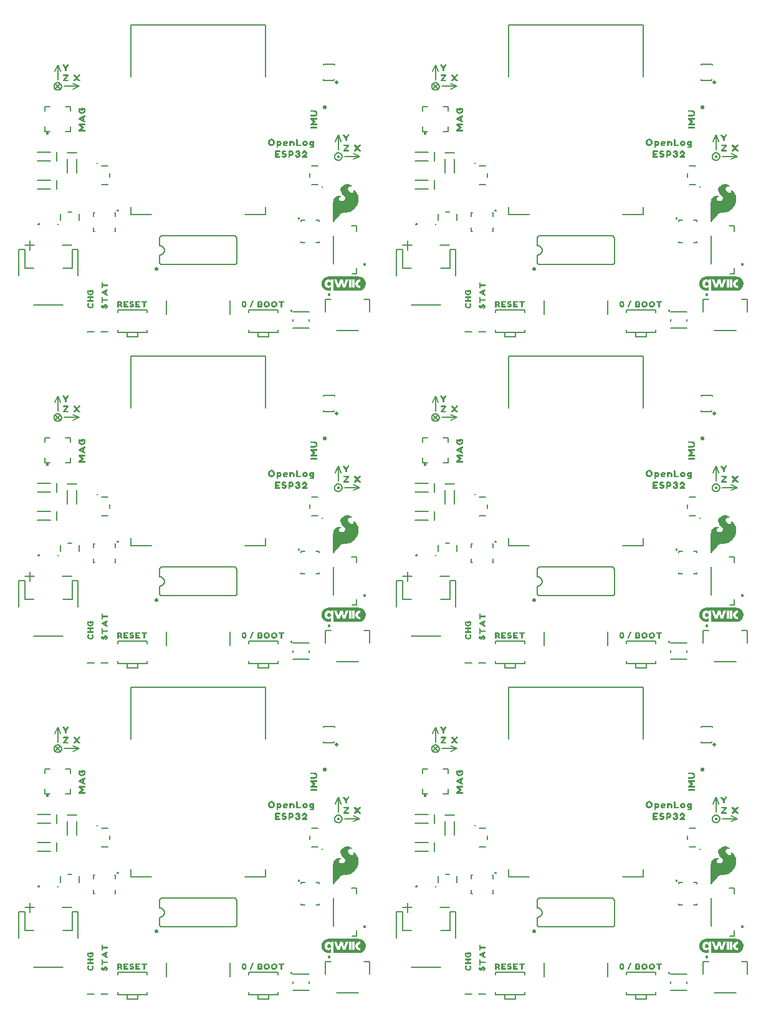
<source format=gto>
G04 EAGLE Gerber RS-274X export*
G75*
%MOMM*%
%FSLAX34Y34*%
%LPD*%
%INSilkscreen Top*%
%IPPOS*%
%AMOC8*
5,1,8,0,0,1.08239X$1,22.5*%
G01*
%ADD10C,0.203200*%
%ADD11C,0.127000*%
%ADD12C,0.508000*%
%ADD13C,0.152400*%
%ADD14C,0.254000*%
%ADD15C,0.254000*%
%ADD16C,0.177800*%
%ADD17C,0.560987*%
%ADD18C,0.381000*%
%ADD19C,0.406400*%

G36*
X437855Y1051350D02*
X437855Y1051350D01*
X437939Y1051353D01*
X437940Y1051353D01*
X437941Y1051353D01*
X438019Y1051396D01*
X438092Y1051435D01*
X438092Y1051436D01*
X438093Y1051436D01*
X438097Y1051442D01*
X438180Y1051550D01*
X438253Y1051695D01*
X438609Y1052051D01*
X438616Y1052062D01*
X438629Y1052073D01*
X439229Y1052773D01*
X439233Y1052780D01*
X439240Y1052787D01*
X439932Y1053676D01*
X440823Y1054666D01*
X440826Y1054671D01*
X440832Y1054677D01*
X441827Y1055870D01*
X442920Y1057063D01*
X444119Y1058361D01*
X445419Y1059761D01*
X445423Y1059768D01*
X445430Y1059774D01*
X446520Y1061062D01*
X447602Y1062144D01*
X448577Y1063022D01*
X449529Y1063688D01*
X450570Y1064161D01*
X451591Y1064440D01*
X455440Y1064440D01*
X455460Y1064445D01*
X455487Y1064443D01*
X457887Y1064743D01*
X457909Y1064751D01*
X457940Y1064753D01*
X460140Y1065353D01*
X460163Y1065365D01*
X460196Y1065373D01*
X462196Y1066273D01*
X462215Y1066287D01*
X462243Y1066299D01*
X464143Y1067499D01*
X464154Y1067509D01*
X464171Y1067518D01*
X465871Y1068818D01*
X465888Y1068839D01*
X465917Y1068860D01*
X467417Y1070460D01*
X467425Y1070474D01*
X467440Y1070487D01*
X468840Y1072287D01*
X468853Y1072314D01*
X468878Y1072346D01*
X470778Y1076046D01*
X470786Y1076077D01*
X470806Y1076118D01*
X471806Y1079718D01*
X471808Y1079752D01*
X471820Y1079798D01*
X472020Y1083298D01*
X472014Y1083330D01*
X472016Y1083377D01*
X471516Y1086677D01*
X471505Y1086706D01*
X471498Y1086748D01*
X470498Y1089548D01*
X470484Y1089569D01*
X470474Y1089601D01*
X469174Y1092001D01*
X469148Y1092030D01*
X469109Y1092089D01*
X467409Y1093789D01*
X467379Y1093807D01*
X467342Y1093842D01*
X465742Y1094842D01*
X465676Y1094865D01*
X465612Y1094893D01*
X465595Y1094893D01*
X465578Y1094898D01*
X465509Y1094889D01*
X465439Y1094887D01*
X465424Y1094878D01*
X465406Y1094876D01*
X465348Y1094837D01*
X465287Y1094804D01*
X465277Y1094789D01*
X465262Y1094779D01*
X465227Y1094719D01*
X465187Y1094662D01*
X465184Y1094643D01*
X465176Y1094629D01*
X465173Y1094590D01*
X465160Y1094520D01*
X465160Y1093920D01*
X465167Y1093890D01*
X465167Y1093845D01*
X465253Y1093414D01*
X465077Y1092354D01*
X464838Y1091956D01*
X464423Y1091541D01*
X463862Y1091300D01*
X463293Y1091300D01*
X461978Y1091676D01*
X461237Y1092047D01*
X459875Y1093020D01*
X459198Y1093599D01*
X458739Y1094058D01*
X458262Y1094822D01*
X458259Y1094825D01*
X458256Y1094831D01*
X457889Y1095382D01*
X457712Y1096004D01*
X457625Y1096520D01*
X457708Y1097017D01*
X457887Y1097464D01*
X458162Y1098014D01*
X458516Y1098456D01*
X459254Y1099102D01*
X459632Y1099291D01*
X459973Y1099461D01*
X460707Y1099645D01*
X461561Y1099740D01*
X462793Y1099740D01*
X463148Y1099651D01*
X463184Y1099651D01*
X463240Y1099640D01*
X463340Y1099640D01*
X463401Y1099654D01*
X463464Y1099660D01*
X463485Y1099674D01*
X463509Y1099679D01*
X463557Y1099719D01*
X463610Y1099753D01*
X463623Y1099774D01*
X463642Y1099789D01*
X463668Y1099847D01*
X463701Y1099900D01*
X463703Y1099925D01*
X463713Y1099948D01*
X463711Y1100010D01*
X463717Y1100073D01*
X463708Y1100096D01*
X463707Y1100121D01*
X463677Y1100176D01*
X463654Y1100235D01*
X463634Y1100254D01*
X463624Y1100273D01*
X463593Y1100294D01*
X463551Y1100336D01*
X463257Y1100533D01*
X462561Y1101029D01*
X462546Y1101035D01*
X462532Y1101048D01*
X461332Y1101748D01*
X461308Y1101756D01*
X461281Y1101773D01*
X459781Y1102373D01*
X459763Y1102376D01*
X459742Y1102386D01*
X457942Y1102886D01*
X457908Y1102888D01*
X457859Y1102900D01*
X455859Y1103000D01*
X455821Y1102993D01*
X455756Y1102991D01*
X453556Y1102491D01*
X453522Y1102474D01*
X453464Y1102457D01*
X451164Y1101257D01*
X451139Y1101236D01*
X451098Y1101214D01*
X449398Y1099814D01*
X449375Y1099783D01*
X449327Y1099735D01*
X448227Y1098135D01*
X448213Y1098100D01*
X448181Y1098047D01*
X447581Y1096347D01*
X447578Y1096312D01*
X447576Y1096301D01*
X447567Y1096282D01*
X447568Y1096260D01*
X447560Y1096220D01*
X447560Y1094520D01*
X447569Y1094482D01*
X447575Y1094413D01*
X448075Y1092713D01*
X448089Y1092688D01*
X448100Y1092650D01*
X449000Y1090850D01*
X449019Y1090827D01*
X449038Y1090789D01*
X450338Y1089089D01*
X450355Y1089075D01*
X450371Y1089051D01*
X452062Y1087361D01*
X453318Y1085911D01*
X453960Y1084536D01*
X453960Y1083277D01*
X453601Y1082112D01*
X452789Y1081210D01*
X451679Y1080469D01*
X450387Y1080100D01*
X448891Y1080100D01*
X447851Y1080384D01*
X447031Y1080657D01*
X446398Y1081199D01*
X445853Y1081745D01*
X445596Y1082258D01*
X445420Y1082873D01*
X445420Y1083458D01*
X445581Y1083941D01*
X445828Y1084270D01*
X446194Y1084636D01*
X446673Y1085019D01*
X447028Y1085286D01*
X447481Y1085467D01*
X447493Y1085475D01*
X447510Y1085480D01*
X447754Y1085602D01*
X448110Y1085780D01*
X448139Y1085804D01*
X448209Y1085851D01*
X448309Y1085951D01*
X448322Y1085973D01*
X448342Y1085989D01*
X448368Y1086046D01*
X448400Y1086098D01*
X448403Y1086124D01*
X448413Y1086148D01*
X448411Y1086209D01*
X448417Y1086271D01*
X448408Y1086295D01*
X448407Y1086321D01*
X448377Y1086375D01*
X448355Y1086433D01*
X448336Y1086450D01*
X448324Y1086473D01*
X448274Y1086508D01*
X448228Y1086550D01*
X448203Y1086558D01*
X448182Y1086573D01*
X448098Y1086589D01*
X448062Y1086600D01*
X448052Y1086598D01*
X448040Y1086600D01*
X448002Y1086600D01*
X447771Y1086677D01*
X447281Y1086873D01*
X447246Y1086878D01*
X447194Y1086896D01*
X446494Y1086996D01*
X446470Y1086994D01*
X446440Y1087000D01*
X444640Y1087000D01*
X444610Y1086993D01*
X444565Y1086993D01*
X443565Y1086793D01*
X443555Y1086788D01*
X443540Y1086787D01*
X442440Y1086487D01*
X442423Y1086478D01*
X442399Y1086473D01*
X441399Y1086073D01*
X441372Y1086054D01*
X441329Y1086036D01*
X440429Y1085436D01*
X440408Y1085414D01*
X440371Y1085389D01*
X439571Y1084589D01*
X439560Y1084571D01*
X439540Y1084553D01*
X438840Y1083653D01*
X438829Y1083629D01*
X438806Y1083602D01*
X438206Y1082502D01*
X438197Y1082469D01*
X438174Y1082424D01*
X437774Y1081024D01*
X437773Y1080999D01*
X437763Y1080967D01*
X437563Y1079367D01*
X437564Y1079355D01*
X437560Y1079340D01*
X437460Y1077440D01*
X437462Y1077431D01*
X437460Y1077420D01*
X437460Y1051720D01*
X437480Y1051635D01*
X437499Y1051553D01*
X437499Y1051552D01*
X437499Y1051551D01*
X437556Y1051483D01*
X437608Y1051419D01*
X437609Y1051418D01*
X437687Y1051383D01*
X437766Y1051347D01*
X437767Y1051347D01*
X437768Y1051347D01*
X437855Y1051350D01*
G37*
G36*
X950935Y1051350D02*
X950935Y1051350D01*
X951019Y1051353D01*
X951020Y1051353D01*
X951021Y1051353D01*
X951099Y1051396D01*
X951172Y1051435D01*
X951172Y1051436D01*
X951173Y1051436D01*
X951177Y1051442D01*
X951260Y1051550D01*
X951333Y1051695D01*
X951689Y1052051D01*
X951696Y1052062D01*
X951709Y1052073D01*
X952309Y1052773D01*
X952313Y1052780D01*
X952320Y1052787D01*
X953012Y1053676D01*
X953903Y1054666D01*
X953906Y1054671D01*
X953912Y1054677D01*
X954907Y1055870D01*
X956000Y1057063D01*
X957199Y1058361D01*
X958499Y1059761D01*
X958503Y1059768D01*
X958510Y1059774D01*
X959600Y1061062D01*
X960682Y1062144D01*
X961657Y1063022D01*
X962609Y1063688D01*
X963650Y1064161D01*
X964671Y1064440D01*
X968520Y1064440D01*
X968540Y1064445D01*
X968567Y1064443D01*
X970967Y1064743D01*
X970989Y1064751D01*
X971020Y1064753D01*
X973220Y1065353D01*
X973243Y1065365D01*
X973276Y1065373D01*
X975276Y1066273D01*
X975295Y1066287D01*
X975323Y1066299D01*
X977223Y1067499D01*
X977234Y1067509D01*
X977251Y1067518D01*
X978951Y1068818D01*
X978968Y1068839D01*
X978997Y1068860D01*
X980497Y1070460D01*
X980505Y1070474D01*
X980520Y1070487D01*
X981920Y1072287D01*
X981933Y1072314D01*
X981958Y1072346D01*
X983858Y1076046D01*
X983866Y1076077D01*
X983886Y1076118D01*
X984886Y1079718D01*
X984888Y1079752D01*
X984900Y1079798D01*
X985100Y1083298D01*
X985094Y1083330D01*
X985096Y1083377D01*
X984596Y1086677D01*
X984585Y1086706D01*
X984578Y1086748D01*
X983578Y1089548D01*
X983564Y1089569D01*
X983554Y1089601D01*
X982254Y1092001D01*
X982228Y1092030D01*
X982189Y1092089D01*
X980489Y1093789D01*
X980459Y1093807D01*
X980422Y1093842D01*
X978822Y1094842D01*
X978756Y1094865D01*
X978692Y1094893D01*
X978675Y1094893D01*
X978658Y1094898D01*
X978589Y1094889D01*
X978519Y1094887D01*
X978504Y1094878D01*
X978486Y1094876D01*
X978428Y1094837D01*
X978367Y1094804D01*
X978357Y1094789D01*
X978342Y1094779D01*
X978307Y1094719D01*
X978267Y1094662D01*
X978264Y1094643D01*
X978256Y1094629D01*
X978253Y1094590D01*
X978240Y1094520D01*
X978240Y1093920D01*
X978247Y1093890D01*
X978247Y1093845D01*
X978333Y1093414D01*
X978157Y1092354D01*
X977918Y1091956D01*
X977503Y1091541D01*
X976942Y1091300D01*
X976373Y1091300D01*
X975058Y1091676D01*
X974317Y1092047D01*
X972955Y1093020D01*
X972278Y1093599D01*
X971819Y1094058D01*
X971342Y1094822D01*
X971339Y1094825D01*
X971336Y1094831D01*
X970969Y1095382D01*
X970792Y1096004D01*
X970705Y1096520D01*
X970788Y1097017D01*
X970967Y1097464D01*
X971242Y1098014D01*
X971596Y1098456D01*
X972334Y1099102D01*
X972712Y1099291D01*
X973053Y1099461D01*
X973787Y1099645D01*
X974641Y1099740D01*
X975873Y1099740D01*
X976228Y1099651D01*
X976264Y1099651D01*
X976320Y1099640D01*
X976420Y1099640D01*
X976481Y1099654D01*
X976544Y1099660D01*
X976565Y1099674D01*
X976589Y1099679D01*
X976637Y1099719D01*
X976690Y1099753D01*
X976703Y1099774D01*
X976722Y1099789D01*
X976748Y1099847D01*
X976781Y1099900D01*
X976783Y1099925D01*
X976793Y1099948D01*
X976791Y1100010D01*
X976797Y1100073D01*
X976788Y1100096D01*
X976787Y1100121D01*
X976757Y1100176D01*
X976734Y1100235D01*
X976714Y1100254D01*
X976704Y1100273D01*
X976673Y1100294D01*
X976631Y1100336D01*
X976337Y1100533D01*
X975641Y1101029D01*
X975626Y1101035D01*
X975612Y1101048D01*
X974412Y1101748D01*
X974388Y1101756D01*
X974361Y1101773D01*
X972861Y1102373D01*
X972843Y1102376D01*
X972822Y1102386D01*
X971022Y1102886D01*
X970988Y1102888D01*
X970939Y1102900D01*
X968939Y1103000D01*
X968901Y1102993D01*
X968836Y1102991D01*
X966636Y1102491D01*
X966602Y1102474D01*
X966544Y1102457D01*
X964244Y1101257D01*
X964219Y1101236D01*
X964178Y1101214D01*
X962478Y1099814D01*
X962455Y1099783D01*
X962407Y1099735D01*
X961307Y1098135D01*
X961293Y1098100D01*
X961261Y1098047D01*
X960661Y1096347D01*
X960658Y1096312D01*
X960656Y1096301D01*
X960647Y1096282D01*
X960648Y1096260D01*
X960640Y1096220D01*
X960640Y1094520D01*
X960649Y1094482D01*
X960655Y1094413D01*
X961155Y1092713D01*
X961169Y1092688D01*
X961180Y1092650D01*
X962080Y1090850D01*
X962099Y1090827D01*
X962118Y1090789D01*
X963418Y1089089D01*
X963435Y1089075D01*
X963451Y1089051D01*
X965142Y1087361D01*
X966398Y1085911D01*
X967040Y1084536D01*
X967040Y1083277D01*
X966681Y1082112D01*
X965869Y1081210D01*
X964759Y1080469D01*
X963467Y1080100D01*
X961971Y1080100D01*
X960931Y1080384D01*
X960111Y1080657D01*
X959478Y1081199D01*
X958933Y1081745D01*
X958676Y1082258D01*
X958500Y1082873D01*
X958500Y1083458D01*
X958661Y1083941D01*
X958908Y1084270D01*
X959274Y1084636D01*
X959753Y1085019D01*
X960108Y1085286D01*
X960561Y1085467D01*
X960573Y1085475D01*
X960590Y1085480D01*
X960834Y1085602D01*
X961190Y1085780D01*
X961219Y1085804D01*
X961289Y1085851D01*
X961389Y1085951D01*
X961402Y1085973D01*
X961422Y1085989D01*
X961448Y1086046D01*
X961480Y1086098D01*
X961483Y1086124D01*
X961493Y1086148D01*
X961491Y1086209D01*
X961497Y1086271D01*
X961488Y1086295D01*
X961487Y1086321D01*
X961457Y1086375D01*
X961435Y1086433D01*
X961416Y1086450D01*
X961404Y1086473D01*
X961354Y1086508D01*
X961308Y1086550D01*
X961283Y1086558D01*
X961262Y1086573D01*
X961178Y1086589D01*
X961142Y1086600D01*
X961132Y1086598D01*
X961120Y1086600D01*
X961082Y1086600D01*
X960851Y1086677D01*
X960361Y1086873D01*
X960326Y1086878D01*
X960274Y1086896D01*
X959574Y1086996D01*
X959550Y1086994D01*
X959520Y1087000D01*
X957720Y1087000D01*
X957690Y1086993D01*
X957645Y1086993D01*
X956645Y1086793D01*
X956635Y1086788D01*
X956620Y1086787D01*
X955520Y1086487D01*
X955503Y1086478D01*
X955479Y1086473D01*
X954479Y1086073D01*
X954452Y1086054D01*
X954409Y1086036D01*
X953509Y1085436D01*
X953488Y1085414D01*
X953451Y1085389D01*
X952651Y1084589D01*
X952640Y1084571D01*
X952620Y1084553D01*
X951920Y1083653D01*
X951909Y1083629D01*
X951886Y1083602D01*
X951286Y1082502D01*
X951277Y1082469D01*
X951254Y1082424D01*
X950854Y1081024D01*
X950853Y1080999D01*
X950843Y1080967D01*
X950643Y1079367D01*
X950644Y1079355D01*
X950640Y1079340D01*
X950540Y1077440D01*
X950542Y1077431D01*
X950540Y1077420D01*
X950540Y1051720D01*
X950560Y1051635D01*
X950579Y1051553D01*
X950579Y1051552D01*
X950579Y1051551D01*
X950636Y1051483D01*
X950688Y1051419D01*
X950689Y1051418D01*
X950767Y1051383D01*
X950846Y1051347D01*
X950847Y1051347D01*
X950848Y1051347D01*
X950935Y1051350D01*
G37*
G36*
X437855Y601770D02*
X437855Y601770D01*
X437939Y601773D01*
X437940Y601773D01*
X437941Y601773D01*
X438019Y601816D01*
X438092Y601855D01*
X438092Y601856D01*
X438093Y601856D01*
X438097Y601862D01*
X438180Y601970D01*
X438253Y602115D01*
X438609Y602471D01*
X438616Y602482D01*
X438629Y602493D01*
X439229Y603193D01*
X439233Y603200D01*
X439240Y603207D01*
X439932Y604096D01*
X440823Y605086D01*
X440826Y605091D01*
X440832Y605097D01*
X441827Y606290D01*
X442920Y607483D01*
X444119Y608781D01*
X445419Y610181D01*
X445423Y610188D01*
X445430Y610194D01*
X446520Y611482D01*
X447602Y612564D01*
X448577Y613442D01*
X449529Y614108D01*
X450570Y614581D01*
X451591Y614860D01*
X455440Y614860D01*
X455460Y614865D01*
X455487Y614863D01*
X457887Y615163D01*
X457909Y615171D01*
X457940Y615173D01*
X460140Y615773D01*
X460163Y615785D01*
X460196Y615793D01*
X462196Y616693D01*
X462215Y616707D01*
X462243Y616719D01*
X464143Y617919D01*
X464154Y617929D01*
X464171Y617938D01*
X465871Y619238D01*
X465888Y619259D01*
X465917Y619280D01*
X467417Y620880D01*
X467425Y620894D01*
X467440Y620907D01*
X468840Y622707D01*
X468853Y622734D01*
X468878Y622766D01*
X470778Y626466D01*
X470786Y626497D01*
X470806Y626538D01*
X471806Y630138D01*
X471808Y630172D01*
X471820Y630218D01*
X472020Y633718D01*
X472014Y633750D01*
X472016Y633797D01*
X471516Y637097D01*
X471505Y637126D01*
X471498Y637168D01*
X470498Y639968D01*
X470484Y639989D01*
X470474Y640021D01*
X469174Y642421D01*
X469148Y642450D01*
X469109Y642509D01*
X467409Y644209D01*
X467379Y644227D01*
X467342Y644262D01*
X465742Y645262D01*
X465676Y645285D01*
X465612Y645313D01*
X465595Y645313D01*
X465578Y645318D01*
X465509Y645309D01*
X465439Y645307D01*
X465424Y645298D01*
X465406Y645296D01*
X465348Y645257D01*
X465287Y645224D01*
X465277Y645209D01*
X465262Y645199D01*
X465227Y645139D01*
X465187Y645082D01*
X465184Y645063D01*
X465176Y645049D01*
X465173Y645010D01*
X465160Y644940D01*
X465160Y644340D01*
X465167Y644310D01*
X465167Y644265D01*
X465253Y643834D01*
X465077Y642774D01*
X464838Y642376D01*
X464423Y641961D01*
X463862Y641720D01*
X463293Y641720D01*
X461978Y642096D01*
X461237Y642467D01*
X459875Y643440D01*
X459198Y644019D01*
X458739Y644478D01*
X458262Y645242D01*
X458259Y645245D01*
X458256Y645251D01*
X457889Y645802D01*
X457712Y646424D01*
X457625Y646940D01*
X457708Y647437D01*
X457887Y647884D01*
X458162Y648434D01*
X458516Y648876D01*
X459254Y649522D01*
X459632Y649711D01*
X459973Y649881D01*
X460707Y650065D01*
X461561Y650160D01*
X462793Y650160D01*
X463148Y650071D01*
X463184Y650071D01*
X463240Y650060D01*
X463340Y650060D01*
X463401Y650074D01*
X463464Y650080D01*
X463485Y650094D01*
X463509Y650099D01*
X463557Y650139D01*
X463610Y650173D01*
X463623Y650194D01*
X463642Y650209D01*
X463668Y650267D01*
X463701Y650320D01*
X463703Y650345D01*
X463713Y650368D01*
X463711Y650430D01*
X463717Y650493D01*
X463708Y650516D01*
X463707Y650541D01*
X463677Y650596D01*
X463654Y650655D01*
X463634Y650674D01*
X463624Y650693D01*
X463593Y650714D01*
X463551Y650756D01*
X463257Y650953D01*
X462561Y651449D01*
X462546Y651455D01*
X462532Y651468D01*
X461332Y652168D01*
X461308Y652176D01*
X461281Y652193D01*
X459781Y652793D01*
X459763Y652796D01*
X459742Y652806D01*
X457942Y653306D01*
X457908Y653308D01*
X457859Y653320D01*
X455859Y653420D01*
X455821Y653413D01*
X455756Y653411D01*
X453556Y652911D01*
X453522Y652894D01*
X453464Y652877D01*
X451164Y651677D01*
X451139Y651656D01*
X451098Y651634D01*
X449398Y650234D01*
X449375Y650203D01*
X449327Y650155D01*
X448227Y648555D01*
X448213Y648520D01*
X448181Y648467D01*
X447581Y646767D01*
X447578Y646732D01*
X447576Y646721D01*
X447567Y646702D01*
X447568Y646680D01*
X447560Y646640D01*
X447560Y644940D01*
X447569Y644902D01*
X447575Y644833D01*
X448075Y643133D01*
X448089Y643108D01*
X448100Y643070D01*
X449000Y641270D01*
X449019Y641247D01*
X449038Y641209D01*
X450338Y639509D01*
X450355Y639495D01*
X450371Y639471D01*
X452062Y637781D01*
X453318Y636331D01*
X453960Y634956D01*
X453960Y633697D01*
X453601Y632532D01*
X452789Y631630D01*
X451679Y630889D01*
X450387Y630520D01*
X448891Y630520D01*
X447851Y630804D01*
X447031Y631077D01*
X446398Y631619D01*
X445853Y632165D01*
X445596Y632678D01*
X445420Y633293D01*
X445420Y633878D01*
X445581Y634361D01*
X445828Y634690D01*
X446194Y635056D01*
X446673Y635439D01*
X447028Y635706D01*
X447481Y635887D01*
X447493Y635895D01*
X447510Y635900D01*
X447754Y636022D01*
X448110Y636200D01*
X448139Y636224D01*
X448209Y636271D01*
X448309Y636371D01*
X448322Y636393D01*
X448342Y636409D01*
X448368Y636466D01*
X448400Y636518D01*
X448403Y636544D01*
X448413Y636568D01*
X448411Y636629D01*
X448417Y636691D01*
X448408Y636715D01*
X448407Y636741D01*
X448377Y636795D01*
X448355Y636853D01*
X448336Y636870D01*
X448324Y636893D01*
X448274Y636928D01*
X448228Y636970D01*
X448203Y636978D01*
X448182Y636993D01*
X448098Y637009D01*
X448062Y637020D01*
X448052Y637018D01*
X448040Y637020D01*
X448002Y637020D01*
X447771Y637097D01*
X447281Y637293D01*
X447246Y637298D01*
X447194Y637316D01*
X446494Y637416D01*
X446470Y637414D01*
X446440Y637420D01*
X444640Y637420D01*
X444610Y637413D01*
X444565Y637413D01*
X443565Y637213D01*
X443555Y637208D01*
X443540Y637207D01*
X442440Y636907D01*
X442423Y636898D01*
X442399Y636893D01*
X441399Y636493D01*
X441372Y636474D01*
X441329Y636456D01*
X440429Y635856D01*
X440408Y635834D01*
X440371Y635809D01*
X439571Y635009D01*
X439560Y634991D01*
X439540Y634973D01*
X438840Y634073D01*
X438829Y634049D01*
X438806Y634022D01*
X438206Y632922D01*
X438197Y632889D01*
X438174Y632844D01*
X437774Y631444D01*
X437773Y631419D01*
X437763Y631387D01*
X437563Y629787D01*
X437564Y629775D01*
X437560Y629760D01*
X437460Y627860D01*
X437462Y627851D01*
X437460Y627840D01*
X437460Y602140D01*
X437480Y602055D01*
X437499Y601973D01*
X437499Y601972D01*
X437499Y601971D01*
X437556Y601903D01*
X437608Y601839D01*
X437609Y601838D01*
X437687Y601803D01*
X437766Y601767D01*
X437767Y601767D01*
X437768Y601767D01*
X437855Y601770D01*
G37*
G36*
X950935Y601770D02*
X950935Y601770D01*
X951019Y601773D01*
X951020Y601773D01*
X951021Y601773D01*
X951099Y601816D01*
X951172Y601855D01*
X951172Y601856D01*
X951173Y601856D01*
X951177Y601862D01*
X951260Y601970D01*
X951333Y602115D01*
X951689Y602471D01*
X951696Y602482D01*
X951709Y602493D01*
X952309Y603193D01*
X952313Y603200D01*
X952320Y603207D01*
X953012Y604096D01*
X953903Y605086D01*
X953906Y605091D01*
X953912Y605097D01*
X954907Y606290D01*
X956000Y607483D01*
X957199Y608781D01*
X958499Y610181D01*
X958503Y610188D01*
X958510Y610194D01*
X959600Y611482D01*
X960682Y612564D01*
X961657Y613442D01*
X962609Y614108D01*
X963650Y614581D01*
X964671Y614860D01*
X968520Y614860D01*
X968540Y614865D01*
X968567Y614863D01*
X970967Y615163D01*
X970989Y615171D01*
X971020Y615173D01*
X973220Y615773D01*
X973243Y615785D01*
X973276Y615793D01*
X975276Y616693D01*
X975295Y616707D01*
X975323Y616719D01*
X977223Y617919D01*
X977234Y617929D01*
X977251Y617938D01*
X978951Y619238D01*
X978968Y619259D01*
X978997Y619280D01*
X980497Y620880D01*
X980505Y620894D01*
X980520Y620907D01*
X981920Y622707D01*
X981933Y622734D01*
X981958Y622766D01*
X983858Y626466D01*
X983866Y626497D01*
X983886Y626538D01*
X984886Y630138D01*
X984888Y630172D01*
X984900Y630218D01*
X985100Y633718D01*
X985094Y633750D01*
X985096Y633797D01*
X984596Y637097D01*
X984585Y637126D01*
X984578Y637168D01*
X983578Y639968D01*
X983564Y639989D01*
X983554Y640021D01*
X982254Y642421D01*
X982228Y642450D01*
X982189Y642509D01*
X980489Y644209D01*
X980459Y644227D01*
X980422Y644262D01*
X978822Y645262D01*
X978756Y645285D01*
X978692Y645313D01*
X978675Y645313D01*
X978658Y645318D01*
X978589Y645309D01*
X978519Y645307D01*
X978504Y645298D01*
X978486Y645296D01*
X978428Y645257D01*
X978367Y645224D01*
X978357Y645209D01*
X978342Y645199D01*
X978307Y645139D01*
X978267Y645082D01*
X978264Y645063D01*
X978256Y645049D01*
X978253Y645010D01*
X978240Y644940D01*
X978240Y644340D01*
X978247Y644310D01*
X978247Y644265D01*
X978333Y643834D01*
X978157Y642774D01*
X977918Y642376D01*
X977503Y641961D01*
X976942Y641720D01*
X976373Y641720D01*
X975058Y642096D01*
X974317Y642467D01*
X972955Y643440D01*
X972278Y644019D01*
X971819Y644478D01*
X971342Y645242D01*
X971339Y645245D01*
X971336Y645251D01*
X970969Y645802D01*
X970792Y646424D01*
X970705Y646940D01*
X970788Y647437D01*
X970967Y647884D01*
X971242Y648434D01*
X971596Y648876D01*
X972334Y649522D01*
X972712Y649711D01*
X973053Y649881D01*
X973787Y650065D01*
X974641Y650160D01*
X975873Y650160D01*
X976228Y650071D01*
X976264Y650071D01*
X976320Y650060D01*
X976420Y650060D01*
X976481Y650074D01*
X976544Y650080D01*
X976565Y650094D01*
X976589Y650099D01*
X976637Y650139D01*
X976690Y650173D01*
X976703Y650194D01*
X976722Y650209D01*
X976748Y650267D01*
X976781Y650320D01*
X976783Y650345D01*
X976793Y650368D01*
X976791Y650430D01*
X976797Y650493D01*
X976788Y650516D01*
X976787Y650541D01*
X976757Y650596D01*
X976734Y650655D01*
X976714Y650674D01*
X976704Y650693D01*
X976673Y650714D01*
X976631Y650756D01*
X976337Y650953D01*
X975641Y651449D01*
X975626Y651455D01*
X975612Y651468D01*
X974412Y652168D01*
X974388Y652176D01*
X974361Y652193D01*
X972861Y652793D01*
X972843Y652796D01*
X972822Y652806D01*
X971022Y653306D01*
X970988Y653308D01*
X970939Y653320D01*
X968939Y653420D01*
X968901Y653413D01*
X968836Y653411D01*
X966636Y652911D01*
X966602Y652894D01*
X966544Y652877D01*
X964244Y651677D01*
X964219Y651656D01*
X964178Y651634D01*
X962478Y650234D01*
X962455Y650203D01*
X962407Y650155D01*
X961307Y648555D01*
X961293Y648520D01*
X961261Y648467D01*
X960661Y646767D01*
X960658Y646732D01*
X960656Y646721D01*
X960647Y646702D01*
X960648Y646680D01*
X960640Y646640D01*
X960640Y644940D01*
X960649Y644902D01*
X960655Y644833D01*
X961155Y643133D01*
X961169Y643108D01*
X961180Y643070D01*
X962080Y641270D01*
X962099Y641247D01*
X962118Y641209D01*
X963418Y639509D01*
X963435Y639495D01*
X963451Y639471D01*
X965142Y637781D01*
X966398Y636331D01*
X967040Y634956D01*
X967040Y633697D01*
X966681Y632532D01*
X965869Y631630D01*
X964759Y630889D01*
X963467Y630520D01*
X961971Y630520D01*
X960931Y630804D01*
X960111Y631077D01*
X959478Y631619D01*
X958933Y632165D01*
X958676Y632678D01*
X958500Y633293D01*
X958500Y633878D01*
X958661Y634361D01*
X958908Y634690D01*
X959274Y635056D01*
X959753Y635439D01*
X960108Y635706D01*
X960561Y635887D01*
X960573Y635895D01*
X960590Y635900D01*
X960834Y636022D01*
X961190Y636200D01*
X961219Y636224D01*
X961289Y636271D01*
X961389Y636371D01*
X961402Y636393D01*
X961422Y636409D01*
X961448Y636466D01*
X961480Y636518D01*
X961483Y636544D01*
X961493Y636568D01*
X961491Y636629D01*
X961497Y636691D01*
X961488Y636715D01*
X961487Y636741D01*
X961457Y636795D01*
X961435Y636853D01*
X961416Y636870D01*
X961404Y636893D01*
X961354Y636928D01*
X961308Y636970D01*
X961283Y636978D01*
X961262Y636993D01*
X961178Y637009D01*
X961142Y637020D01*
X961132Y637018D01*
X961120Y637020D01*
X961082Y637020D01*
X960851Y637097D01*
X960361Y637293D01*
X960326Y637298D01*
X960274Y637316D01*
X959574Y637416D01*
X959550Y637414D01*
X959520Y637420D01*
X957720Y637420D01*
X957690Y637413D01*
X957645Y637413D01*
X956645Y637213D01*
X956635Y637208D01*
X956620Y637207D01*
X955520Y636907D01*
X955503Y636898D01*
X955479Y636893D01*
X954479Y636493D01*
X954452Y636474D01*
X954409Y636456D01*
X953509Y635856D01*
X953488Y635834D01*
X953451Y635809D01*
X952651Y635009D01*
X952640Y634991D01*
X952620Y634973D01*
X951920Y634073D01*
X951909Y634049D01*
X951886Y634022D01*
X951286Y632922D01*
X951277Y632889D01*
X951254Y632844D01*
X950854Y631444D01*
X950853Y631419D01*
X950843Y631387D01*
X950643Y629787D01*
X950644Y629775D01*
X950640Y629760D01*
X950540Y627860D01*
X950542Y627851D01*
X950540Y627840D01*
X950540Y602140D01*
X950560Y602055D01*
X950579Y601973D01*
X950579Y601972D01*
X950579Y601971D01*
X950636Y601903D01*
X950688Y601839D01*
X950689Y601838D01*
X950767Y601803D01*
X950846Y601767D01*
X950847Y601767D01*
X950848Y601767D01*
X950935Y601770D01*
G37*
G36*
X437855Y152190D02*
X437855Y152190D01*
X437939Y152193D01*
X437940Y152193D01*
X437941Y152193D01*
X438019Y152236D01*
X438092Y152275D01*
X438092Y152276D01*
X438093Y152276D01*
X438097Y152282D01*
X438180Y152390D01*
X438253Y152535D01*
X438609Y152891D01*
X438616Y152902D01*
X438629Y152913D01*
X439229Y153613D01*
X439233Y153620D01*
X439240Y153627D01*
X439932Y154516D01*
X440823Y155506D01*
X440826Y155511D01*
X440832Y155517D01*
X441827Y156710D01*
X442920Y157903D01*
X444119Y159201D01*
X445419Y160601D01*
X445423Y160608D01*
X445430Y160614D01*
X446520Y161902D01*
X447602Y162984D01*
X448577Y163862D01*
X449529Y164528D01*
X450569Y165001D01*
X451591Y165280D01*
X455440Y165280D01*
X455460Y165285D01*
X455487Y165283D01*
X457887Y165583D01*
X457909Y165591D01*
X457940Y165593D01*
X460140Y166193D01*
X460163Y166205D01*
X460196Y166213D01*
X462196Y167113D01*
X462215Y167127D01*
X462243Y167139D01*
X464143Y168339D01*
X464154Y168349D01*
X464171Y168358D01*
X465871Y169658D01*
X465888Y169679D01*
X465917Y169700D01*
X467417Y171300D01*
X467425Y171314D01*
X467440Y171327D01*
X468840Y173127D01*
X468853Y173154D01*
X468878Y173186D01*
X470778Y176886D01*
X470786Y176917D01*
X470806Y176958D01*
X471806Y180558D01*
X471808Y180592D01*
X471820Y180638D01*
X472020Y184138D01*
X472014Y184170D01*
X472016Y184217D01*
X471516Y187517D01*
X471505Y187546D01*
X471498Y187588D01*
X470498Y190388D01*
X470484Y190409D01*
X470474Y190441D01*
X469174Y192841D01*
X469148Y192870D01*
X469109Y192929D01*
X467409Y194629D01*
X467379Y194647D01*
X467342Y194682D01*
X465742Y195682D01*
X465676Y195705D01*
X465612Y195733D01*
X465595Y195733D01*
X465578Y195738D01*
X465509Y195729D01*
X465439Y195727D01*
X465424Y195718D01*
X465406Y195716D01*
X465348Y195677D01*
X465287Y195644D01*
X465277Y195629D01*
X465262Y195619D01*
X465227Y195559D01*
X465187Y195502D01*
X465184Y195483D01*
X465176Y195469D01*
X465173Y195430D01*
X465160Y195360D01*
X465160Y194760D01*
X465167Y194730D01*
X465167Y194685D01*
X465253Y194254D01*
X465077Y193194D01*
X464838Y192796D01*
X464423Y192381D01*
X463862Y192140D01*
X463293Y192140D01*
X461978Y192516D01*
X461237Y192887D01*
X459875Y193860D01*
X459198Y194439D01*
X458739Y194898D01*
X458262Y195662D01*
X458259Y195665D01*
X458256Y195671D01*
X457889Y196222D01*
X457712Y196844D01*
X457625Y197360D01*
X457708Y197857D01*
X457887Y198304D01*
X458162Y198854D01*
X458516Y199296D01*
X459254Y199942D01*
X459632Y200131D01*
X459973Y200301D01*
X460707Y200485D01*
X461561Y200580D01*
X462793Y200580D01*
X463148Y200491D01*
X463184Y200491D01*
X463240Y200480D01*
X463340Y200480D01*
X463401Y200494D01*
X463464Y200500D01*
X463485Y200514D01*
X463509Y200519D01*
X463557Y200559D01*
X463610Y200593D01*
X463623Y200614D01*
X463642Y200629D01*
X463668Y200687D01*
X463701Y200740D01*
X463703Y200765D01*
X463713Y200788D01*
X463711Y200850D01*
X463717Y200913D01*
X463708Y200936D01*
X463707Y200961D01*
X463677Y201016D01*
X463654Y201075D01*
X463634Y201094D01*
X463624Y201113D01*
X463593Y201134D01*
X463551Y201176D01*
X463257Y201373D01*
X462561Y201869D01*
X462546Y201875D01*
X462532Y201888D01*
X461332Y202588D01*
X461308Y202596D01*
X461281Y202613D01*
X459781Y203213D01*
X459763Y203216D01*
X459742Y203226D01*
X457942Y203726D01*
X457908Y203728D01*
X457859Y203740D01*
X455859Y203840D01*
X455821Y203833D01*
X455756Y203831D01*
X453556Y203331D01*
X453522Y203314D01*
X453464Y203297D01*
X451164Y202097D01*
X451139Y202076D01*
X451098Y202054D01*
X449398Y200654D01*
X449375Y200623D01*
X449327Y200575D01*
X448227Y198975D01*
X448213Y198940D01*
X448181Y198887D01*
X447581Y197187D01*
X447578Y197152D01*
X447576Y197141D01*
X447567Y197122D01*
X447568Y197100D01*
X447560Y197060D01*
X447560Y195360D01*
X447569Y195322D01*
X447575Y195253D01*
X448075Y193553D01*
X448089Y193528D01*
X448100Y193490D01*
X449000Y191690D01*
X449019Y191667D01*
X449038Y191629D01*
X450338Y189929D01*
X450355Y189915D01*
X450371Y189891D01*
X452062Y188201D01*
X453318Y186751D01*
X453960Y185376D01*
X453960Y184117D01*
X453601Y182952D01*
X452789Y182050D01*
X451679Y181309D01*
X450387Y180940D01*
X448891Y180940D01*
X447851Y181224D01*
X447031Y181497D01*
X446398Y182039D01*
X445853Y182585D01*
X445596Y183098D01*
X445420Y183713D01*
X445420Y184298D01*
X445581Y184781D01*
X445828Y185110D01*
X446194Y185476D01*
X446673Y185859D01*
X447028Y186126D01*
X447481Y186307D01*
X447493Y186315D01*
X447510Y186320D01*
X447754Y186442D01*
X448110Y186620D01*
X448139Y186644D01*
X448209Y186691D01*
X448309Y186791D01*
X448322Y186813D01*
X448342Y186829D01*
X448368Y186886D01*
X448400Y186938D01*
X448403Y186964D01*
X448413Y186988D01*
X448411Y187049D01*
X448417Y187111D01*
X448408Y187135D01*
X448407Y187161D01*
X448377Y187215D01*
X448355Y187273D01*
X448336Y187290D01*
X448324Y187313D01*
X448274Y187348D01*
X448228Y187390D01*
X448203Y187398D01*
X448182Y187413D01*
X448098Y187429D01*
X448062Y187440D01*
X448052Y187438D01*
X448040Y187440D01*
X448002Y187440D01*
X447771Y187517D01*
X447281Y187713D01*
X447246Y187718D01*
X447194Y187736D01*
X446494Y187836D01*
X446470Y187834D01*
X446440Y187840D01*
X444640Y187840D01*
X444610Y187833D01*
X444565Y187833D01*
X443565Y187633D01*
X443555Y187628D01*
X443540Y187627D01*
X442440Y187327D01*
X442423Y187318D01*
X442399Y187313D01*
X441399Y186913D01*
X441372Y186894D01*
X441329Y186876D01*
X440429Y186276D01*
X440408Y186254D01*
X440371Y186229D01*
X439571Y185429D01*
X439560Y185411D01*
X439540Y185393D01*
X438840Y184493D01*
X438829Y184469D01*
X438806Y184442D01*
X438206Y183342D01*
X438197Y183309D01*
X438174Y183264D01*
X437774Y181864D01*
X437773Y181839D01*
X437763Y181807D01*
X437563Y180207D01*
X437564Y180195D01*
X437560Y180180D01*
X437460Y178280D01*
X437462Y178271D01*
X437460Y178260D01*
X437460Y152560D01*
X437480Y152475D01*
X437499Y152393D01*
X437499Y152392D01*
X437499Y152391D01*
X437556Y152323D01*
X437608Y152259D01*
X437609Y152258D01*
X437687Y152223D01*
X437766Y152187D01*
X437767Y152187D01*
X437768Y152187D01*
X437855Y152190D01*
G37*
G36*
X950935Y152190D02*
X950935Y152190D01*
X951019Y152193D01*
X951020Y152193D01*
X951021Y152193D01*
X951099Y152236D01*
X951172Y152275D01*
X951172Y152276D01*
X951173Y152276D01*
X951177Y152282D01*
X951260Y152390D01*
X951333Y152535D01*
X951689Y152891D01*
X951696Y152902D01*
X951709Y152913D01*
X952309Y153613D01*
X952313Y153620D01*
X952320Y153627D01*
X953012Y154516D01*
X953903Y155506D01*
X953906Y155511D01*
X953912Y155517D01*
X954907Y156710D01*
X956000Y157903D01*
X957199Y159201D01*
X958499Y160601D01*
X958503Y160608D01*
X958510Y160614D01*
X959600Y161902D01*
X960682Y162984D01*
X961657Y163862D01*
X962609Y164528D01*
X963650Y165001D01*
X964671Y165280D01*
X968520Y165280D01*
X968540Y165285D01*
X968567Y165283D01*
X970967Y165583D01*
X970989Y165591D01*
X971020Y165593D01*
X973220Y166193D01*
X973243Y166205D01*
X973276Y166213D01*
X975276Y167113D01*
X975295Y167127D01*
X975323Y167139D01*
X977223Y168339D01*
X977234Y168349D01*
X977251Y168358D01*
X978951Y169658D01*
X978968Y169679D01*
X978997Y169700D01*
X980497Y171300D01*
X980505Y171314D01*
X980520Y171327D01*
X981920Y173127D01*
X981933Y173154D01*
X981958Y173186D01*
X983858Y176886D01*
X983866Y176917D01*
X983886Y176958D01*
X984886Y180558D01*
X984888Y180592D01*
X984900Y180638D01*
X985100Y184138D01*
X985094Y184170D01*
X985096Y184217D01*
X984596Y187517D01*
X984585Y187546D01*
X984578Y187588D01*
X983578Y190388D01*
X983564Y190409D01*
X983554Y190441D01*
X982254Y192841D01*
X982228Y192870D01*
X982189Y192929D01*
X980489Y194629D01*
X980459Y194647D01*
X980422Y194682D01*
X978822Y195682D01*
X978756Y195705D01*
X978692Y195733D01*
X978675Y195733D01*
X978658Y195738D01*
X978589Y195729D01*
X978519Y195727D01*
X978504Y195718D01*
X978486Y195716D01*
X978428Y195677D01*
X978367Y195644D01*
X978357Y195629D01*
X978342Y195619D01*
X978307Y195559D01*
X978267Y195502D01*
X978264Y195483D01*
X978256Y195469D01*
X978253Y195430D01*
X978240Y195360D01*
X978240Y194760D01*
X978247Y194730D01*
X978247Y194685D01*
X978333Y194254D01*
X978157Y193194D01*
X977918Y192796D01*
X977503Y192381D01*
X976942Y192140D01*
X976373Y192140D01*
X975058Y192516D01*
X974317Y192887D01*
X972955Y193860D01*
X972278Y194439D01*
X971819Y194898D01*
X971342Y195662D01*
X971339Y195665D01*
X971336Y195671D01*
X970969Y196222D01*
X970792Y196844D01*
X970705Y197360D01*
X970788Y197857D01*
X970967Y198304D01*
X971242Y198854D01*
X971596Y199296D01*
X972334Y199942D01*
X972712Y200131D01*
X973053Y200301D01*
X973787Y200485D01*
X974641Y200580D01*
X975873Y200580D01*
X976228Y200491D01*
X976264Y200491D01*
X976320Y200480D01*
X976420Y200480D01*
X976481Y200494D01*
X976544Y200500D01*
X976565Y200514D01*
X976589Y200519D01*
X976637Y200559D01*
X976690Y200593D01*
X976703Y200614D01*
X976722Y200629D01*
X976748Y200687D01*
X976781Y200740D01*
X976783Y200765D01*
X976793Y200788D01*
X976791Y200850D01*
X976797Y200913D01*
X976788Y200936D01*
X976787Y200961D01*
X976757Y201016D01*
X976734Y201075D01*
X976714Y201094D01*
X976704Y201113D01*
X976673Y201134D01*
X976631Y201176D01*
X976337Y201373D01*
X975641Y201869D01*
X975626Y201875D01*
X975612Y201888D01*
X974412Y202588D01*
X974388Y202596D01*
X974361Y202613D01*
X972861Y203213D01*
X972843Y203216D01*
X972822Y203226D01*
X971022Y203726D01*
X970988Y203728D01*
X970939Y203740D01*
X968939Y203840D01*
X968901Y203833D01*
X968836Y203831D01*
X966636Y203331D01*
X966602Y203314D01*
X966544Y203297D01*
X964244Y202097D01*
X964219Y202076D01*
X964178Y202054D01*
X962478Y200654D01*
X962455Y200623D01*
X962407Y200575D01*
X961307Y198975D01*
X961293Y198940D01*
X961261Y198887D01*
X960661Y197187D01*
X960658Y197152D01*
X960656Y197141D01*
X960647Y197122D01*
X960648Y197100D01*
X960640Y197060D01*
X960640Y195360D01*
X960649Y195322D01*
X960655Y195253D01*
X961155Y193553D01*
X961169Y193528D01*
X961180Y193490D01*
X962080Y191690D01*
X962099Y191667D01*
X962118Y191629D01*
X963418Y189929D01*
X963435Y189915D01*
X963451Y189891D01*
X965142Y188201D01*
X966398Y186751D01*
X967040Y185376D01*
X967040Y184117D01*
X966681Y182952D01*
X965869Y182050D01*
X964759Y181309D01*
X963467Y180940D01*
X961971Y180940D01*
X960931Y181224D01*
X960111Y181497D01*
X959478Y182039D01*
X958933Y182585D01*
X958676Y183098D01*
X958500Y183713D01*
X958500Y184298D01*
X958661Y184781D01*
X958908Y185110D01*
X959274Y185476D01*
X959753Y185859D01*
X960108Y186126D01*
X960561Y186307D01*
X960573Y186315D01*
X960590Y186320D01*
X960834Y186442D01*
X961190Y186620D01*
X961219Y186644D01*
X961289Y186691D01*
X961389Y186791D01*
X961402Y186813D01*
X961422Y186829D01*
X961448Y186886D01*
X961480Y186938D01*
X961483Y186964D01*
X961493Y186988D01*
X961491Y187049D01*
X961497Y187111D01*
X961488Y187135D01*
X961487Y187161D01*
X961457Y187215D01*
X961435Y187273D01*
X961416Y187290D01*
X961404Y187313D01*
X961354Y187348D01*
X961308Y187390D01*
X961283Y187398D01*
X961262Y187413D01*
X961178Y187429D01*
X961142Y187440D01*
X961132Y187438D01*
X961120Y187440D01*
X961082Y187440D01*
X960851Y187517D01*
X960361Y187713D01*
X960326Y187718D01*
X960274Y187736D01*
X959574Y187836D01*
X959550Y187834D01*
X959520Y187840D01*
X957720Y187840D01*
X957690Y187833D01*
X957645Y187833D01*
X956645Y187633D01*
X956635Y187628D01*
X956620Y187627D01*
X955520Y187327D01*
X955503Y187318D01*
X955479Y187313D01*
X954479Y186913D01*
X954452Y186894D01*
X954409Y186876D01*
X953509Y186276D01*
X953488Y186254D01*
X953451Y186229D01*
X952651Y185429D01*
X952640Y185411D01*
X952620Y185393D01*
X951920Y184493D01*
X951909Y184469D01*
X951886Y184442D01*
X951286Y183342D01*
X951277Y183309D01*
X951254Y183264D01*
X950854Y181864D01*
X950853Y181839D01*
X950843Y181807D01*
X950643Y180207D01*
X950644Y180195D01*
X950640Y180180D01*
X950540Y178280D01*
X950542Y178271D01*
X950540Y178260D01*
X950540Y152560D01*
X950560Y152475D01*
X950579Y152393D01*
X950579Y152392D01*
X950579Y152391D01*
X950636Y152323D01*
X950688Y152259D01*
X950689Y152258D01*
X950767Y152223D01*
X950846Y152187D01*
X950847Y152187D01*
X950848Y152187D01*
X950935Y152190D01*
G37*
G36*
X947559Y58919D02*
X947559Y58919D01*
X947581Y58923D01*
X947588Y58938D01*
X947597Y58944D01*
X947596Y58954D01*
X947603Y58970D01*
X947603Y64410D01*
X947599Y64416D01*
X947584Y64454D01*
X947574Y64464D01*
X947567Y64466D01*
X947566Y64467D01*
X947563Y64467D01*
X947546Y64471D01*
X947518Y64482D01*
X947513Y64478D01*
X947508Y64479D01*
X947501Y64470D01*
X947476Y64452D01*
X947406Y64332D01*
X947347Y64234D01*
X947252Y64100D01*
X947067Y63906D01*
X946840Y63718D01*
X946653Y63570D01*
X946438Y63434D01*
X946142Y63266D01*
X945868Y63149D01*
X945503Y63030D01*
X945218Y62962D01*
X944902Y62912D01*
X944546Y62873D01*
X944251Y62873D01*
X943954Y62883D01*
X943598Y62912D01*
X942994Y63011D01*
X942378Y63200D01*
X942372Y63198D01*
X942362Y63209D01*
X942065Y63318D01*
X941751Y63475D01*
X941405Y63692D01*
X941108Y63890D01*
X940813Y64146D01*
X940546Y64422D01*
X940329Y64670D01*
X940152Y64906D01*
X939914Y65283D01*
X939794Y65491D01*
X939782Y65498D01*
X939777Y65504D01*
X939777Y65516D01*
X939647Y65805D01*
X939499Y66143D01*
X939390Y66457D01*
X939281Y66944D01*
X939182Y67382D01*
X939132Y67697D01*
X939093Y68342D01*
X939083Y68601D01*
X939093Y68928D01*
X939081Y68947D01*
X939089Y68960D01*
X939098Y68967D01*
X939097Y68975D01*
X939103Y68985D01*
X939162Y69673D01*
X939202Y69959D01*
X939271Y70277D01*
X939350Y70603D01*
X939479Y71008D01*
X939607Y71315D01*
X939776Y71672D01*
X939964Y72017D01*
X940111Y72233D01*
X940339Y72530D01*
X940654Y72885D01*
X941178Y73310D01*
X941454Y73507D01*
X941810Y73705D01*
X941813Y73711D01*
X941817Y73709D01*
X941820Y73713D01*
X941826Y73713D01*
X942135Y73852D01*
X942479Y73990D01*
X942883Y74089D01*
X943378Y74178D01*
X943794Y74217D01*
X944261Y74237D01*
X944427Y74237D01*
X944734Y74208D01*
X944941Y74188D01*
X945236Y74129D01*
X945366Y74099D01*
X945601Y74040D01*
X945816Y73952D01*
X946103Y73833D01*
X946379Y73686D01*
X946634Y73528D01*
X946930Y73302D01*
X947177Y73075D01*
X947424Y72827D01*
X947503Y72738D01*
X947517Y72735D01*
X947524Y72723D01*
X947547Y72726D01*
X947569Y72720D01*
X947578Y72731D01*
X947591Y72733D01*
X947606Y72764D01*
X947612Y72772D01*
X947611Y72776D01*
X947613Y72780D01*
X947613Y74127D01*
X951207Y74127D01*
X951217Y59000D01*
X951229Y58981D01*
X951233Y58959D01*
X951248Y58952D01*
X951254Y58943D01*
X951264Y58944D01*
X951280Y58937D01*
X958450Y58937D01*
X958460Y58944D01*
X958464Y58944D01*
X958480Y58937D01*
X965921Y58947D01*
X965924Y58943D01*
X965934Y58944D01*
X965950Y58937D01*
X974830Y58937D01*
X974842Y58945D01*
X974844Y58943D01*
X974854Y58944D01*
X974870Y58937D01*
X984960Y58937D01*
X984961Y58938D01*
X984963Y58937D01*
X985863Y58987D01*
X985880Y59000D01*
X985886Y58998D01*
X987056Y59108D01*
X987061Y59111D01*
X987070Y59110D01*
X987249Y59170D01*
X987868Y59350D01*
X988568Y59560D01*
X988570Y59563D01*
X988575Y59562D01*
X989195Y59832D01*
X989196Y59834D01*
X989199Y59834D01*
X989769Y60134D01*
X989769Y60135D01*
X989770Y60135D01*
X990430Y60495D01*
X990432Y60499D01*
X990438Y60500D01*
X991058Y60970D01*
X991058Y60971D01*
X991060Y60972D01*
X991810Y61602D01*
X991811Y61605D01*
X991815Y61606D01*
X992245Y62046D01*
X992245Y62048D01*
X992248Y62050D01*
X992848Y62770D01*
X992849Y62779D01*
X992857Y62784D01*
X992856Y62794D01*
X992890Y62812D01*
X993110Y63102D01*
X993110Y63106D01*
X993114Y63109D01*
X993714Y64159D01*
X993714Y64160D01*
X993716Y64161D01*
X994106Y64911D01*
X994105Y64915D01*
X994109Y64919D01*
X994229Y65259D01*
X994229Y65260D01*
X994230Y65261D01*
X994410Y65841D01*
X994408Y65849D01*
X994410Y65851D01*
X994610Y66491D01*
X994609Y66495D01*
X994612Y66498D01*
X994702Y66968D01*
X994701Y66971D01*
X994702Y66974D01*
X994862Y68524D01*
X994860Y68528D01*
X994863Y68534D01*
X994803Y69404D01*
X994802Y69405D01*
X994802Y69407D01*
X994692Y70417D01*
X994692Y70418D01*
X994692Y70420D01*
X994642Y70740D01*
X994639Y70743D01*
X994640Y70748D01*
X994520Y71138D01*
X994481Y71286D01*
X994471Y71295D01*
X994471Y71298D01*
X994469Y71299D01*
X994468Y71305D01*
X994470Y71319D01*
X994190Y72199D01*
X994188Y72201D01*
X994188Y72204D01*
X993988Y72694D01*
X993986Y72696D01*
X993985Y72700D01*
X993595Y73420D01*
X993285Y73980D01*
X993281Y73982D01*
X993280Y73988D01*
X993040Y74308D01*
X993038Y74309D01*
X993037Y74311D01*
X993033Y74313D01*
X993029Y74329D01*
X992269Y75269D01*
X992267Y75270D01*
X992266Y75271D01*
X992266Y75273D01*
X991886Y75673D01*
X991882Y75674D01*
X991880Y75678D01*
X991480Y76008D01*
X991480Y76009D01*
X991040Y76369D01*
X990711Y76648D01*
X990706Y76648D01*
X990702Y76654D01*
X990272Y76914D01*
X990271Y76914D01*
X990270Y76915D01*
X989430Y77375D01*
X989429Y77375D01*
X989428Y77376D01*
X988778Y77706D01*
X988774Y77705D01*
X988769Y77710D01*
X988239Y77880D01*
X987309Y78170D01*
X987294Y78166D01*
X987292Y78167D01*
X987286Y78177D01*
X987278Y78176D01*
X987267Y78182D01*
X985127Y78432D01*
X985124Y78431D01*
X985120Y78433D01*
X980140Y78433D01*
X980127Y78425D01*
X980126Y78427D01*
X980116Y78426D01*
X980100Y78433D01*
X971649Y78423D01*
X971646Y78427D01*
X971634Y78425D01*
X971624Y78433D01*
X971611Y78428D01*
X971600Y78433D01*
X955590Y78433D01*
X955580Y78426D01*
X955576Y78426D01*
X955560Y78433D01*
X947560Y78433D01*
X947556Y78430D01*
X947550Y78433D01*
X944820Y78433D01*
X944818Y78431D01*
X944815Y78433D01*
X943175Y78303D01*
X943173Y78301D01*
X943170Y78302D01*
X942500Y78192D01*
X942497Y78189D01*
X942492Y78190D01*
X941242Y77820D01*
X941241Y77818D01*
X941238Y77819D01*
X940558Y77559D01*
X940555Y77556D01*
X940550Y77555D01*
X939940Y77225D01*
X939939Y77225D01*
X939280Y76855D01*
X939262Y76846D01*
X939251Y76828D01*
X939243Y76830D01*
X939238Y76824D01*
X939225Y76822D01*
X938875Y76582D01*
X938874Y76579D01*
X938870Y76579D01*
X938380Y76179D01*
X938380Y76178D01*
X938379Y76178D01*
X938099Y75938D01*
X938099Y75937D01*
X937859Y75727D01*
X937858Y75727D01*
X937678Y75567D01*
X937677Y75564D01*
X937673Y75562D01*
X937423Y75282D01*
X937423Y75281D01*
X937422Y75280D01*
X937072Y74860D01*
X936752Y74470D01*
X936751Y74469D01*
X936750Y74468D01*
X936530Y74178D01*
X936530Y74177D01*
X936529Y74176D01*
X936339Y73906D01*
X936339Y73904D01*
X936336Y73902D01*
X936156Y73592D01*
X936156Y73591D01*
X936155Y73590D01*
X935995Y73300D01*
X935995Y73299D01*
X935994Y73299D01*
X935594Y72519D01*
X935595Y72515D01*
X935591Y72511D01*
X935311Y71721D01*
X935311Y71719D01*
X935310Y71718D01*
X935244Y71492D01*
X935239Y71486D01*
X934969Y70486D01*
X934971Y70482D01*
X934968Y70476D01*
X934908Y69866D01*
X934838Y69186D01*
X934837Y69185D01*
X934807Y68785D01*
X934820Y68762D01*
X934821Y68757D01*
X934817Y68749D01*
X934827Y68319D01*
X934829Y68317D01*
X934828Y68314D01*
X934878Y67804D01*
X934878Y67803D01*
X934928Y67333D01*
X934968Y66944D01*
X934970Y66941D01*
X934969Y66937D01*
X935039Y66607D01*
X935040Y66606D01*
X935039Y66604D01*
X935219Y65944D01*
X935221Y65942D01*
X935220Y65940D01*
X935500Y65100D01*
X935502Y65099D01*
X935502Y65096D01*
X935722Y64556D01*
X935725Y64554D01*
X935725Y64550D01*
X935975Y64100D01*
X936245Y63600D01*
X936343Y63422D01*
X936338Y63412D01*
X936343Y63406D01*
X936341Y63398D01*
X936364Y63381D01*
X936366Y63378D01*
X936370Y63362D01*
X936730Y62882D01*
X936731Y62882D01*
X936732Y62880D01*
X937072Y62470D01*
X937692Y61730D01*
X937697Y61728D01*
X937700Y61721D01*
X938860Y60771D01*
X938862Y60771D01*
X938863Y60770D01*
X939093Y60600D01*
X939095Y60599D01*
X939097Y60596D01*
X939557Y60316D01*
X939559Y60316D01*
X939560Y60315D01*
X939970Y60095D01*
X939971Y60095D01*
X940310Y59915D01*
X940699Y59695D01*
X940721Y59697D01*
X940722Y59689D01*
X940734Y59686D01*
X940752Y59670D01*
X942752Y59080D01*
X942757Y59081D01*
X942764Y59078D01*
X944474Y58908D01*
X944476Y58909D01*
X944480Y58907D01*
X947540Y58907D01*
X947559Y58919D01*
G37*
G36*
X434479Y958079D02*
X434479Y958079D01*
X434501Y958083D01*
X434508Y958098D01*
X434517Y958104D01*
X434516Y958114D01*
X434523Y958130D01*
X434523Y963570D01*
X434519Y963576D01*
X434504Y963614D01*
X434494Y963624D01*
X434487Y963626D01*
X434486Y963627D01*
X434483Y963627D01*
X434466Y963631D01*
X434438Y963642D01*
X434433Y963638D01*
X434428Y963639D01*
X434421Y963630D01*
X434396Y963612D01*
X434326Y963492D01*
X434267Y963394D01*
X434172Y963260D01*
X433987Y963066D01*
X433760Y962878D01*
X433573Y962730D01*
X433358Y962594D01*
X433062Y962426D01*
X432788Y962309D01*
X432423Y962190D01*
X432138Y962122D01*
X431822Y962072D01*
X431466Y962033D01*
X431171Y962033D01*
X430874Y962043D01*
X430518Y962072D01*
X429914Y962171D01*
X429298Y962360D01*
X429292Y962358D01*
X429282Y962369D01*
X428985Y962478D01*
X428671Y962635D01*
X428325Y962852D01*
X428028Y963050D01*
X427733Y963306D01*
X427466Y963582D01*
X427249Y963830D01*
X427072Y964066D01*
X426834Y964443D01*
X426714Y964651D01*
X426702Y964658D01*
X426697Y964664D01*
X426697Y964676D01*
X426567Y964965D01*
X426419Y965303D01*
X426310Y965617D01*
X426201Y966104D01*
X426102Y966542D01*
X426052Y966857D01*
X426013Y967502D01*
X426003Y967761D01*
X426013Y968088D01*
X426001Y968107D01*
X426009Y968120D01*
X426018Y968127D01*
X426017Y968135D01*
X426023Y968145D01*
X426082Y968833D01*
X426122Y969119D01*
X426191Y969437D01*
X426270Y969763D01*
X426399Y970168D01*
X426527Y970475D01*
X426696Y970832D01*
X426884Y971177D01*
X427031Y971393D01*
X427259Y971690D01*
X427574Y972045D01*
X428098Y972470D01*
X428374Y972667D01*
X428730Y972865D01*
X428733Y972871D01*
X428737Y972869D01*
X428740Y972873D01*
X428746Y972873D01*
X429055Y973012D01*
X429399Y973150D01*
X429803Y973249D01*
X430298Y973338D01*
X430714Y973377D01*
X431181Y973397D01*
X431347Y973397D01*
X431654Y973368D01*
X431861Y973348D01*
X432156Y973289D01*
X432286Y973259D01*
X432521Y973200D01*
X432736Y973112D01*
X433023Y972993D01*
X433299Y972846D01*
X433554Y972688D01*
X433850Y972462D01*
X434097Y972235D01*
X434344Y971987D01*
X434423Y971898D01*
X434437Y971895D01*
X434444Y971883D01*
X434467Y971886D01*
X434489Y971880D01*
X434498Y971891D01*
X434511Y971893D01*
X434526Y971924D01*
X434532Y971932D01*
X434531Y971936D01*
X434533Y971940D01*
X434533Y973287D01*
X438127Y973287D01*
X438137Y958160D01*
X438149Y958141D01*
X438153Y958119D01*
X438168Y958112D01*
X438174Y958103D01*
X438184Y958104D01*
X438200Y958097D01*
X445370Y958097D01*
X445380Y958104D01*
X445384Y958104D01*
X445400Y958097D01*
X452841Y958107D01*
X452844Y958103D01*
X452854Y958104D01*
X452870Y958097D01*
X461750Y958097D01*
X461762Y958105D01*
X461764Y958103D01*
X461774Y958104D01*
X461790Y958097D01*
X471880Y958097D01*
X471881Y958098D01*
X471883Y958097D01*
X472783Y958147D01*
X472800Y958160D01*
X472806Y958158D01*
X473976Y958268D01*
X473981Y958271D01*
X473990Y958270D01*
X474169Y958330D01*
X474788Y958510D01*
X475488Y958720D01*
X475490Y958723D01*
X475495Y958722D01*
X476115Y958992D01*
X476116Y958994D01*
X476119Y958994D01*
X476689Y959294D01*
X476689Y959295D01*
X476690Y959295D01*
X477350Y959655D01*
X477352Y959659D01*
X477358Y959660D01*
X477978Y960130D01*
X477978Y960131D01*
X477980Y960132D01*
X478730Y960762D01*
X478731Y960765D01*
X478735Y960766D01*
X479165Y961206D01*
X479165Y961208D01*
X479168Y961210D01*
X479768Y961930D01*
X479769Y961939D01*
X479777Y961944D01*
X479776Y961954D01*
X479810Y961972D01*
X480030Y962262D01*
X480030Y962266D01*
X480034Y962269D01*
X480634Y963319D01*
X480634Y963320D01*
X480636Y963321D01*
X481026Y964071D01*
X481025Y964075D01*
X481029Y964079D01*
X481149Y964419D01*
X481149Y964420D01*
X481150Y964421D01*
X481330Y965001D01*
X481328Y965009D01*
X481330Y965011D01*
X481530Y965651D01*
X481529Y965655D01*
X481532Y965658D01*
X481622Y966128D01*
X481621Y966131D01*
X481622Y966134D01*
X481782Y967684D01*
X481780Y967688D01*
X481783Y967694D01*
X481723Y968564D01*
X481722Y968565D01*
X481722Y968567D01*
X481612Y969577D01*
X481612Y969578D01*
X481612Y969580D01*
X481562Y969900D01*
X481559Y969903D01*
X481560Y969908D01*
X481440Y970298D01*
X481401Y970446D01*
X481391Y970455D01*
X481391Y970458D01*
X481389Y970459D01*
X481388Y970465D01*
X481390Y970479D01*
X481110Y971359D01*
X481108Y971361D01*
X481108Y971364D01*
X480908Y971854D01*
X480906Y971856D01*
X480905Y971860D01*
X480515Y972580D01*
X480205Y973140D01*
X480201Y973142D01*
X480200Y973148D01*
X479960Y973468D01*
X479958Y973469D01*
X479957Y973471D01*
X479953Y973473D01*
X479949Y973489D01*
X479189Y974429D01*
X479187Y974430D01*
X479186Y974431D01*
X479186Y974433D01*
X478806Y974833D01*
X478802Y974834D01*
X478800Y974838D01*
X478400Y975168D01*
X478400Y975169D01*
X477960Y975529D01*
X477631Y975808D01*
X477626Y975808D01*
X477622Y975814D01*
X477192Y976074D01*
X477191Y976074D01*
X477190Y976075D01*
X476350Y976535D01*
X476349Y976535D01*
X476348Y976536D01*
X475698Y976866D01*
X475694Y976865D01*
X475689Y976870D01*
X475159Y977040D01*
X474229Y977330D01*
X474214Y977326D01*
X474212Y977327D01*
X474206Y977337D01*
X474198Y977336D01*
X474187Y977342D01*
X472047Y977592D01*
X472044Y977591D01*
X472040Y977593D01*
X467060Y977593D01*
X467047Y977585D01*
X467046Y977587D01*
X467036Y977586D01*
X467020Y977593D01*
X458569Y977583D01*
X458566Y977587D01*
X458554Y977585D01*
X458544Y977593D01*
X458531Y977588D01*
X458520Y977593D01*
X442510Y977593D01*
X442500Y977586D01*
X442496Y977586D01*
X442480Y977593D01*
X434480Y977593D01*
X434476Y977590D01*
X434470Y977593D01*
X431740Y977593D01*
X431738Y977591D01*
X431735Y977593D01*
X430095Y977463D01*
X430093Y977461D01*
X430090Y977462D01*
X429420Y977352D01*
X429417Y977349D01*
X429412Y977350D01*
X428162Y976980D01*
X428161Y976978D01*
X428158Y976979D01*
X427478Y976719D01*
X427475Y976716D01*
X427470Y976715D01*
X426860Y976385D01*
X426859Y976385D01*
X426200Y976015D01*
X426182Y976006D01*
X426171Y975988D01*
X426163Y975990D01*
X426158Y975984D01*
X426145Y975982D01*
X425795Y975742D01*
X425794Y975739D01*
X425790Y975739D01*
X425300Y975339D01*
X425300Y975338D01*
X425299Y975338D01*
X425019Y975098D01*
X425019Y975097D01*
X424779Y974887D01*
X424778Y974887D01*
X424598Y974727D01*
X424597Y974724D01*
X424593Y974722D01*
X424343Y974442D01*
X424343Y974441D01*
X424342Y974440D01*
X423992Y974020D01*
X423672Y973630D01*
X423671Y973629D01*
X423670Y973628D01*
X423450Y973338D01*
X423450Y973337D01*
X423449Y973336D01*
X423259Y973066D01*
X423259Y973064D01*
X423256Y973062D01*
X423076Y972752D01*
X423076Y972751D01*
X423075Y972750D01*
X422915Y972460D01*
X422915Y972459D01*
X422914Y972459D01*
X422514Y971679D01*
X422515Y971675D01*
X422511Y971671D01*
X422231Y970881D01*
X422231Y970879D01*
X422230Y970878D01*
X422164Y970652D01*
X422159Y970646D01*
X421889Y969646D01*
X421891Y969642D01*
X421888Y969636D01*
X421828Y969026D01*
X421758Y968346D01*
X421757Y968345D01*
X421727Y967945D01*
X421740Y967922D01*
X421741Y967917D01*
X421737Y967909D01*
X421747Y967479D01*
X421749Y967477D01*
X421748Y967474D01*
X421798Y966964D01*
X421798Y966963D01*
X421848Y966493D01*
X421888Y966104D01*
X421890Y966101D01*
X421889Y966097D01*
X421959Y965767D01*
X421960Y965766D01*
X421959Y965764D01*
X422139Y965104D01*
X422141Y965102D01*
X422140Y965100D01*
X422420Y964260D01*
X422422Y964259D01*
X422422Y964256D01*
X422642Y963716D01*
X422645Y963714D01*
X422645Y963710D01*
X422895Y963260D01*
X423165Y962760D01*
X423263Y962582D01*
X423258Y962572D01*
X423263Y962566D01*
X423261Y962558D01*
X423284Y962541D01*
X423286Y962538D01*
X423290Y962522D01*
X423650Y962042D01*
X423651Y962042D01*
X423652Y962040D01*
X423992Y961630D01*
X424612Y960890D01*
X424617Y960888D01*
X424620Y960881D01*
X425780Y959931D01*
X425782Y959931D01*
X425783Y959930D01*
X426013Y959760D01*
X426015Y959759D01*
X426017Y959756D01*
X426477Y959476D01*
X426479Y959476D01*
X426480Y959475D01*
X426890Y959255D01*
X426891Y959255D01*
X427230Y959075D01*
X427619Y958855D01*
X427641Y958857D01*
X427642Y958849D01*
X427654Y958846D01*
X427672Y958830D01*
X429672Y958240D01*
X429677Y958241D01*
X429684Y958238D01*
X431394Y958068D01*
X431396Y958069D01*
X431400Y958067D01*
X434460Y958067D01*
X434479Y958079D01*
G37*
G36*
X947559Y958079D02*
X947559Y958079D01*
X947581Y958083D01*
X947588Y958098D01*
X947597Y958104D01*
X947596Y958114D01*
X947603Y958130D01*
X947603Y963570D01*
X947599Y963576D01*
X947584Y963614D01*
X947574Y963624D01*
X947567Y963626D01*
X947566Y963627D01*
X947563Y963627D01*
X947546Y963631D01*
X947518Y963642D01*
X947513Y963638D01*
X947508Y963639D01*
X947501Y963630D01*
X947476Y963612D01*
X947406Y963492D01*
X947347Y963394D01*
X947252Y963260D01*
X947067Y963066D01*
X946840Y962878D01*
X946653Y962730D01*
X946438Y962594D01*
X946142Y962426D01*
X945868Y962309D01*
X945503Y962190D01*
X945218Y962122D01*
X944902Y962072D01*
X944546Y962033D01*
X944251Y962033D01*
X943954Y962043D01*
X943598Y962072D01*
X942994Y962171D01*
X942378Y962360D01*
X942372Y962358D01*
X942362Y962369D01*
X942065Y962478D01*
X941751Y962635D01*
X941405Y962852D01*
X941108Y963050D01*
X940813Y963306D01*
X940546Y963582D01*
X940329Y963830D01*
X940152Y964066D01*
X939914Y964443D01*
X939794Y964651D01*
X939782Y964658D01*
X939777Y964664D01*
X939777Y964676D01*
X939647Y964965D01*
X939499Y965303D01*
X939390Y965617D01*
X939281Y966104D01*
X939182Y966542D01*
X939132Y966857D01*
X939093Y967502D01*
X939083Y967761D01*
X939093Y968088D01*
X939081Y968107D01*
X939089Y968120D01*
X939098Y968127D01*
X939097Y968135D01*
X939103Y968145D01*
X939162Y968833D01*
X939202Y969119D01*
X939271Y969437D01*
X939350Y969763D01*
X939479Y970168D01*
X939607Y970475D01*
X939776Y970832D01*
X939964Y971177D01*
X940111Y971393D01*
X940339Y971690D01*
X940654Y972045D01*
X941178Y972470D01*
X941454Y972667D01*
X941810Y972865D01*
X941813Y972871D01*
X941817Y972869D01*
X941820Y972873D01*
X941826Y972873D01*
X942135Y973012D01*
X942479Y973150D01*
X942883Y973249D01*
X943378Y973338D01*
X943794Y973377D01*
X944261Y973397D01*
X944427Y973397D01*
X944734Y973368D01*
X944941Y973348D01*
X945236Y973289D01*
X945366Y973259D01*
X945601Y973200D01*
X945816Y973112D01*
X946103Y972993D01*
X946379Y972846D01*
X946634Y972688D01*
X946930Y972462D01*
X947177Y972235D01*
X947424Y971987D01*
X947503Y971898D01*
X947517Y971895D01*
X947524Y971883D01*
X947547Y971886D01*
X947569Y971880D01*
X947578Y971891D01*
X947591Y971893D01*
X947606Y971924D01*
X947612Y971932D01*
X947611Y971936D01*
X947613Y971940D01*
X947613Y973287D01*
X951207Y973287D01*
X951217Y958160D01*
X951229Y958141D01*
X951233Y958119D01*
X951248Y958112D01*
X951254Y958103D01*
X951264Y958104D01*
X951280Y958097D01*
X958450Y958097D01*
X958460Y958104D01*
X958464Y958104D01*
X958480Y958097D01*
X965921Y958107D01*
X965924Y958103D01*
X965934Y958104D01*
X965950Y958097D01*
X974830Y958097D01*
X974842Y958105D01*
X974844Y958103D01*
X974854Y958104D01*
X974870Y958097D01*
X984960Y958097D01*
X984961Y958098D01*
X984963Y958097D01*
X985863Y958147D01*
X985880Y958160D01*
X985886Y958158D01*
X987056Y958268D01*
X987061Y958271D01*
X987070Y958270D01*
X987249Y958330D01*
X987868Y958510D01*
X988568Y958720D01*
X988570Y958723D01*
X988575Y958722D01*
X989195Y958992D01*
X989196Y958994D01*
X989199Y958994D01*
X989769Y959294D01*
X989769Y959295D01*
X989770Y959295D01*
X990430Y959655D01*
X990432Y959659D01*
X990438Y959660D01*
X991058Y960130D01*
X991058Y960131D01*
X991060Y960132D01*
X991810Y960762D01*
X991811Y960765D01*
X991815Y960766D01*
X992245Y961206D01*
X992245Y961208D01*
X992248Y961210D01*
X992848Y961930D01*
X992849Y961939D01*
X992857Y961944D01*
X992856Y961954D01*
X992890Y961972D01*
X993110Y962262D01*
X993110Y962266D01*
X993114Y962269D01*
X993714Y963319D01*
X993714Y963320D01*
X993716Y963321D01*
X994106Y964071D01*
X994105Y964075D01*
X994109Y964079D01*
X994229Y964419D01*
X994229Y964420D01*
X994230Y964421D01*
X994410Y965001D01*
X994408Y965009D01*
X994410Y965011D01*
X994610Y965651D01*
X994609Y965655D01*
X994612Y965658D01*
X994702Y966128D01*
X994701Y966131D01*
X994702Y966134D01*
X994862Y967684D01*
X994860Y967688D01*
X994863Y967694D01*
X994803Y968564D01*
X994802Y968565D01*
X994802Y968567D01*
X994692Y969577D01*
X994692Y969578D01*
X994692Y969580D01*
X994642Y969900D01*
X994639Y969903D01*
X994640Y969908D01*
X994520Y970298D01*
X994481Y970446D01*
X994471Y970455D01*
X994471Y970458D01*
X994469Y970459D01*
X994468Y970465D01*
X994470Y970479D01*
X994190Y971359D01*
X994188Y971361D01*
X994188Y971364D01*
X993988Y971854D01*
X993986Y971856D01*
X993985Y971860D01*
X993595Y972580D01*
X993285Y973140D01*
X993281Y973142D01*
X993280Y973148D01*
X993040Y973468D01*
X993038Y973469D01*
X993037Y973471D01*
X993033Y973473D01*
X993029Y973489D01*
X992269Y974429D01*
X992267Y974430D01*
X992266Y974431D01*
X992266Y974433D01*
X991886Y974833D01*
X991882Y974834D01*
X991880Y974838D01*
X991480Y975168D01*
X991480Y975169D01*
X991040Y975529D01*
X990711Y975808D01*
X990706Y975808D01*
X990702Y975814D01*
X990272Y976074D01*
X990271Y976074D01*
X990270Y976075D01*
X989430Y976535D01*
X989429Y976535D01*
X989428Y976536D01*
X988778Y976866D01*
X988774Y976865D01*
X988769Y976870D01*
X988239Y977040D01*
X987309Y977330D01*
X987294Y977326D01*
X987292Y977327D01*
X987286Y977337D01*
X987278Y977336D01*
X987267Y977342D01*
X985127Y977592D01*
X985124Y977591D01*
X985120Y977593D01*
X980140Y977593D01*
X980127Y977585D01*
X980126Y977587D01*
X980116Y977586D01*
X980100Y977593D01*
X971649Y977583D01*
X971646Y977587D01*
X971634Y977585D01*
X971624Y977593D01*
X971611Y977588D01*
X971600Y977593D01*
X955590Y977593D01*
X955580Y977586D01*
X955576Y977586D01*
X955560Y977593D01*
X947560Y977593D01*
X947556Y977590D01*
X947550Y977593D01*
X944820Y977593D01*
X944818Y977591D01*
X944815Y977593D01*
X943175Y977463D01*
X943173Y977461D01*
X943170Y977462D01*
X942500Y977352D01*
X942497Y977349D01*
X942492Y977350D01*
X941242Y976980D01*
X941241Y976978D01*
X941238Y976979D01*
X940558Y976719D01*
X940555Y976716D01*
X940550Y976715D01*
X939940Y976385D01*
X939939Y976385D01*
X939280Y976015D01*
X939262Y976006D01*
X939251Y975988D01*
X939243Y975990D01*
X939238Y975984D01*
X939225Y975982D01*
X938875Y975742D01*
X938874Y975739D01*
X938870Y975739D01*
X938380Y975339D01*
X938380Y975338D01*
X938379Y975338D01*
X938099Y975098D01*
X938099Y975097D01*
X937859Y974887D01*
X937858Y974887D01*
X937678Y974727D01*
X937677Y974724D01*
X937673Y974722D01*
X937423Y974442D01*
X937423Y974441D01*
X937422Y974440D01*
X937072Y974020D01*
X936752Y973630D01*
X936751Y973629D01*
X936750Y973628D01*
X936530Y973338D01*
X936530Y973337D01*
X936529Y973336D01*
X936339Y973066D01*
X936339Y973064D01*
X936336Y973062D01*
X936156Y972752D01*
X936156Y972751D01*
X936155Y972750D01*
X935995Y972460D01*
X935995Y972459D01*
X935994Y972459D01*
X935594Y971679D01*
X935595Y971675D01*
X935591Y971671D01*
X935311Y970881D01*
X935311Y970879D01*
X935310Y970878D01*
X935244Y970652D01*
X935239Y970646D01*
X934969Y969646D01*
X934971Y969642D01*
X934968Y969636D01*
X934908Y969026D01*
X934838Y968346D01*
X934837Y968345D01*
X934807Y967945D01*
X934820Y967922D01*
X934821Y967917D01*
X934817Y967909D01*
X934827Y967479D01*
X934829Y967477D01*
X934828Y967474D01*
X934878Y966964D01*
X934878Y966963D01*
X934928Y966493D01*
X934968Y966104D01*
X934970Y966101D01*
X934969Y966097D01*
X935039Y965767D01*
X935040Y965766D01*
X935039Y965764D01*
X935219Y965104D01*
X935221Y965102D01*
X935220Y965100D01*
X935500Y964260D01*
X935502Y964259D01*
X935502Y964256D01*
X935722Y963716D01*
X935725Y963714D01*
X935725Y963710D01*
X935975Y963260D01*
X936245Y962760D01*
X936343Y962582D01*
X936338Y962572D01*
X936343Y962566D01*
X936341Y962558D01*
X936364Y962541D01*
X936366Y962538D01*
X936370Y962522D01*
X936730Y962042D01*
X936731Y962042D01*
X936732Y962040D01*
X937072Y961630D01*
X937692Y960890D01*
X937697Y960888D01*
X937700Y960881D01*
X938860Y959931D01*
X938862Y959931D01*
X938863Y959930D01*
X939093Y959760D01*
X939095Y959759D01*
X939097Y959756D01*
X939557Y959476D01*
X939559Y959476D01*
X939560Y959475D01*
X939970Y959255D01*
X939971Y959255D01*
X940310Y959075D01*
X940699Y958855D01*
X940721Y958857D01*
X940722Y958849D01*
X940734Y958846D01*
X940752Y958830D01*
X942752Y958240D01*
X942757Y958241D01*
X942764Y958238D01*
X944474Y958068D01*
X944476Y958069D01*
X944480Y958067D01*
X947540Y958067D01*
X947559Y958079D01*
G37*
G36*
X434479Y58919D02*
X434479Y58919D01*
X434501Y58923D01*
X434508Y58938D01*
X434517Y58944D01*
X434516Y58954D01*
X434523Y58970D01*
X434523Y64410D01*
X434519Y64416D01*
X434504Y64454D01*
X434494Y64464D01*
X434487Y64466D01*
X434486Y64467D01*
X434483Y64467D01*
X434466Y64471D01*
X434438Y64482D01*
X434433Y64478D01*
X434428Y64479D01*
X434421Y64470D01*
X434396Y64452D01*
X434326Y64332D01*
X434267Y64234D01*
X434172Y64100D01*
X433987Y63906D01*
X433760Y63718D01*
X433573Y63570D01*
X433358Y63434D01*
X433062Y63266D01*
X432788Y63149D01*
X432423Y63030D01*
X432138Y62962D01*
X431822Y62912D01*
X431466Y62873D01*
X431171Y62873D01*
X430874Y62883D01*
X430518Y62912D01*
X429914Y63011D01*
X429298Y63200D01*
X429292Y63198D01*
X429282Y63209D01*
X428985Y63318D01*
X428671Y63475D01*
X428325Y63692D01*
X428028Y63890D01*
X427733Y64146D01*
X427466Y64422D01*
X427249Y64670D01*
X427072Y64906D01*
X426834Y65283D01*
X426714Y65491D01*
X426702Y65498D01*
X426697Y65504D01*
X426697Y65516D01*
X426567Y65805D01*
X426419Y66143D01*
X426310Y66457D01*
X426201Y66944D01*
X426102Y67382D01*
X426052Y67697D01*
X426013Y68342D01*
X426003Y68601D01*
X426013Y68928D01*
X426001Y68947D01*
X426009Y68960D01*
X426018Y68967D01*
X426017Y68975D01*
X426023Y68985D01*
X426082Y69673D01*
X426122Y69959D01*
X426191Y70277D01*
X426270Y70603D01*
X426399Y71008D01*
X426527Y71315D01*
X426696Y71672D01*
X426884Y72017D01*
X427031Y72233D01*
X427259Y72530D01*
X427574Y72885D01*
X428098Y73310D01*
X428374Y73507D01*
X428730Y73705D01*
X428733Y73711D01*
X428737Y73709D01*
X428740Y73713D01*
X428746Y73713D01*
X429055Y73852D01*
X429399Y73990D01*
X429803Y74089D01*
X430298Y74178D01*
X430714Y74217D01*
X431181Y74237D01*
X431347Y74237D01*
X431654Y74208D01*
X431861Y74188D01*
X432156Y74129D01*
X432286Y74099D01*
X432521Y74040D01*
X432736Y73952D01*
X433023Y73833D01*
X433299Y73686D01*
X433554Y73528D01*
X433850Y73302D01*
X434097Y73075D01*
X434344Y72827D01*
X434423Y72738D01*
X434437Y72735D01*
X434444Y72723D01*
X434467Y72726D01*
X434489Y72720D01*
X434498Y72731D01*
X434511Y72733D01*
X434526Y72764D01*
X434532Y72772D01*
X434531Y72776D01*
X434533Y72780D01*
X434533Y74127D01*
X438127Y74127D01*
X438137Y59000D01*
X438149Y58981D01*
X438153Y58959D01*
X438168Y58952D01*
X438174Y58943D01*
X438184Y58944D01*
X438200Y58937D01*
X445370Y58937D01*
X445380Y58944D01*
X445384Y58944D01*
X445400Y58937D01*
X452841Y58947D01*
X452844Y58943D01*
X452854Y58944D01*
X452870Y58937D01*
X461750Y58937D01*
X461762Y58945D01*
X461764Y58943D01*
X461774Y58944D01*
X461790Y58937D01*
X471880Y58937D01*
X471881Y58938D01*
X471883Y58937D01*
X472783Y58987D01*
X472800Y59000D01*
X472806Y58998D01*
X473976Y59108D01*
X473981Y59111D01*
X473990Y59110D01*
X474169Y59170D01*
X474788Y59350D01*
X475488Y59560D01*
X475490Y59563D01*
X475495Y59562D01*
X476115Y59832D01*
X476116Y59834D01*
X476119Y59834D01*
X476689Y60134D01*
X476689Y60135D01*
X476690Y60135D01*
X477350Y60495D01*
X477352Y60499D01*
X477358Y60500D01*
X477978Y60970D01*
X477978Y60971D01*
X477980Y60972D01*
X478730Y61602D01*
X478731Y61605D01*
X478735Y61606D01*
X479165Y62046D01*
X479165Y62048D01*
X479168Y62050D01*
X479768Y62770D01*
X479769Y62779D01*
X479777Y62784D01*
X479776Y62794D01*
X479810Y62812D01*
X480030Y63102D01*
X480030Y63106D01*
X480034Y63109D01*
X480634Y64159D01*
X480634Y64160D01*
X480636Y64161D01*
X481026Y64911D01*
X481025Y64915D01*
X481029Y64919D01*
X481149Y65259D01*
X481149Y65260D01*
X481150Y65261D01*
X481330Y65841D01*
X481328Y65849D01*
X481330Y65851D01*
X481530Y66491D01*
X481529Y66495D01*
X481532Y66498D01*
X481622Y66968D01*
X481621Y66971D01*
X481622Y66974D01*
X481782Y68524D01*
X481780Y68528D01*
X481783Y68534D01*
X481723Y69404D01*
X481722Y69405D01*
X481722Y69407D01*
X481612Y70417D01*
X481612Y70418D01*
X481612Y70420D01*
X481562Y70740D01*
X481559Y70743D01*
X481560Y70748D01*
X481440Y71138D01*
X481401Y71286D01*
X481391Y71295D01*
X481391Y71298D01*
X481389Y71299D01*
X481388Y71305D01*
X481390Y71319D01*
X481110Y72199D01*
X481108Y72201D01*
X481108Y72204D01*
X480908Y72694D01*
X480906Y72696D01*
X480905Y72700D01*
X480515Y73420D01*
X480205Y73980D01*
X480201Y73982D01*
X480200Y73988D01*
X479960Y74308D01*
X479958Y74309D01*
X479957Y74311D01*
X479953Y74313D01*
X479949Y74329D01*
X479189Y75269D01*
X479187Y75270D01*
X479186Y75271D01*
X479186Y75273D01*
X478806Y75673D01*
X478802Y75674D01*
X478800Y75678D01*
X478400Y76008D01*
X478400Y76009D01*
X477960Y76369D01*
X477631Y76648D01*
X477626Y76648D01*
X477622Y76654D01*
X477192Y76914D01*
X477191Y76914D01*
X477190Y76915D01*
X476350Y77375D01*
X476349Y77375D01*
X476348Y77376D01*
X475698Y77706D01*
X475694Y77705D01*
X475689Y77710D01*
X475159Y77880D01*
X474229Y78170D01*
X474214Y78166D01*
X474212Y78167D01*
X474206Y78177D01*
X474198Y78176D01*
X474187Y78182D01*
X472047Y78432D01*
X472044Y78431D01*
X472040Y78433D01*
X467060Y78433D01*
X467047Y78425D01*
X467046Y78427D01*
X467036Y78426D01*
X467020Y78433D01*
X458569Y78423D01*
X458566Y78427D01*
X458554Y78425D01*
X458544Y78433D01*
X458531Y78428D01*
X458520Y78433D01*
X442510Y78433D01*
X442500Y78426D01*
X442496Y78426D01*
X442480Y78433D01*
X434480Y78433D01*
X434476Y78430D01*
X434470Y78433D01*
X431740Y78433D01*
X431738Y78431D01*
X431735Y78433D01*
X430095Y78303D01*
X430093Y78301D01*
X430090Y78302D01*
X429420Y78192D01*
X429417Y78189D01*
X429412Y78190D01*
X428162Y77820D01*
X428161Y77818D01*
X428158Y77819D01*
X427478Y77559D01*
X427475Y77556D01*
X427470Y77555D01*
X426860Y77225D01*
X426859Y77225D01*
X426200Y76855D01*
X426182Y76846D01*
X426171Y76828D01*
X426163Y76830D01*
X426158Y76824D01*
X426145Y76822D01*
X425795Y76582D01*
X425794Y76579D01*
X425790Y76579D01*
X425300Y76179D01*
X425300Y76178D01*
X425299Y76178D01*
X425019Y75938D01*
X425019Y75937D01*
X424779Y75727D01*
X424778Y75727D01*
X424598Y75567D01*
X424597Y75564D01*
X424593Y75562D01*
X424343Y75282D01*
X424343Y75281D01*
X424342Y75280D01*
X423992Y74860D01*
X423672Y74470D01*
X423671Y74469D01*
X423670Y74468D01*
X423450Y74178D01*
X423450Y74177D01*
X423449Y74176D01*
X423259Y73906D01*
X423259Y73904D01*
X423256Y73902D01*
X423076Y73592D01*
X423076Y73591D01*
X423075Y73590D01*
X422915Y73300D01*
X422915Y73299D01*
X422914Y73299D01*
X422514Y72519D01*
X422515Y72515D01*
X422511Y72511D01*
X422231Y71721D01*
X422231Y71719D01*
X422230Y71718D01*
X422164Y71492D01*
X422159Y71486D01*
X421889Y70486D01*
X421891Y70482D01*
X421888Y70476D01*
X421828Y69866D01*
X421758Y69186D01*
X421757Y69185D01*
X421727Y68785D01*
X421740Y68762D01*
X421741Y68757D01*
X421737Y68749D01*
X421747Y68319D01*
X421749Y68317D01*
X421748Y68314D01*
X421798Y67804D01*
X421798Y67803D01*
X421848Y67333D01*
X421888Y66944D01*
X421890Y66941D01*
X421889Y66937D01*
X421959Y66607D01*
X421960Y66606D01*
X421959Y66604D01*
X422139Y65944D01*
X422141Y65942D01*
X422140Y65940D01*
X422420Y65100D01*
X422422Y65099D01*
X422422Y65096D01*
X422642Y64556D01*
X422645Y64554D01*
X422645Y64550D01*
X422895Y64100D01*
X423165Y63600D01*
X423263Y63422D01*
X423258Y63412D01*
X423263Y63406D01*
X423261Y63398D01*
X423284Y63381D01*
X423286Y63378D01*
X423290Y63362D01*
X423650Y62882D01*
X423651Y62882D01*
X423652Y62880D01*
X423992Y62470D01*
X424612Y61730D01*
X424617Y61728D01*
X424620Y61721D01*
X425780Y60771D01*
X425782Y60771D01*
X425783Y60770D01*
X426013Y60600D01*
X426015Y60599D01*
X426017Y60596D01*
X426477Y60316D01*
X426479Y60316D01*
X426480Y60315D01*
X426890Y60095D01*
X426891Y60095D01*
X427230Y59915D01*
X427619Y59695D01*
X427641Y59697D01*
X427642Y59689D01*
X427654Y59686D01*
X427672Y59670D01*
X429672Y59080D01*
X429677Y59081D01*
X429684Y59078D01*
X431394Y58908D01*
X431396Y58909D01*
X431400Y58907D01*
X434460Y58907D01*
X434479Y58919D01*
G37*
G36*
X947559Y508499D02*
X947559Y508499D01*
X947581Y508503D01*
X947588Y508518D01*
X947597Y508524D01*
X947596Y508534D01*
X947603Y508550D01*
X947603Y513990D01*
X947599Y513996D01*
X947584Y514034D01*
X947574Y514044D01*
X947567Y514046D01*
X947566Y514047D01*
X947563Y514047D01*
X947546Y514051D01*
X947518Y514062D01*
X947513Y514058D01*
X947508Y514059D01*
X947501Y514050D01*
X947476Y514032D01*
X947406Y513912D01*
X947347Y513814D01*
X947252Y513680D01*
X947067Y513486D01*
X946840Y513298D01*
X946653Y513150D01*
X946438Y513014D01*
X946142Y512846D01*
X945868Y512729D01*
X945503Y512610D01*
X945218Y512542D01*
X944902Y512492D01*
X944546Y512453D01*
X944251Y512453D01*
X943954Y512463D01*
X943598Y512492D01*
X942994Y512591D01*
X942378Y512780D01*
X942372Y512778D01*
X942362Y512789D01*
X942065Y512898D01*
X941751Y513055D01*
X941405Y513272D01*
X941108Y513470D01*
X940813Y513726D01*
X940546Y514002D01*
X940329Y514250D01*
X940152Y514486D01*
X939914Y514863D01*
X939794Y515071D01*
X939782Y515078D01*
X939777Y515084D01*
X939777Y515096D01*
X939647Y515385D01*
X939499Y515723D01*
X939390Y516037D01*
X939281Y516524D01*
X939182Y516962D01*
X939132Y517277D01*
X939093Y517922D01*
X939083Y518181D01*
X939093Y518508D01*
X939081Y518527D01*
X939089Y518540D01*
X939098Y518547D01*
X939097Y518555D01*
X939103Y518565D01*
X939162Y519253D01*
X939202Y519539D01*
X939271Y519857D01*
X939350Y520183D01*
X939479Y520588D01*
X939607Y520895D01*
X939776Y521252D01*
X939964Y521597D01*
X940111Y521813D01*
X940339Y522110D01*
X940654Y522465D01*
X941178Y522890D01*
X941454Y523087D01*
X941810Y523285D01*
X941813Y523291D01*
X941817Y523289D01*
X941820Y523293D01*
X941826Y523293D01*
X942135Y523432D01*
X942479Y523570D01*
X942883Y523669D01*
X943378Y523758D01*
X943794Y523797D01*
X944261Y523817D01*
X944427Y523817D01*
X944734Y523788D01*
X944941Y523768D01*
X945236Y523709D01*
X945366Y523679D01*
X945601Y523620D01*
X945816Y523532D01*
X946103Y523413D01*
X946379Y523266D01*
X946634Y523108D01*
X946930Y522882D01*
X947177Y522655D01*
X947424Y522407D01*
X947503Y522318D01*
X947517Y522315D01*
X947524Y522303D01*
X947547Y522306D01*
X947569Y522300D01*
X947578Y522311D01*
X947591Y522313D01*
X947606Y522344D01*
X947612Y522352D01*
X947611Y522356D01*
X947613Y522360D01*
X947613Y523707D01*
X951207Y523707D01*
X951217Y508580D01*
X951229Y508561D01*
X951233Y508539D01*
X951248Y508532D01*
X951254Y508523D01*
X951264Y508524D01*
X951280Y508517D01*
X958450Y508517D01*
X958460Y508524D01*
X958464Y508524D01*
X958480Y508517D01*
X965921Y508527D01*
X965924Y508523D01*
X965934Y508524D01*
X965950Y508517D01*
X974830Y508517D01*
X974842Y508525D01*
X974844Y508523D01*
X974854Y508524D01*
X974870Y508517D01*
X984960Y508517D01*
X984961Y508518D01*
X984963Y508517D01*
X985863Y508567D01*
X985880Y508580D01*
X985886Y508578D01*
X987056Y508688D01*
X987061Y508691D01*
X987070Y508690D01*
X987249Y508750D01*
X987868Y508930D01*
X988568Y509140D01*
X988570Y509143D01*
X988575Y509142D01*
X989195Y509412D01*
X989196Y509414D01*
X989199Y509414D01*
X989769Y509714D01*
X989769Y509715D01*
X989770Y509715D01*
X990430Y510075D01*
X990432Y510079D01*
X990438Y510080D01*
X991058Y510550D01*
X991058Y510551D01*
X991060Y510552D01*
X991810Y511182D01*
X991811Y511185D01*
X991815Y511186D01*
X992245Y511626D01*
X992245Y511628D01*
X992248Y511630D01*
X992848Y512350D01*
X992849Y512359D01*
X992857Y512364D01*
X992856Y512374D01*
X992890Y512392D01*
X993110Y512682D01*
X993110Y512686D01*
X993114Y512689D01*
X993714Y513739D01*
X993714Y513740D01*
X993716Y513741D01*
X994106Y514491D01*
X994105Y514495D01*
X994109Y514499D01*
X994229Y514839D01*
X994229Y514840D01*
X994230Y514841D01*
X994410Y515421D01*
X994408Y515429D01*
X994410Y515431D01*
X994610Y516071D01*
X994609Y516075D01*
X994612Y516078D01*
X994702Y516548D01*
X994701Y516551D01*
X994702Y516554D01*
X994862Y518104D01*
X994860Y518108D01*
X994863Y518114D01*
X994803Y518984D01*
X994802Y518985D01*
X994802Y518987D01*
X994692Y519997D01*
X994692Y519998D01*
X994692Y520000D01*
X994642Y520320D01*
X994639Y520323D01*
X994640Y520328D01*
X994520Y520718D01*
X994481Y520866D01*
X994471Y520875D01*
X994471Y520878D01*
X994469Y520879D01*
X994468Y520885D01*
X994470Y520899D01*
X994190Y521779D01*
X994188Y521781D01*
X994188Y521784D01*
X993988Y522274D01*
X993986Y522276D01*
X993985Y522280D01*
X993595Y523000D01*
X993285Y523560D01*
X993281Y523562D01*
X993280Y523568D01*
X993040Y523888D01*
X993038Y523889D01*
X993037Y523891D01*
X993033Y523893D01*
X993029Y523909D01*
X992269Y524849D01*
X992267Y524850D01*
X992266Y524851D01*
X992266Y524853D01*
X991886Y525253D01*
X991882Y525254D01*
X991880Y525258D01*
X991480Y525588D01*
X991480Y525589D01*
X991040Y525949D01*
X990711Y526228D01*
X990706Y526228D01*
X990702Y526234D01*
X990272Y526494D01*
X990271Y526494D01*
X990270Y526495D01*
X989430Y526955D01*
X989429Y526955D01*
X989428Y526956D01*
X988778Y527286D01*
X988774Y527285D01*
X988769Y527290D01*
X988239Y527460D01*
X987309Y527750D01*
X987294Y527746D01*
X987292Y527747D01*
X987286Y527757D01*
X987278Y527756D01*
X987267Y527762D01*
X985127Y528012D01*
X985124Y528011D01*
X985120Y528013D01*
X980140Y528013D01*
X980127Y528005D01*
X980126Y528007D01*
X980116Y528006D01*
X980100Y528013D01*
X971649Y528003D01*
X971646Y528007D01*
X971634Y528005D01*
X971624Y528013D01*
X971611Y528008D01*
X971600Y528013D01*
X955590Y528013D01*
X955580Y528006D01*
X955576Y528006D01*
X955560Y528013D01*
X947560Y528013D01*
X947556Y528010D01*
X947550Y528013D01*
X944820Y528013D01*
X944818Y528011D01*
X944815Y528013D01*
X943175Y527883D01*
X943173Y527881D01*
X943170Y527882D01*
X942500Y527772D01*
X942497Y527769D01*
X942492Y527770D01*
X941242Y527400D01*
X941241Y527398D01*
X941238Y527399D01*
X940558Y527139D01*
X940555Y527136D01*
X940550Y527135D01*
X939940Y526805D01*
X939939Y526805D01*
X939280Y526435D01*
X939262Y526426D01*
X939251Y526408D01*
X939243Y526410D01*
X939238Y526404D01*
X939225Y526402D01*
X938875Y526162D01*
X938874Y526159D01*
X938870Y526159D01*
X938380Y525759D01*
X938380Y525758D01*
X938379Y525758D01*
X938099Y525518D01*
X938099Y525517D01*
X937859Y525307D01*
X937858Y525307D01*
X937678Y525147D01*
X937677Y525144D01*
X937673Y525142D01*
X937423Y524862D01*
X937423Y524861D01*
X937422Y524860D01*
X937072Y524440D01*
X936752Y524050D01*
X936751Y524049D01*
X936750Y524048D01*
X936530Y523758D01*
X936530Y523757D01*
X936529Y523756D01*
X936339Y523486D01*
X936339Y523484D01*
X936336Y523482D01*
X936156Y523172D01*
X936156Y523171D01*
X936155Y523170D01*
X935995Y522880D01*
X935995Y522879D01*
X935994Y522879D01*
X935594Y522099D01*
X935595Y522095D01*
X935591Y522091D01*
X935311Y521301D01*
X935311Y521299D01*
X935310Y521298D01*
X935244Y521072D01*
X935239Y521066D01*
X934969Y520066D01*
X934971Y520062D01*
X934968Y520056D01*
X934908Y519446D01*
X934838Y518766D01*
X934837Y518765D01*
X934807Y518365D01*
X934820Y518342D01*
X934821Y518337D01*
X934817Y518329D01*
X934827Y517899D01*
X934829Y517897D01*
X934828Y517894D01*
X934878Y517384D01*
X934878Y517383D01*
X934928Y516913D01*
X934968Y516524D01*
X934970Y516521D01*
X934969Y516517D01*
X935039Y516187D01*
X935040Y516186D01*
X935039Y516184D01*
X935219Y515524D01*
X935221Y515522D01*
X935220Y515520D01*
X935500Y514680D01*
X935502Y514679D01*
X935502Y514676D01*
X935722Y514136D01*
X935725Y514134D01*
X935725Y514130D01*
X935975Y513680D01*
X936245Y513180D01*
X936343Y513002D01*
X936338Y512992D01*
X936343Y512986D01*
X936341Y512978D01*
X936364Y512961D01*
X936366Y512958D01*
X936370Y512942D01*
X936730Y512462D01*
X936731Y512462D01*
X936732Y512460D01*
X937072Y512050D01*
X937692Y511310D01*
X937697Y511308D01*
X937700Y511301D01*
X938860Y510351D01*
X938862Y510351D01*
X938863Y510350D01*
X939093Y510180D01*
X939095Y510179D01*
X939097Y510176D01*
X939557Y509896D01*
X939559Y509896D01*
X939560Y509895D01*
X939970Y509675D01*
X939971Y509675D01*
X940310Y509495D01*
X940699Y509275D01*
X940721Y509277D01*
X940722Y509269D01*
X940734Y509266D01*
X940752Y509250D01*
X942752Y508660D01*
X942757Y508661D01*
X942764Y508658D01*
X944474Y508488D01*
X944476Y508489D01*
X944480Y508487D01*
X947540Y508487D01*
X947559Y508499D01*
G37*
G36*
X434479Y508499D02*
X434479Y508499D01*
X434501Y508503D01*
X434508Y508518D01*
X434517Y508524D01*
X434516Y508534D01*
X434523Y508550D01*
X434523Y513990D01*
X434519Y513996D01*
X434504Y514034D01*
X434494Y514044D01*
X434487Y514046D01*
X434486Y514047D01*
X434483Y514047D01*
X434466Y514051D01*
X434438Y514062D01*
X434433Y514058D01*
X434428Y514059D01*
X434421Y514050D01*
X434396Y514032D01*
X434326Y513912D01*
X434267Y513814D01*
X434172Y513680D01*
X433987Y513486D01*
X433760Y513298D01*
X433573Y513150D01*
X433358Y513014D01*
X433062Y512846D01*
X432788Y512729D01*
X432423Y512610D01*
X432138Y512542D01*
X431822Y512492D01*
X431466Y512453D01*
X431171Y512453D01*
X430874Y512463D01*
X430518Y512492D01*
X429914Y512591D01*
X429298Y512780D01*
X429292Y512778D01*
X429282Y512789D01*
X428985Y512898D01*
X428671Y513055D01*
X428325Y513272D01*
X428028Y513470D01*
X427733Y513726D01*
X427466Y514002D01*
X427249Y514250D01*
X427072Y514486D01*
X426834Y514863D01*
X426714Y515071D01*
X426702Y515078D01*
X426697Y515084D01*
X426697Y515096D01*
X426567Y515385D01*
X426419Y515723D01*
X426310Y516037D01*
X426201Y516524D01*
X426102Y516962D01*
X426052Y517277D01*
X426013Y517922D01*
X426003Y518181D01*
X426013Y518508D01*
X426001Y518527D01*
X426009Y518540D01*
X426018Y518547D01*
X426017Y518555D01*
X426023Y518565D01*
X426082Y519253D01*
X426122Y519539D01*
X426191Y519857D01*
X426270Y520183D01*
X426399Y520588D01*
X426527Y520895D01*
X426696Y521252D01*
X426884Y521597D01*
X427031Y521813D01*
X427259Y522110D01*
X427574Y522465D01*
X428098Y522890D01*
X428374Y523087D01*
X428730Y523285D01*
X428733Y523291D01*
X428737Y523289D01*
X428740Y523293D01*
X428746Y523293D01*
X429055Y523432D01*
X429399Y523570D01*
X429803Y523669D01*
X430298Y523758D01*
X430714Y523797D01*
X431181Y523817D01*
X431347Y523817D01*
X431654Y523788D01*
X431861Y523768D01*
X432156Y523709D01*
X432286Y523679D01*
X432521Y523620D01*
X432736Y523532D01*
X433023Y523413D01*
X433299Y523266D01*
X433554Y523108D01*
X433850Y522882D01*
X434097Y522655D01*
X434344Y522407D01*
X434423Y522318D01*
X434437Y522315D01*
X434444Y522303D01*
X434467Y522306D01*
X434489Y522300D01*
X434498Y522311D01*
X434511Y522313D01*
X434526Y522344D01*
X434532Y522352D01*
X434531Y522356D01*
X434533Y522360D01*
X434533Y523707D01*
X438127Y523707D01*
X438137Y508580D01*
X438149Y508561D01*
X438153Y508539D01*
X438168Y508532D01*
X438174Y508523D01*
X438184Y508524D01*
X438200Y508517D01*
X445370Y508517D01*
X445380Y508524D01*
X445384Y508524D01*
X445400Y508517D01*
X452841Y508527D01*
X452844Y508523D01*
X452854Y508524D01*
X452870Y508517D01*
X461750Y508517D01*
X461762Y508525D01*
X461764Y508523D01*
X461774Y508524D01*
X461790Y508517D01*
X471880Y508517D01*
X471881Y508518D01*
X471883Y508517D01*
X472783Y508567D01*
X472800Y508580D01*
X472806Y508578D01*
X473976Y508688D01*
X473981Y508691D01*
X473990Y508690D01*
X474169Y508750D01*
X474788Y508930D01*
X475488Y509140D01*
X475490Y509143D01*
X475495Y509142D01*
X476115Y509412D01*
X476116Y509414D01*
X476119Y509414D01*
X476689Y509714D01*
X476689Y509715D01*
X476690Y509715D01*
X477350Y510075D01*
X477352Y510079D01*
X477358Y510080D01*
X477978Y510550D01*
X477978Y510551D01*
X477980Y510552D01*
X478730Y511182D01*
X478731Y511185D01*
X478735Y511186D01*
X479165Y511626D01*
X479165Y511628D01*
X479168Y511630D01*
X479768Y512350D01*
X479769Y512359D01*
X479777Y512364D01*
X479776Y512374D01*
X479810Y512392D01*
X480030Y512682D01*
X480030Y512686D01*
X480034Y512689D01*
X480634Y513739D01*
X480634Y513740D01*
X480636Y513741D01*
X481026Y514491D01*
X481025Y514495D01*
X481029Y514499D01*
X481149Y514839D01*
X481149Y514840D01*
X481150Y514841D01*
X481330Y515421D01*
X481328Y515429D01*
X481330Y515431D01*
X481530Y516071D01*
X481529Y516075D01*
X481532Y516078D01*
X481622Y516548D01*
X481621Y516551D01*
X481622Y516554D01*
X481782Y518104D01*
X481780Y518108D01*
X481783Y518114D01*
X481723Y518984D01*
X481722Y518985D01*
X481722Y518987D01*
X481612Y519997D01*
X481612Y519998D01*
X481612Y520000D01*
X481562Y520320D01*
X481559Y520323D01*
X481560Y520328D01*
X481440Y520718D01*
X481401Y520866D01*
X481391Y520875D01*
X481391Y520878D01*
X481389Y520879D01*
X481388Y520885D01*
X481390Y520899D01*
X481110Y521779D01*
X481108Y521781D01*
X481108Y521784D01*
X480908Y522274D01*
X480906Y522276D01*
X480905Y522280D01*
X480515Y523000D01*
X480205Y523560D01*
X480201Y523562D01*
X480200Y523568D01*
X479960Y523888D01*
X479958Y523889D01*
X479957Y523891D01*
X479953Y523893D01*
X479949Y523909D01*
X479189Y524849D01*
X479187Y524850D01*
X479186Y524851D01*
X479186Y524853D01*
X478806Y525253D01*
X478802Y525254D01*
X478800Y525258D01*
X478400Y525588D01*
X478400Y525589D01*
X477960Y525949D01*
X477631Y526228D01*
X477626Y526228D01*
X477622Y526234D01*
X477192Y526494D01*
X477191Y526494D01*
X477190Y526495D01*
X476350Y526955D01*
X476349Y526955D01*
X476348Y526956D01*
X475698Y527286D01*
X475694Y527285D01*
X475689Y527290D01*
X475159Y527460D01*
X474229Y527750D01*
X474214Y527746D01*
X474212Y527747D01*
X474206Y527757D01*
X474198Y527756D01*
X474187Y527762D01*
X472047Y528012D01*
X472044Y528011D01*
X472040Y528013D01*
X467060Y528013D01*
X467047Y528005D01*
X467046Y528007D01*
X467036Y528006D01*
X467020Y528013D01*
X458569Y528003D01*
X458566Y528007D01*
X458554Y528005D01*
X458544Y528013D01*
X458531Y528008D01*
X458520Y528013D01*
X442510Y528013D01*
X442500Y528006D01*
X442496Y528006D01*
X442480Y528013D01*
X434480Y528013D01*
X434476Y528010D01*
X434470Y528013D01*
X431740Y528013D01*
X431738Y528011D01*
X431735Y528013D01*
X430095Y527883D01*
X430093Y527881D01*
X430090Y527882D01*
X429420Y527772D01*
X429417Y527769D01*
X429412Y527770D01*
X428162Y527400D01*
X428161Y527398D01*
X428158Y527399D01*
X427478Y527139D01*
X427475Y527136D01*
X427470Y527135D01*
X426860Y526805D01*
X426859Y526805D01*
X426200Y526435D01*
X426182Y526426D01*
X426171Y526408D01*
X426163Y526410D01*
X426158Y526404D01*
X426145Y526402D01*
X425795Y526162D01*
X425794Y526159D01*
X425790Y526159D01*
X425300Y525759D01*
X425300Y525758D01*
X425299Y525758D01*
X425019Y525518D01*
X425019Y525517D01*
X424779Y525307D01*
X424778Y525307D01*
X424598Y525147D01*
X424597Y525144D01*
X424593Y525142D01*
X424343Y524862D01*
X424343Y524861D01*
X424342Y524860D01*
X423992Y524440D01*
X423672Y524050D01*
X423671Y524049D01*
X423670Y524048D01*
X423450Y523758D01*
X423450Y523757D01*
X423449Y523756D01*
X423259Y523486D01*
X423259Y523484D01*
X423256Y523482D01*
X423076Y523172D01*
X423076Y523171D01*
X423075Y523170D01*
X422915Y522880D01*
X422915Y522879D01*
X422914Y522879D01*
X422514Y522099D01*
X422515Y522095D01*
X422511Y522091D01*
X422231Y521301D01*
X422231Y521299D01*
X422230Y521298D01*
X422164Y521072D01*
X422159Y521066D01*
X421889Y520066D01*
X421891Y520062D01*
X421888Y520056D01*
X421828Y519446D01*
X421758Y518766D01*
X421757Y518765D01*
X421727Y518365D01*
X421740Y518342D01*
X421741Y518337D01*
X421737Y518329D01*
X421747Y517899D01*
X421749Y517897D01*
X421748Y517894D01*
X421798Y517384D01*
X421798Y517383D01*
X421848Y516913D01*
X421888Y516524D01*
X421890Y516521D01*
X421889Y516517D01*
X421959Y516187D01*
X421960Y516186D01*
X421959Y516184D01*
X422139Y515524D01*
X422141Y515522D01*
X422140Y515520D01*
X422420Y514680D01*
X422422Y514679D01*
X422422Y514676D01*
X422642Y514136D01*
X422645Y514134D01*
X422645Y514130D01*
X422895Y513680D01*
X423165Y513180D01*
X423263Y513002D01*
X423258Y512992D01*
X423263Y512986D01*
X423261Y512978D01*
X423284Y512961D01*
X423286Y512958D01*
X423290Y512942D01*
X423650Y512462D01*
X423651Y512462D01*
X423652Y512460D01*
X423992Y512050D01*
X424612Y511310D01*
X424617Y511308D01*
X424620Y511301D01*
X425780Y510351D01*
X425782Y510351D01*
X425783Y510350D01*
X426013Y510180D01*
X426015Y510179D01*
X426017Y510176D01*
X426477Y509896D01*
X426479Y509896D01*
X426480Y509895D01*
X426890Y509675D01*
X426891Y509675D01*
X427230Y509495D01*
X427619Y509275D01*
X427641Y509277D01*
X427642Y509269D01*
X427654Y509266D01*
X427672Y509250D01*
X429672Y508660D01*
X429677Y508661D01*
X429684Y508658D01*
X431394Y508488D01*
X431396Y508489D01*
X431400Y508487D01*
X434460Y508487D01*
X434479Y508499D01*
G37*
%LPC*%
G36*
X958450Y512583D02*
X958450Y512583D01*
X955984Y512583D01*
X951916Y523707D01*
X955541Y523707D01*
X957750Y516162D01*
X957764Y516150D01*
X957769Y516132D01*
X957787Y516130D01*
X957801Y516118D01*
X957818Y516126D01*
X957836Y516123D01*
X957852Y516141D01*
X957863Y516146D01*
X957864Y516155D01*
X957870Y516162D01*
X960075Y523704D01*
X963496Y523702D01*
X965690Y516182D01*
X965704Y516170D01*
X965709Y516153D01*
X965727Y516150D01*
X965741Y516138D01*
X965758Y516146D01*
X965776Y516143D01*
X965792Y516161D01*
X965803Y516166D01*
X965804Y516175D01*
X965810Y516182D01*
X968036Y523699D01*
X971531Y523697D01*
X967453Y512583D01*
X965950Y512583D01*
X965940Y512576D01*
X965936Y512576D01*
X965920Y512583D01*
X963899Y512583D01*
X961790Y519389D01*
X961788Y519390D01*
X961789Y519392D01*
X961779Y519399D01*
X961777Y519411D01*
X961746Y519425D01*
X961738Y519432D01*
X961736Y519431D01*
X961734Y519433D01*
X961732Y519432D01*
X961730Y519433D01*
X961724Y519429D01*
X961686Y519414D01*
X961676Y519404D01*
X961674Y519397D01*
X961673Y519396D01*
X961673Y519393D01*
X961660Y519378D01*
X959590Y512583D01*
X958480Y512583D01*
X958470Y512576D01*
X958466Y512576D01*
X958450Y512583D01*
G37*
%LPD*%
%LPC*%
G36*
X958450Y962163D02*
X958450Y962163D01*
X955984Y962163D01*
X951916Y973287D01*
X955541Y973287D01*
X957750Y965742D01*
X957764Y965730D01*
X957769Y965712D01*
X957787Y965710D01*
X957801Y965698D01*
X957818Y965706D01*
X957836Y965703D01*
X957852Y965721D01*
X957863Y965726D01*
X957864Y965735D01*
X957870Y965742D01*
X960075Y973284D01*
X963496Y973282D01*
X965690Y965762D01*
X965704Y965750D01*
X965709Y965733D01*
X965727Y965730D01*
X965741Y965718D01*
X965758Y965726D01*
X965776Y965723D01*
X965792Y965741D01*
X965803Y965746D01*
X965804Y965755D01*
X965810Y965762D01*
X968036Y973279D01*
X971531Y973277D01*
X967453Y962163D01*
X965950Y962163D01*
X965940Y962156D01*
X965936Y962156D01*
X965920Y962163D01*
X963899Y962163D01*
X961790Y968969D01*
X961788Y968970D01*
X961789Y968972D01*
X961779Y968979D01*
X961777Y968991D01*
X961746Y969005D01*
X961738Y969012D01*
X961736Y969011D01*
X961734Y969013D01*
X961732Y969012D01*
X961730Y969013D01*
X961724Y969009D01*
X961686Y968994D01*
X961676Y968984D01*
X961674Y968977D01*
X961673Y968976D01*
X961673Y968973D01*
X961660Y968958D01*
X959590Y962163D01*
X958480Y962163D01*
X958470Y962156D01*
X958466Y962156D01*
X958450Y962163D01*
G37*
%LPD*%
%LPC*%
G36*
X445370Y962163D02*
X445370Y962163D01*
X442904Y962163D01*
X438836Y973287D01*
X442461Y973287D01*
X444670Y965742D01*
X444684Y965730D01*
X444689Y965712D01*
X444707Y965710D01*
X444721Y965698D01*
X444738Y965706D01*
X444756Y965703D01*
X444772Y965721D01*
X444783Y965726D01*
X444784Y965735D01*
X444790Y965742D01*
X446995Y973284D01*
X450416Y973282D01*
X452610Y965762D01*
X452624Y965750D01*
X452629Y965733D01*
X452647Y965730D01*
X452661Y965718D01*
X452678Y965726D01*
X452696Y965723D01*
X452712Y965741D01*
X452723Y965746D01*
X452724Y965755D01*
X452730Y965762D01*
X454956Y973279D01*
X458451Y973277D01*
X454373Y962163D01*
X452870Y962163D01*
X452860Y962156D01*
X452856Y962156D01*
X452840Y962163D01*
X450819Y962163D01*
X448710Y968969D01*
X448708Y968970D01*
X448709Y968972D01*
X448699Y968979D01*
X448697Y968991D01*
X448666Y969005D01*
X448658Y969012D01*
X448656Y969011D01*
X448654Y969013D01*
X448652Y969012D01*
X448650Y969013D01*
X448644Y969009D01*
X448606Y968994D01*
X448596Y968984D01*
X448594Y968977D01*
X448593Y968976D01*
X448593Y968973D01*
X448580Y968958D01*
X446510Y962163D01*
X445400Y962163D01*
X445390Y962156D01*
X445386Y962156D01*
X445370Y962163D01*
G37*
%LPD*%
%LPC*%
G36*
X445370Y512583D02*
X445370Y512583D01*
X442904Y512583D01*
X438836Y523707D01*
X442461Y523707D01*
X444670Y516162D01*
X444684Y516150D01*
X444689Y516132D01*
X444707Y516130D01*
X444721Y516118D01*
X444738Y516126D01*
X444756Y516123D01*
X444772Y516141D01*
X444783Y516146D01*
X444784Y516155D01*
X444790Y516162D01*
X446995Y523704D01*
X450416Y523702D01*
X452610Y516182D01*
X452624Y516170D01*
X452629Y516153D01*
X452647Y516150D01*
X452661Y516138D01*
X452678Y516146D01*
X452696Y516143D01*
X452712Y516161D01*
X452723Y516166D01*
X452724Y516175D01*
X452730Y516182D01*
X454956Y523699D01*
X458451Y523697D01*
X454373Y512583D01*
X452870Y512583D01*
X452860Y512576D01*
X452856Y512576D01*
X452840Y512583D01*
X450819Y512583D01*
X448710Y519389D01*
X448708Y519390D01*
X448709Y519392D01*
X448699Y519399D01*
X448697Y519411D01*
X448666Y519425D01*
X448658Y519432D01*
X448656Y519431D01*
X448654Y519433D01*
X448652Y519432D01*
X448650Y519433D01*
X448644Y519429D01*
X448606Y519414D01*
X448596Y519404D01*
X448594Y519397D01*
X448593Y519396D01*
X448593Y519393D01*
X448580Y519378D01*
X446510Y512583D01*
X445400Y512583D01*
X445390Y512576D01*
X445386Y512576D01*
X445370Y512583D01*
G37*
%LPD*%
%LPC*%
G36*
X445370Y63003D02*
X445370Y63003D01*
X442904Y63003D01*
X438836Y74127D01*
X442461Y74127D01*
X444670Y66582D01*
X444684Y66570D01*
X444689Y66552D01*
X444707Y66550D01*
X444721Y66538D01*
X444738Y66546D01*
X444756Y66543D01*
X444772Y66561D01*
X444783Y66566D01*
X444784Y66575D01*
X444790Y66582D01*
X446995Y74124D01*
X450416Y74122D01*
X452610Y66602D01*
X452624Y66590D01*
X452629Y66573D01*
X452647Y66570D01*
X452661Y66558D01*
X452678Y66566D01*
X452696Y66563D01*
X452712Y66581D01*
X452723Y66586D01*
X452724Y66595D01*
X452730Y66602D01*
X454956Y74119D01*
X458451Y74117D01*
X454373Y63003D01*
X452870Y63003D01*
X452860Y62996D01*
X452856Y62996D01*
X452840Y63003D01*
X450819Y63003D01*
X448710Y69809D01*
X448708Y69810D01*
X448709Y69812D01*
X448699Y69819D01*
X448697Y69831D01*
X448666Y69845D01*
X448658Y69852D01*
X448656Y69851D01*
X448654Y69853D01*
X448652Y69852D01*
X448650Y69853D01*
X448644Y69849D01*
X448606Y69834D01*
X448596Y69824D01*
X448594Y69817D01*
X448593Y69816D01*
X448593Y69813D01*
X448580Y69798D01*
X446510Y63003D01*
X445400Y63003D01*
X445390Y62996D01*
X445386Y62996D01*
X445370Y63003D01*
G37*
%LPD*%
%LPC*%
G36*
X958450Y63003D02*
X958450Y63003D01*
X955984Y63003D01*
X951916Y74127D01*
X955541Y74127D01*
X957750Y66582D01*
X957764Y66570D01*
X957769Y66552D01*
X957787Y66550D01*
X957801Y66538D01*
X957818Y66546D01*
X957836Y66543D01*
X957852Y66561D01*
X957863Y66566D01*
X957864Y66575D01*
X957870Y66582D01*
X960075Y74124D01*
X963496Y74122D01*
X965690Y66602D01*
X965704Y66590D01*
X965709Y66573D01*
X965727Y66570D01*
X965741Y66558D01*
X965758Y66566D01*
X965776Y66563D01*
X965792Y66581D01*
X965803Y66586D01*
X965804Y66595D01*
X965810Y66602D01*
X968036Y74119D01*
X971531Y74117D01*
X967453Y63003D01*
X965950Y63003D01*
X965940Y62996D01*
X965936Y62996D01*
X965920Y63003D01*
X963899Y63003D01*
X961790Y69809D01*
X961788Y69810D01*
X961789Y69812D01*
X961779Y69819D01*
X961777Y69831D01*
X961746Y69845D01*
X961738Y69852D01*
X961736Y69851D01*
X961734Y69853D01*
X961732Y69852D01*
X961730Y69853D01*
X961724Y69849D01*
X961686Y69834D01*
X961676Y69824D01*
X961674Y69817D01*
X961673Y69816D01*
X961673Y69813D01*
X961660Y69798D01*
X959590Y63003D01*
X958480Y63003D01*
X958470Y62996D01*
X958466Y62996D01*
X958450Y63003D01*
G37*
%LPD*%
G36*
X867789Y255608D02*
X867789Y255608D01*
X867796Y255603D01*
X868396Y255803D01*
X868399Y255808D01*
X868402Y255806D01*
X869602Y256406D01*
X869607Y256416D01*
X869615Y256415D01*
X870115Y256915D01*
X870115Y256919D01*
X870118Y256919D01*
X870518Y257419D01*
X870519Y257423D01*
X870521Y257423D01*
X870921Y258023D01*
X870921Y258027D01*
X870924Y258028D01*
X871224Y258628D01*
X871223Y258633D01*
X871227Y258634D01*
X871427Y259234D01*
X871425Y259241D01*
X871429Y259243D01*
X871529Y259943D01*
X871526Y259948D01*
X871529Y259950D01*
X871529Y261350D01*
X871522Y261359D01*
X871527Y261366D01*
X871127Y262566D01*
X871122Y262569D01*
X871124Y262572D01*
X870824Y263172D01*
X870820Y263174D01*
X870821Y263177D01*
X870421Y263777D01*
X870411Y263781D01*
X870411Y263788D01*
X869911Y264188D01*
X869312Y264688D01*
X869303Y264688D01*
X869302Y264694D01*
X868702Y264994D01*
X868697Y264993D01*
X868696Y264997D01*
X867496Y265397D01*
X867485Y265393D01*
X867480Y265399D01*
X866380Y265399D01*
X866376Y265396D01*
X866373Y265399D01*
X865673Y265299D01*
X865668Y265294D01*
X865664Y265297D01*
X865064Y265097D01*
X865061Y265092D01*
X865058Y265094D01*
X864458Y264794D01*
X864456Y264790D01*
X864453Y264791D01*
X863853Y264391D01*
X863850Y264384D01*
X863845Y264385D01*
X863345Y263885D01*
X863345Y263881D01*
X863342Y263881D01*
X862942Y263381D01*
X862941Y263373D01*
X862936Y263372D01*
X862336Y262172D01*
X862337Y262167D01*
X862336Y262167D01*
X862333Y262166D01*
X862133Y261566D01*
X862135Y261559D01*
X862131Y261557D01*
X862031Y260857D01*
X862034Y260852D01*
X862031Y260850D01*
X862031Y260150D01*
X862034Y260146D01*
X862031Y260143D01*
X862131Y259443D01*
X862136Y259438D01*
X862133Y259434D01*
X862533Y258234D01*
X862582Y258201D01*
X862589Y258211D01*
X862597Y258211D01*
X862606Y258208D01*
X862637Y258227D01*
X862936Y257628D01*
X862943Y257625D01*
X862942Y257619D01*
X863342Y257119D01*
X863346Y257118D01*
X863345Y257115D01*
X863845Y256615D01*
X863852Y256614D01*
X863853Y256609D01*
X864453Y256209D01*
X864457Y256209D01*
X864458Y256206D01*
X865058Y255906D01*
X865063Y255907D01*
X865064Y255903D01*
X865664Y255703D01*
X865671Y255705D01*
X865673Y255701D01*
X866373Y255601D01*
X866378Y255604D01*
X866380Y255601D01*
X867780Y255601D01*
X867789Y255608D01*
G37*
G36*
X354709Y255608D02*
X354709Y255608D01*
X354716Y255603D01*
X355316Y255803D01*
X355319Y255808D01*
X355322Y255806D01*
X356522Y256406D01*
X356527Y256416D01*
X356535Y256415D01*
X357035Y256915D01*
X357035Y256919D01*
X357038Y256919D01*
X357438Y257419D01*
X357439Y257423D01*
X357441Y257423D01*
X357841Y258023D01*
X357841Y258027D01*
X357844Y258028D01*
X358144Y258628D01*
X358143Y258633D01*
X358147Y258634D01*
X358347Y259234D01*
X358345Y259241D01*
X358349Y259243D01*
X358449Y259943D01*
X358446Y259948D01*
X358449Y259950D01*
X358449Y261350D01*
X358442Y261359D01*
X358447Y261366D01*
X358047Y262566D01*
X358042Y262569D01*
X358044Y262572D01*
X357744Y263172D01*
X357740Y263174D01*
X357741Y263177D01*
X357341Y263777D01*
X357331Y263781D01*
X357331Y263788D01*
X356831Y264188D01*
X356232Y264688D01*
X356223Y264688D01*
X356222Y264694D01*
X355622Y264994D01*
X355617Y264993D01*
X355616Y264997D01*
X354416Y265397D01*
X354405Y265393D01*
X354400Y265399D01*
X353300Y265399D01*
X353296Y265396D01*
X353293Y265399D01*
X352593Y265299D01*
X352588Y265294D01*
X352584Y265297D01*
X351984Y265097D01*
X351981Y265092D01*
X351978Y265094D01*
X351378Y264794D01*
X351376Y264790D01*
X351373Y264791D01*
X350773Y264391D01*
X350770Y264384D01*
X350765Y264385D01*
X350265Y263885D01*
X350265Y263881D01*
X350262Y263881D01*
X349862Y263381D01*
X349861Y263373D01*
X349856Y263372D01*
X349256Y262172D01*
X349257Y262167D01*
X349256Y262167D01*
X349253Y262166D01*
X349053Y261566D01*
X349055Y261559D01*
X349051Y261557D01*
X348951Y260857D01*
X348954Y260852D01*
X348951Y260850D01*
X348951Y260150D01*
X348954Y260146D01*
X348951Y260143D01*
X349051Y259443D01*
X349056Y259438D01*
X349053Y259434D01*
X349453Y258234D01*
X349502Y258201D01*
X349509Y258211D01*
X349517Y258211D01*
X349526Y258208D01*
X349557Y258227D01*
X349856Y257628D01*
X349863Y257625D01*
X349862Y257619D01*
X350262Y257119D01*
X350266Y257118D01*
X350265Y257115D01*
X350765Y256615D01*
X350772Y256614D01*
X350773Y256609D01*
X351373Y256209D01*
X351377Y256209D01*
X351378Y256206D01*
X351978Y255906D01*
X351983Y255907D01*
X351984Y255903D01*
X352584Y255703D01*
X352591Y255705D01*
X352593Y255701D01*
X353293Y255601D01*
X353298Y255604D01*
X353300Y255601D01*
X354700Y255601D01*
X354709Y255608D01*
G37*
G36*
X354709Y705188D02*
X354709Y705188D01*
X354716Y705183D01*
X355316Y705383D01*
X355319Y705388D01*
X355322Y705386D01*
X356522Y705986D01*
X356527Y705996D01*
X356535Y705995D01*
X357035Y706495D01*
X357035Y706499D01*
X357038Y706499D01*
X357438Y706999D01*
X357439Y707003D01*
X357441Y707003D01*
X357841Y707603D01*
X357841Y707607D01*
X357844Y707608D01*
X358144Y708208D01*
X358143Y708213D01*
X358147Y708214D01*
X358347Y708814D01*
X358345Y708821D01*
X358349Y708823D01*
X358449Y709523D01*
X358446Y709528D01*
X358449Y709530D01*
X358449Y710930D01*
X358442Y710939D01*
X358447Y710946D01*
X358047Y712146D01*
X358042Y712149D01*
X358044Y712152D01*
X357744Y712752D01*
X357740Y712754D01*
X357741Y712757D01*
X357341Y713357D01*
X357331Y713361D01*
X357331Y713368D01*
X356831Y713768D01*
X356232Y714268D01*
X356223Y714268D01*
X356222Y714274D01*
X355622Y714574D01*
X355617Y714573D01*
X355616Y714577D01*
X354416Y714977D01*
X354405Y714973D01*
X354400Y714979D01*
X353300Y714979D01*
X353296Y714976D01*
X353293Y714979D01*
X352593Y714879D01*
X352588Y714874D01*
X352584Y714877D01*
X351984Y714677D01*
X351981Y714672D01*
X351978Y714674D01*
X351378Y714374D01*
X351376Y714370D01*
X351373Y714371D01*
X350773Y713971D01*
X350770Y713964D01*
X350765Y713965D01*
X350265Y713465D01*
X350265Y713461D01*
X350262Y713461D01*
X349862Y712961D01*
X349861Y712953D01*
X349856Y712952D01*
X349256Y711752D01*
X349257Y711747D01*
X349256Y711746D01*
X349253Y711746D01*
X349053Y711146D01*
X349055Y711139D01*
X349051Y711137D01*
X348951Y710437D01*
X348954Y710432D01*
X348951Y710430D01*
X348951Y709730D01*
X348954Y709726D01*
X348951Y709723D01*
X349051Y709023D01*
X349056Y709018D01*
X349053Y709014D01*
X349453Y707814D01*
X349502Y707781D01*
X349509Y707791D01*
X349517Y707791D01*
X349526Y707788D01*
X349557Y707807D01*
X349856Y707208D01*
X349863Y707205D01*
X349862Y707199D01*
X350262Y706699D01*
X350266Y706698D01*
X350265Y706695D01*
X350765Y706195D01*
X350772Y706194D01*
X350773Y706189D01*
X351373Y705789D01*
X351377Y705789D01*
X351378Y705786D01*
X351978Y705486D01*
X351983Y705487D01*
X351984Y705483D01*
X352584Y705283D01*
X352591Y705285D01*
X352593Y705281D01*
X353293Y705181D01*
X353298Y705184D01*
X353300Y705181D01*
X354700Y705181D01*
X354709Y705188D01*
G37*
G36*
X867789Y705188D02*
X867789Y705188D01*
X867796Y705183D01*
X868396Y705383D01*
X868399Y705388D01*
X868402Y705386D01*
X869602Y705986D01*
X869607Y705996D01*
X869615Y705995D01*
X870115Y706495D01*
X870115Y706499D01*
X870118Y706499D01*
X870518Y706999D01*
X870519Y707003D01*
X870521Y707003D01*
X870921Y707603D01*
X870921Y707607D01*
X870924Y707608D01*
X871224Y708208D01*
X871223Y708213D01*
X871227Y708214D01*
X871427Y708814D01*
X871425Y708821D01*
X871429Y708823D01*
X871529Y709523D01*
X871526Y709528D01*
X871529Y709530D01*
X871529Y710930D01*
X871522Y710939D01*
X871527Y710946D01*
X871127Y712146D01*
X871122Y712149D01*
X871124Y712152D01*
X870824Y712752D01*
X870820Y712754D01*
X870821Y712757D01*
X870421Y713357D01*
X870411Y713361D01*
X870411Y713368D01*
X869911Y713768D01*
X869312Y714268D01*
X869303Y714268D01*
X869302Y714274D01*
X868702Y714574D01*
X868697Y714573D01*
X868696Y714577D01*
X867496Y714977D01*
X867485Y714973D01*
X867480Y714979D01*
X866380Y714979D01*
X866376Y714976D01*
X866373Y714979D01*
X865673Y714879D01*
X865668Y714874D01*
X865664Y714877D01*
X865064Y714677D01*
X865061Y714672D01*
X865058Y714674D01*
X864458Y714374D01*
X864456Y714370D01*
X864453Y714371D01*
X863853Y713971D01*
X863850Y713964D01*
X863845Y713965D01*
X863345Y713465D01*
X863345Y713461D01*
X863342Y713461D01*
X862942Y712961D01*
X862941Y712953D01*
X862936Y712952D01*
X862336Y711752D01*
X862337Y711747D01*
X862336Y711746D01*
X862333Y711746D01*
X862133Y711146D01*
X862135Y711139D01*
X862131Y711137D01*
X862031Y710437D01*
X862034Y710432D01*
X862031Y710430D01*
X862031Y709730D01*
X862034Y709726D01*
X862031Y709723D01*
X862131Y709023D01*
X862136Y709018D01*
X862133Y709014D01*
X862533Y707814D01*
X862582Y707781D01*
X862589Y707791D01*
X862597Y707791D01*
X862606Y707788D01*
X862637Y707807D01*
X862936Y707208D01*
X862943Y707205D01*
X862942Y707199D01*
X863342Y706699D01*
X863346Y706698D01*
X863345Y706695D01*
X863845Y706195D01*
X863852Y706194D01*
X863853Y706189D01*
X864453Y705789D01*
X864457Y705789D01*
X864458Y705786D01*
X865058Y705486D01*
X865063Y705487D01*
X865064Y705483D01*
X865664Y705283D01*
X865671Y705285D01*
X865673Y705281D01*
X866373Y705181D01*
X866378Y705184D01*
X866380Y705181D01*
X867780Y705181D01*
X867789Y705188D01*
G37*
G36*
X354709Y1154768D02*
X354709Y1154768D01*
X354716Y1154763D01*
X355316Y1154963D01*
X355319Y1154968D01*
X355322Y1154966D01*
X356522Y1155566D01*
X356527Y1155576D01*
X356535Y1155575D01*
X357035Y1156075D01*
X357035Y1156079D01*
X357038Y1156079D01*
X357438Y1156579D01*
X357439Y1156583D01*
X357441Y1156583D01*
X357841Y1157183D01*
X357841Y1157187D01*
X357844Y1157188D01*
X358144Y1157788D01*
X358143Y1157793D01*
X358147Y1157794D01*
X358347Y1158394D01*
X358345Y1158401D01*
X358349Y1158403D01*
X358449Y1159103D01*
X358446Y1159108D01*
X358449Y1159110D01*
X358449Y1160510D01*
X358442Y1160519D01*
X358447Y1160526D01*
X358047Y1161726D01*
X358042Y1161729D01*
X358044Y1161732D01*
X357744Y1162332D01*
X357740Y1162334D01*
X357741Y1162337D01*
X357341Y1162937D01*
X357331Y1162941D01*
X357331Y1162948D01*
X356831Y1163348D01*
X356232Y1163848D01*
X356223Y1163848D01*
X356222Y1163854D01*
X355622Y1164154D01*
X355617Y1164153D01*
X355616Y1164157D01*
X354416Y1164557D01*
X354405Y1164553D01*
X354400Y1164559D01*
X353300Y1164559D01*
X353296Y1164556D01*
X353293Y1164559D01*
X352593Y1164459D01*
X352588Y1164454D01*
X352584Y1164457D01*
X351984Y1164257D01*
X351981Y1164252D01*
X351978Y1164254D01*
X351378Y1163954D01*
X351376Y1163950D01*
X351373Y1163951D01*
X350773Y1163551D01*
X350770Y1163544D01*
X350765Y1163545D01*
X350265Y1163045D01*
X350265Y1163041D01*
X350262Y1163041D01*
X349862Y1162541D01*
X349861Y1162533D01*
X349856Y1162532D01*
X349256Y1161332D01*
X349257Y1161327D01*
X349256Y1161326D01*
X349253Y1161326D01*
X349053Y1160726D01*
X349055Y1160719D01*
X349051Y1160717D01*
X348951Y1160017D01*
X348954Y1160012D01*
X348951Y1160010D01*
X348951Y1159310D01*
X348954Y1159306D01*
X348951Y1159303D01*
X349051Y1158603D01*
X349056Y1158598D01*
X349053Y1158594D01*
X349453Y1157394D01*
X349502Y1157361D01*
X349509Y1157371D01*
X349517Y1157371D01*
X349526Y1157368D01*
X349557Y1157387D01*
X349856Y1156788D01*
X349863Y1156785D01*
X349862Y1156779D01*
X350262Y1156279D01*
X350266Y1156278D01*
X350265Y1156275D01*
X350765Y1155775D01*
X350772Y1155774D01*
X350773Y1155769D01*
X351373Y1155369D01*
X351377Y1155369D01*
X351378Y1155366D01*
X351978Y1155066D01*
X351983Y1155067D01*
X351984Y1155063D01*
X352584Y1154863D01*
X352591Y1154865D01*
X352593Y1154861D01*
X353293Y1154761D01*
X353298Y1154764D01*
X353300Y1154761D01*
X354700Y1154761D01*
X354709Y1154768D01*
G37*
G36*
X867789Y1154768D02*
X867789Y1154768D01*
X867796Y1154763D01*
X868396Y1154963D01*
X868399Y1154968D01*
X868402Y1154966D01*
X869602Y1155566D01*
X869607Y1155576D01*
X869615Y1155575D01*
X870115Y1156075D01*
X870115Y1156079D01*
X870118Y1156079D01*
X870518Y1156579D01*
X870519Y1156583D01*
X870521Y1156583D01*
X870921Y1157183D01*
X870921Y1157187D01*
X870924Y1157188D01*
X871224Y1157788D01*
X871223Y1157793D01*
X871227Y1157794D01*
X871427Y1158394D01*
X871425Y1158401D01*
X871429Y1158403D01*
X871529Y1159103D01*
X871526Y1159108D01*
X871529Y1159110D01*
X871529Y1160510D01*
X871522Y1160519D01*
X871527Y1160526D01*
X871127Y1161726D01*
X871122Y1161729D01*
X871124Y1161732D01*
X870824Y1162332D01*
X870820Y1162334D01*
X870821Y1162337D01*
X870421Y1162937D01*
X870411Y1162941D01*
X870411Y1162948D01*
X869911Y1163348D01*
X869312Y1163848D01*
X869303Y1163848D01*
X869302Y1163854D01*
X868702Y1164154D01*
X868697Y1164153D01*
X868696Y1164157D01*
X867496Y1164557D01*
X867485Y1164553D01*
X867480Y1164559D01*
X866380Y1164559D01*
X866376Y1164556D01*
X866373Y1164559D01*
X865673Y1164459D01*
X865668Y1164454D01*
X865664Y1164457D01*
X865064Y1164257D01*
X865061Y1164252D01*
X865058Y1164254D01*
X864458Y1163954D01*
X864456Y1163950D01*
X864453Y1163951D01*
X863853Y1163551D01*
X863850Y1163544D01*
X863845Y1163545D01*
X863345Y1163045D01*
X863345Y1163041D01*
X863342Y1163041D01*
X862942Y1162541D01*
X862941Y1162533D01*
X862936Y1162532D01*
X862336Y1161332D01*
X862337Y1161327D01*
X862336Y1161326D01*
X862333Y1161326D01*
X862133Y1160726D01*
X862135Y1160719D01*
X862131Y1160717D01*
X862031Y1160017D01*
X862034Y1160012D01*
X862031Y1160010D01*
X862031Y1159310D01*
X862034Y1159306D01*
X862031Y1159303D01*
X862131Y1158603D01*
X862136Y1158598D01*
X862133Y1158594D01*
X862533Y1157394D01*
X862582Y1157361D01*
X862589Y1157371D01*
X862597Y1157371D01*
X862606Y1157368D01*
X862637Y1157387D01*
X862936Y1156788D01*
X862943Y1156785D01*
X862942Y1156779D01*
X863342Y1156279D01*
X863346Y1156278D01*
X863345Y1156275D01*
X863845Y1155775D01*
X863852Y1155774D01*
X863853Y1155769D01*
X864453Y1155369D01*
X864457Y1155369D01*
X864458Y1155366D01*
X865058Y1155066D01*
X865063Y1155067D01*
X865064Y1155063D01*
X865664Y1154863D01*
X865671Y1154865D01*
X865673Y1154861D01*
X866373Y1154761D01*
X866378Y1154764D01*
X866380Y1154761D01*
X867780Y1154761D01*
X867789Y1154768D01*
G37*
G36*
X415698Y1182625D02*
X415698Y1182625D01*
X415711Y1182622D01*
X416211Y1183022D01*
X416215Y1183037D01*
X416220Y1183041D01*
X416217Y1183045D01*
X416218Y1183052D01*
X416229Y1183060D01*
X416229Y1183860D01*
X416226Y1183864D01*
X416229Y1183867D01*
X416129Y1184567D01*
X416107Y1184589D01*
X416105Y1184602D01*
X415605Y1184902D01*
X415587Y1184900D01*
X415580Y1184909D01*
X410860Y1184909D01*
X410919Y1185027D01*
X413308Y1186720D01*
X413312Y1186732D01*
X413321Y1186733D01*
X413721Y1187333D01*
X413720Y1187347D01*
X413729Y1187352D01*
X413829Y1187952D01*
X413817Y1187975D01*
X413821Y1187987D01*
X413421Y1188587D01*
X413410Y1188591D01*
X413410Y1188599D01*
X413010Y1188899D01*
X413009Y1188899D01*
X413009Y1188900D01*
X410829Y1190511D01*
X415480Y1190511D01*
X415495Y1190522D01*
X415505Y1190518D01*
X416005Y1190818D01*
X416014Y1190840D01*
X416027Y1190844D01*
X416227Y1191444D01*
X416223Y1191455D01*
X416229Y1191460D01*
X416229Y1192160D01*
X416218Y1192175D01*
X416222Y1192185D01*
X415922Y1192685D01*
X415898Y1192695D01*
X415894Y1192707D01*
X415194Y1192907D01*
X415185Y1192904D01*
X415184Y1192904D01*
X415180Y1192909D01*
X407680Y1192909D01*
X407675Y1192906D01*
X407672Y1192909D01*
X407072Y1192809D01*
X407051Y1192787D01*
X407038Y1192785D01*
X406738Y1192285D01*
X406738Y1192280D01*
X406735Y1192277D01*
X406739Y1192271D01*
X406731Y1192266D01*
X406631Y1191466D01*
X406639Y1191453D01*
X406633Y1191444D01*
X406833Y1190844D01*
X406849Y1190833D01*
X406849Y1190822D01*
X408449Y1189522D01*
X408450Y1189522D01*
X408450Y1189521D01*
X410439Y1188029D01*
X410620Y1187577D01*
X407450Y1185199D01*
X407449Y1185194D01*
X407445Y1185195D01*
X406945Y1184695D01*
X406944Y1184683D01*
X406936Y1184682D01*
X406636Y1184082D01*
X406639Y1184066D01*
X406631Y1184060D01*
X406631Y1183260D01*
X406642Y1183245D01*
X406638Y1183235D01*
X406938Y1182735D01*
X406966Y1182724D01*
X406972Y1182711D01*
X407572Y1182611D01*
X407577Y1182614D01*
X407580Y1182611D01*
X415680Y1182611D01*
X415698Y1182625D01*
G37*
G36*
X928778Y1182625D02*
X928778Y1182625D01*
X928791Y1182622D01*
X929291Y1183022D01*
X929295Y1183037D01*
X929300Y1183041D01*
X929297Y1183045D01*
X929298Y1183052D01*
X929309Y1183060D01*
X929309Y1183860D01*
X929306Y1183864D01*
X929309Y1183867D01*
X929209Y1184567D01*
X929187Y1184589D01*
X929185Y1184602D01*
X928685Y1184902D01*
X928667Y1184900D01*
X928660Y1184909D01*
X923940Y1184909D01*
X923999Y1185027D01*
X926388Y1186720D01*
X926392Y1186732D01*
X926401Y1186733D01*
X926801Y1187333D01*
X926800Y1187347D01*
X926809Y1187352D01*
X926909Y1187952D01*
X926897Y1187975D01*
X926901Y1187987D01*
X926501Y1188587D01*
X926490Y1188591D01*
X926490Y1188599D01*
X926090Y1188899D01*
X926089Y1188899D01*
X926089Y1188900D01*
X923909Y1190511D01*
X928560Y1190511D01*
X928575Y1190522D01*
X928585Y1190518D01*
X929085Y1190818D01*
X929094Y1190840D01*
X929107Y1190844D01*
X929307Y1191444D01*
X929303Y1191455D01*
X929309Y1191460D01*
X929309Y1192160D01*
X929298Y1192175D01*
X929302Y1192185D01*
X929002Y1192685D01*
X928978Y1192695D01*
X928974Y1192707D01*
X928274Y1192907D01*
X928265Y1192904D01*
X928264Y1192904D01*
X928260Y1192909D01*
X920760Y1192909D01*
X920755Y1192906D01*
X920752Y1192909D01*
X920152Y1192809D01*
X920131Y1192787D01*
X920118Y1192785D01*
X919818Y1192285D01*
X919818Y1192280D01*
X919815Y1192277D01*
X919819Y1192271D01*
X919811Y1192266D01*
X919711Y1191466D01*
X919719Y1191453D01*
X919713Y1191444D01*
X919913Y1190844D01*
X919929Y1190833D01*
X919929Y1190822D01*
X921529Y1189522D01*
X921530Y1189522D01*
X921530Y1189521D01*
X923519Y1188029D01*
X923700Y1187577D01*
X920530Y1185199D01*
X920529Y1185194D01*
X920525Y1185195D01*
X920025Y1184695D01*
X920024Y1184683D01*
X920016Y1184682D01*
X919716Y1184082D01*
X919719Y1184066D01*
X919711Y1184060D01*
X919711Y1183260D01*
X919722Y1183245D01*
X919718Y1183235D01*
X920018Y1182735D01*
X920046Y1182724D01*
X920052Y1182711D01*
X920652Y1182611D01*
X920657Y1182614D01*
X920660Y1182611D01*
X928760Y1182611D01*
X928778Y1182625D01*
G37*
G36*
X415698Y733045D02*
X415698Y733045D01*
X415711Y733042D01*
X416211Y733442D01*
X416215Y733457D01*
X416220Y733461D01*
X416217Y733465D01*
X416218Y733472D01*
X416229Y733480D01*
X416229Y734280D01*
X416226Y734284D01*
X416229Y734287D01*
X416129Y734987D01*
X416107Y735009D01*
X416105Y735022D01*
X415605Y735322D01*
X415587Y735320D01*
X415580Y735329D01*
X410860Y735329D01*
X410919Y735447D01*
X413308Y737140D01*
X413312Y737152D01*
X413321Y737153D01*
X413721Y737753D01*
X413720Y737767D01*
X413729Y737772D01*
X413829Y738372D01*
X413817Y738395D01*
X413821Y738407D01*
X413421Y739007D01*
X413410Y739011D01*
X413410Y739019D01*
X413010Y739319D01*
X413009Y739319D01*
X413009Y739320D01*
X410829Y740931D01*
X415480Y740931D01*
X415495Y740942D01*
X415505Y740938D01*
X416005Y741238D01*
X416014Y741260D01*
X416027Y741264D01*
X416227Y741864D01*
X416223Y741875D01*
X416229Y741880D01*
X416229Y742580D01*
X416218Y742595D01*
X416222Y742605D01*
X415922Y743105D01*
X415898Y743115D01*
X415894Y743127D01*
X415194Y743327D01*
X415185Y743324D01*
X415184Y743324D01*
X415180Y743329D01*
X407680Y743329D01*
X407675Y743326D01*
X407672Y743329D01*
X407072Y743229D01*
X407051Y743207D01*
X407038Y743205D01*
X406738Y742705D01*
X406738Y742700D01*
X406735Y742697D01*
X406739Y742691D01*
X406731Y742686D01*
X406631Y741886D01*
X406639Y741873D01*
X406633Y741864D01*
X406833Y741264D01*
X406849Y741253D01*
X406849Y741242D01*
X408449Y739942D01*
X408450Y739942D01*
X408450Y739941D01*
X410439Y738449D01*
X410620Y737997D01*
X407450Y735619D01*
X407449Y735614D01*
X407445Y735615D01*
X406945Y735115D01*
X406944Y735103D01*
X406936Y735102D01*
X406636Y734502D01*
X406639Y734486D01*
X406631Y734480D01*
X406631Y733680D01*
X406642Y733665D01*
X406638Y733655D01*
X406938Y733155D01*
X406966Y733144D01*
X406972Y733131D01*
X407572Y733031D01*
X407577Y733034D01*
X407580Y733031D01*
X415680Y733031D01*
X415698Y733045D01*
G37*
G36*
X928778Y733045D02*
X928778Y733045D01*
X928791Y733042D01*
X929291Y733442D01*
X929295Y733457D01*
X929300Y733461D01*
X929297Y733465D01*
X929298Y733472D01*
X929309Y733480D01*
X929309Y734280D01*
X929306Y734284D01*
X929309Y734287D01*
X929209Y734987D01*
X929187Y735009D01*
X929185Y735022D01*
X928685Y735322D01*
X928667Y735320D01*
X928660Y735329D01*
X923940Y735329D01*
X923999Y735447D01*
X926388Y737140D01*
X926392Y737152D01*
X926401Y737153D01*
X926801Y737753D01*
X926800Y737767D01*
X926809Y737772D01*
X926909Y738372D01*
X926897Y738395D01*
X926901Y738407D01*
X926501Y739007D01*
X926490Y739011D01*
X926490Y739019D01*
X926090Y739319D01*
X926089Y739319D01*
X926089Y739320D01*
X923909Y740931D01*
X928560Y740931D01*
X928575Y740942D01*
X928585Y740938D01*
X929085Y741238D01*
X929094Y741260D01*
X929107Y741264D01*
X929307Y741864D01*
X929303Y741875D01*
X929309Y741880D01*
X929309Y742580D01*
X929298Y742595D01*
X929302Y742605D01*
X929002Y743105D01*
X928978Y743115D01*
X928974Y743127D01*
X928274Y743327D01*
X928265Y743324D01*
X928264Y743324D01*
X928260Y743329D01*
X920760Y743329D01*
X920755Y743326D01*
X920752Y743329D01*
X920152Y743229D01*
X920131Y743207D01*
X920118Y743205D01*
X919818Y742705D01*
X919818Y742700D01*
X919815Y742697D01*
X919819Y742691D01*
X919811Y742686D01*
X919711Y741886D01*
X919719Y741873D01*
X919713Y741864D01*
X919913Y741264D01*
X919929Y741253D01*
X919929Y741242D01*
X921529Y739942D01*
X921530Y739942D01*
X921530Y739941D01*
X923519Y738449D01*
X923700Y737997D01*
X920530Y735619D01*
X920529Y735614D01*
X920525Y735615D01*
X920025Y735115D01*
X920024Y735103D01*
X920016Y735102D01*
X919716Y734502D01*
X919719Y734486D01*
X919711Y734480D01*
X919711Y733680D01*
X919722Y733665D01*
X919718Y733655D01*
X920018Y733155D01*
X920046Y733144D01*
X920052Y733131D01*
X920652Y733031D01*
X920657Y733034D01*
X920660Y733031D01*
X928760Y733031D01*
X928778Y733045D01*
G37*
G36*
X415698Y283465D02*
X415698Y283465D01*
X415711Y283462D01*
X416211Y283862D01*
X416215Y283877D01*
X416220Y283881D01*
X416217Y283885D01*
X416218Y283892D01*
X416229Y283900D01*
X416229Y284700D01*
X416226Y284704D01*
X416229Y284707D01*
X416129Y285407D01*
X416107Y285429D01*
X416105Y285442D01*
X415605Y285742D01*
X415587Y285740D01*
X415580Y285749D01*
X410860Y285749D01*
X410919Y285867D01*
X413308Y287560D01*
X413312Y287572D01*
X413321Y287573D01*
X413721Y288173D01*
X413720Y288187D01*
X413729Y288192D01*
X413829Y288792D01*
X413817Y288815D01*
X413821Y288827D01*
X413421Y289427D01*
X413410Y289431D01*
X413410Y289439D01*
X413010Y289739D01*
X413009Y289739D01*
X413009Y289740D01*
X410829Y291351D01*
X415480Y291351D01*
X415495Y291362D01*
X415505Y291358D01*
X416005Y291658D01*
X416014Y291680D01*
X416027Y291684D01*
X416227Y292284D01*
X416223Y292295D01*
X416229Y292300D01*
X416229Y293000D01*
X416218Y293015D01*
X416222Y293025D01*
X415922Y293525D01*
X415898Y293535D01*
X415894Y293547D01*
X415194Y293747D01*
X415185Y293744D01*
X415184Y293744D01*
X415180Y293749D01*
X407680Y293749D01*
X407675Y293746D01*
X407672Y293749D01*
X407072Y293649D01*
X407051Y293627D01*
X407038Y293625D01*
X406738Y293125D01*
X406738Y293120D01*
X406735Y293117D01*
X406739Y293111D01*
X406731Y293106D01*
X406631Y292306D01*
X406639Y292293D01*
X406633Y292284D01*
X406833Y291684D01*
X406849Y291673D01*
X406849Y291662D01*
X408449Y290362D01*
X408450Y290362D01*
X408450Y290361D01*
X410439Y288869D01*
X410620Y288417D01*
X407450Y286039D01*
X407449Y286034D01*
X407445Y286035D01*
X406945Y285535D01*
X406944Y285523D01*
X406936Y285522D01*
X406636Y284922D01*
X406639Y284906D01*
X406631Y284900D01*
X406631Y284100D01*
X406642Y284085D01*
X406638Y284075D01*
X406938Y283575D01*
X406966Y283564D01*
X406972Y283551D01*
X407572Y283451D01*
X407577Y283454D01*
X407580Y283451D01*
X415680Y283451D01*
X415698Y283465D01*
G37*
G36*
X928778Y283465D02*
X928778Y283465D01*
X928791Y283462D01*
X929291Y283862D01*
X929295Y283877D01*
X929300Y283881D01*
X929297Y283885D01*
X929298Y283892D01*
X929309Y283900D01*
X929309Y284700D01*
X929306Y284704D01*
X929309Y284707D01*
X929209Y285407D01*
X929187Y285429D01*
X929185Y285442D01*
X928685Y285742D01*
X928667Y285740D01*
X928660Y285749D01*
X923940Y285749D01*
X923999Y285867D01*
X926388Y287560D01*
X926392Y287572D01*
X926401Y287573D01*
X926801Y288173D01*
X926800Y288187D01*
X926809Y288192D01*
X926909Y288792D01*
X926897Y288815D01*
X926901Y288827D01*
X926501Y289427D01*
X926490Y289431D01*
X926490Y289439D01*
X926090Y289739D01*
X926089Y289739D01*
X926089Y289740D01*
X923909Y291351D01*
X928560Y291351D01*
X928575Y291362D01*
X928585Y291358D01*
X929085Y291658D01*
X929094Y291680D01*
X929107Y291684D01*
X929307Y292284D01*
X929303Y292295D01*
X929309Y292300D01*
X929309Y293000D01*
X929298Y293015D01*
X929302Y293025D01*
X929002Y293525D01*
X928978Y293535D01*
X928974Y293547D01*
X928274Y293747D01*
X928265Y293744D01*
X928264Y293744D01*
X928260Y293749D01*
X920760Y293749D01*
X920755Y293746D01*
X920752Y293749D01*
X920152Y293649D01*
X920131Y293627D01*
X920118Y293625D01*
X919818Y293125D01*
X919818Y293120D01*
X919815Y293117D01*
X919819Y293111D01*
X919811Y293106D01*
X919711Y292306D01*
X919719Y292293D01*
X919713Y292284D01*
X919913Y291684D01*
X919929Y291673D01*
X919929Y291662D01*
X921529Y290362D01*
X921530Y290362D01*
X921530Y290361D01*
X923519Y288869D01*
X923700Y288417D01*
X920530Y286039D01*
X920529Y286034D01*
X920525Y286035D01*
X920025Y285535D01*
X920024Y285523D01*
X920016Y285522D01*
X919716Y284922D01*
X919719Y284906D01*
X919711Y284900D01*
X919711Y284100D01*
X919722Y284085D01*
X919718Y284075D01*
X920018Y283575D01*
X920046Y283564D01*
X920052Y283551D01*
X920652Y283451D01*
X920657Y283454D01*
X920660Y283451D01*
X928760Y283451D01*
X928778Y283465D01*
G37*
G36*
X100125Y725034D02*
X100125Y725034D01*
X100128Y725031D01*
X100728Y725131D01*
X100740Y725144D01*
X100751Y725142D01*
X101251Y725542D01*
X101255Y725557D01*
X101258Y725559D01*
X101256Y725562D01*
X101258Y725572D01*
X101269Y725580D01*
X101269Y726380D01*
X101266Y726384D01*
X101269Y726387D01*
X101169Y727087D01*
X101142Y727114D01*
X101138Y727126D01*
X100638Y727326D01*
X100625Y727322D01*
X100620Y727329D01*
X95900Y727329D01*
X95959Y727448D01*
X98350Y729241D01*
X98352Y729249D01*
X98358Y729249D01*
X98758Y729749D01*
X98759Y729768D01*
X98769Y729773D01*
X98869Y730473D01*
X98857Y730495D01*
X98861Y730507D01*
X98461Y731107D01*
X98450Y731111D01*
X98450Y731119D01*
X98050Y731419D01*
X98048Y731419D01*
X98048Y731420D01*
X95877Y732931D01*
X100520Y732931D01*
X100535Y732942D01*
X100545Y732938D01*
X101045Y733238D01*
X101054Y733260D01*
X101067Y733264D01*
X101267Y733864D01*
X101263Y733875D01*
X101269Y733880D01*
X101269Y734680D01*
X101256Y734698D01*
X101259Y734710D01*
X100959Y735110D01*
X100938Y735116D01*
X100934Y735127D01*
X100234Y735327D01*
X100225Y735324D01*
X100224Y735324D01*
X100220Y735329D01*
X92720Y735329D01*
X92715Y735326D01*
X92712Y735329D01*
X92112Y735229D01*
X92094Y735210D01*
X92081Y735210D01*
X91781Y734810D01*
X91781Y734800D01*
X91774Y734796D01*
X91779Y734790D01*
X91771Y734785D01*
X91671Y733885D01*
X91679Y733872D01*
X91673Y733864D01*
X91873Y733264D01*
X91890Y733253D01*
X91890Y733241D01*
X93490Y732041D01*
X95478Y730550D01*
X95662Y729998D01*
X92490Y727619D01*
X92490Y727618D01*
X92489Y727618D01*
X91989Y727218D01*
X91986Y727204D01*
X91976Y727202D01*
X91676Y726602D01*
X91679Y726586D01*
X91671Y726580D01*
X91671Y725780D01*
X91682Y725765D01*
X91678Y725755D01*
X91978Y725255D01*
X92000Y725246D01*
X92004Y725233D01*
X92604Y725033D01*
X92615Y725037D01*
X92620Y725031D01*
X100120Y725031D01*
X100125Y725034D01*
G37*
G36*
X100125Y1174614D02*
X100125Y1174614D01*
X100128Y1174611D01*
X100728Y1174711D01*
X100740Y1174724D01*
X100751Y1174722D01*
X101251Y1175122D01*
X101255Y1175137D01*
X101258Y1175139D01*
X101256Y1175142D01*
X101258Y1175152D01*
X101269Y1175160D01*
X101269Y1175960D01*
X101266Y1175964D01*
X101269Y1175967D01*
X101169Y1176667D01*
X101142Y1176694D01*
X101138Y1176706D01*
X100638Y1176906D01*
X100625Y1176902D01*
X100620Y1176909D01*
X95900Y1176909D01*
X95959Y1177028D01*
X98350Y1178821D01*
X98352Y1178829D01*
X98358Y1178829D01*
X98758Y1179329D01*
X98759Y1179348D01*
X98769Y1179353D01*
X98869Y1180053D01*
X98857Y1180075D01*
X98861Y1180087D01*
X98461Y1180687D01*
X98450Y1180691D01*
X98450Y1180699D01*
X98050Y1180999D01*
X98048Y1180999D01*
X98048Y1181000D01*
X95877Y1182511D01*
X100520Y1182511D01*
X100535Y1182522D01*
X100545Y1182518D01*
X101045Y1182818D01*
X101054Y1182840D01*
X101067Y1182844D01*
X101267Y1183444D01*
X101263Y1183455D01*
X101269Y1183460D01*
X101269Y1184260D01*
X101256Y1184278D01*
X101259Y1184290D01*
X100959Y1184690D01*
X100938Y1184696D01*
X100934Y1184707D01*
X100234Y1184907D01*
X100225Y1184904D01*
X100224Y1184904D01*
X100220Y1184909D01*
X92720Y1184909D01*
X92715Y1184906D01*
X92712Y1184909D01*
X92112Y1184809D01*
X92094Y1184790D01*
X92081Y1184790D01*
X91781Y1184390D01*
X91781Y1184380D01*
X91774Y1184376D01*
X91779Y1184370D01*
X91771Y1184365D01*
X91671Y1183465D01*
X91679Y1183452D01*
X91673Y1183444D01*
X91873Y1182844D01*
X91890Y1182833D01*
X91890Y1182821D01*
X93490Y1181621D01*
X95478Y1180130D01*
X95662Y1179578D01*
X92490Y1177199D01*
X92490Y1177198D01*
X92489Y1177198D01*
X91989Y1176798D01*
X91986Y1176784D01*
X91976Y1176782D01*
X91676Y1176182D01*
X91679Y1176166D01*
X91671Y1176160D01*
X91671Y1175360D01*
X91682Y1175345D01*
X91678Y1175335D01*
X91978Y1174835D01*
X92000Y1174826D01*
X92004Y1174813D01*
X92604Y1174613D01*
X92615Y1174617D01*
X92620Y1174611D01*
X100120Y1174611D01*
X100125Y1174614D01*
G37*
G36*
X613205Y725034D02*
X613205Y725034D01*
X613208Y725031D01*
X613808Y725131D01*
X613820Y725144D01*
X613831Y725142D01*
X614331Y725542D01*
X614335Y725557D01*
X614338Y725559D01*
X614336Y725562D01*
X614338Y725572D01*
X614349Y725580D01*
X614349Y726380D01*
X614346Y726384D01*
X614349Y726387D01*
X614249Y727087D01*
X614222Y727114D01*
X614218Y727126D01*
X613718Y727326D01*
X613705Y727322D01*
X613700Y727329D01*
X608980Y727329D01*
X609039Y727448D01*
X611430Y729241D01*
X611432Y729249D01*
X611438Y729249D01*
X611838Y729749D01*
X611839Y729768D01*
X611849Y729773D01*
X611949Y730473D01*
X611937Y730495D01*
X611941Y730507D01*
X611541Y731107D01*
X611530Y731111D01*
X611530Y731119D01*
X611130Y731419D01*
X611128Y731419D01*
X611128Y731420D01*
X608957Y732931D01*
X613600Y732931D01*
X613615Y732942D01*
X613625Y732938D01*
X614125Y733238D01*
X614134Y733260D01*
X614147Y733264D01*
X614347Y733864D01*
X614343Y733875D01*
X614349Y733880D01*
X614349Y734680D01*
X614336Y734698D01*
X614339Y734710D01*
X614039Y735110D01*
X614018Y735116D01*
X614014Y735127D01*
X613314Y735327D01*
X613305Y735324D01*
X613304Y735324D01*
X613300Y735329D01*
X605800Y735329D01*
X605795Y735326D01*
X605792Y735329D01*
X605192Y735229D01*
X605174Y735210D01*
X605161Y735210D01*
X604861Y734810D01*
X604861Y734800D01*
X604854Y734796D01*
X604859Y734790D01*
X604851Y734785D01*
X604751Y733885D01*
X604759Y733872D01*
X604753Y733864D01*
X604953Y733264D01*
X604970Y733253D01*
X604970Y733241D01*
X606570Y732041D01*
X608558Y730550D01*
X608742Y729998D01*
X605570Y727619D01*
X605570Y727618D01*
X605569Y727618D01*
X605069Y727218D01*
X605066Y727204D01*
X605056Y727202D01*
X604756Y726602D01*
X604759Y726586D01*
X604751Y726580D01*
X604751Y725780D01*
X604762Y725765D01*
X604758Y725755D01*
X605058Y725255D01*
X605080Y725246D01*
X605084Y725233D01*
X605684Y725033D01*
X605695Y725037D01*
X605700Y725031D01*
X613200Y725031D01*
X613205Y725034D01*
G37*
G36*
X613205Y275454D02*
X613205Y275454D01*
X613208Y275451D01*
X613808Y275551D01*
X613820Y275564D01*
X613831Y275562D01*
X614331Y275962D01*
X614335Y275977D01*
X614338Y275979D01*
X614336Y275982D01*
X614338Y275992D01*
X614349Y276000D01*
X614349Y276800D01*
X614346Y276804D01*
X614349Y276807D01*
X614249Y277507D01*
X614222Y277534D01*
X614218Y277546D01*
X613718Y277746D01*
X613705Y277742D01*
X613700Y277749D01*
X608980Y277749D01*
X609039Y277868D01*
X611430Y279661D01*
X611432Y279669D01*
X611438Y279669D01*
X611838Y280169D01*
X611839Y280188D01*
X611849Y280193D01*
X611949Y280893D01*
X611937Y280915D01*
X611941Y280927D01*
X611541Y281527D01*
X611530Y281531D01*
X611530Y281539D01*
X611130Y281839D01*
X611128Y281839D01*
X611128Y281840D01*
X608957Y283351D01*
X613600Y283351D01*
X613615Y283362D01*
X613625Y283358D01*
X614125Y283658D01*
X614134Y283680D01*
X614147Y283684D01*
X614347Y284284D01*
X614343Y284295D01*
X614349Y284300D01*
X614349Y285100D01*
X614336Y285118D01*
X614339Y285130D01*
X614039Y285530D01*
X614018Y285536D01*
X614014Y285547D01*
X613314Y285747D01*
X613305Y285744D01*
X613304Y285744D01*
X613300Y285749D01*
X605800Y285749D01*
X605795Y285746D01*
X605792Y285749D01*
X605192Y285649D01*
X605174Y285630D01*
X605161Y285630D01*
X604861Y285230D01*
X604861Y285220D01*
X604854Y285216D01*
X604859Y285210D01*
X604851Y285205D01*
X604751Y284305D01*
X604759Y284292D01*
X604753Y284284D01*
X604953Y283684D01*
X604970Y283673D01*
X604970Y283661D01*
X606570Y282461D01*
X608558Y280970D01*
X608742Y280418D01*
X605570Y278039D01*
X605570Y278038D01*
X605569Y278038D01*
X605069Y277638D01*
X605066Y277624D01*
X605056Y277622D01*
X604756Y277022D01*
X604759Y277006D01*
X604751Y277000D01*
X604751Y276200D01*
X604762Y276185D01*
X604758Y276175D01*
X605058Y275675D01*
X605080Y275666D01*
X605084Y275653D01*
X605684Y275453D01*
X605695Y275457D01*
X605700Y275451D01*
X613200Y275451D01*
X613205Y275454D01*
G37*
G36*
X613205Y1174614D02*
X613205Y1174614D01*
X613208Y1174611D01*
X613808Y1174711D01*
X613820Y1174724D01*
X613831Y1174722D01*
X614331Y1175122D01*
X614335Y1175137D01*
X614338Y1175139D01*
X614336Y1175142D01*
X614338Y1175152D01*
X614349Y1175160D01*
X614349Y1175960D01*
X614346Y1175964D01*
X614349Y1175967D01*
X614249Y1176667D01*
X614222Y1176694D01*
X614218Y1176706D01*
X613718Y1176906D01*
X613705Y1176902D01*
X613700Y1176909D01*
X608980Y1176909D01*
X609039Y1177028D01*
X611430Y1178821D01*
X611432Y1178829D01*
X611438Y1178829D01*
X611838Y1179329D01*
X611839Y1179348D01*
X611849Y1179353D01*
X611949Y1180053D01*
X611937Y1180075D01*
X611941Y1180087D01*
X611541Y1180687D01*
X611530Y1180691D01*
X611530Y1180699D01*
X611130Y1180999D01*
X611128Y1180999D01*
X611128Y1181000D01*
X608957Y1182511D01*
X613600Y1182511D01*
X613615Y1182522D01*
X613625Y1182518D01*
X614125Y1182818D01*
X614134Y1182840D01*
X614147Y1182844D01*
X614347Y1183444D01*
X614343Y1183455D01*
X614349Y1183460D01*
X614349Y1184260D01*
X614336Y1184278D01*
X614339Y1184290D01*
X614039Y1184690D01*
X614018Y1184696D01*
X614014Y1184707D01*
X613314Y1184907D01*
X613305Y1184904D01*
X613304Y1184904D01*
X613300Y1184909D01*
X605800Y1184909D01*
X605795Y1184906D01*
X605792Y1184909D01*
X605192Y1184809D01*
X605174Y1184790D01*
X605161Y1184790D01*
X604861Y1184390D01*
X604861Y1184380D01*
X604854Y1184376D01*
X604859Y1184370D01*
X604851Y1184365D01*
X604751Y1183465D01*
X604759Y1183452D01*
X604753Y1183444D01*
X604953Y1182844D01*
X604970Y1182833D01*
X604970Y1182821D01*
X606570Y1181621D01*
X608558Y1180130D01*
X608742Y1179578D01*
X605570Y1177199D01*
X605570Y1177198D01*
X605569Y1177198D01*
X605069Y1176798D01*
X605066Y1176784D01*
X605056Y1176782D01*
X604756Y1176182D01*
X604759Y1176166D01*
X604751Y1176160D01*
X604751Y1175360D01*
X604762Y1175345D01*
X604758Y1175335D01*
X605058Y1174835D01*
X605080Y1174826D01*
X605084Y1174813D01*
X605684Y1174613D01*
X605695Y1174617D01*
X605700Y1174611D01*
X613200Y1174611D01*
X613205Y1174614D01*
G37*
G36*
X100125Y275454D02*
X100125Y275454D01*
X100128Y275451D01*
X100728Y275551D01*
X100740Y275564D01*
X100751Y275562D01*
X101251Y275962D01*
X101255Y275977D01*
X101258Y275979D01*
X101256Y275982D01*
X101258Y275992D01*
X101269Y276000D01*
X101269Y276800D01*
X101266Y276804D01*
X101269Y276807D01*
X101169Y277507D01*
X101142Y277534D01*
X101138Y277546D01*
X100638Y277746D01*
X100625Y277742D01*
X100620Y277749D01*
X95900Y277749D01*
X95959Y277868D01*
X98350Y279661D01*
X98352Y279669D01*
X98358Y279669D01*
X98758Y280169D01*
X98759Y280188D01*
X98769Y280193D01*
X98869Y280893D01*
X98857Y280915D01*
X98861Y280927D01*
X98461Y281527D01*
X98450Y281531D01*
X98450Y281539D01*
X98050Y281839D01*
X98048Y281839D01*
X98048Y281840D01*
X95877Y283351D01*
X100520Y283351D01*
X100535Y283362D01*
X100545Y283358D01*
X101045Y283658D01*
X101054Y283680D01*
X101067Y283684D01*
X101267Y284284D01*
X101263Y284295D01*
X101269Y284300D01*
X101269Y285100D01*
X101256Y285118D01*
X101259Y285130D01*
X100959Y285530D01*
X100938Y285536D01*
X100934Y285547D01*
X100234Y285747D01*
X100225Y285744D01*
X100224Y285744D01*
X100220Y285749D01*
X92720Y285749D01*
X92715Y285746D01*
X92712Y285749D01*
X92112Y285649D01*
X92094Y285630D01*
X92081Y285630D01*
X91781Y285230D01*
X91781Y285220D01*
X91774Y285216D01*
X91779Y285210D01*
X91771Y285205D01*
X91671Y284305D01*
X91679Y284292D01*
X91673Y284284D01*
X91873Y283684D01*
X91890Y283673D01*
X91890Y283661D01*
X93490Y282461D01*
X95478Y280970D01*
X95662Y280418D01*
X92490Y278039D01*
X92490Y278038D01*
X92489Y278038D01*
X91989Y277638D01*
X91986Y277624D01*
X91976Y277622D01*
X91676Y277022D01*
X91679Y277006D01*
X91671Y277000D01*
X91671Y276200D01*
X91682Y276185D01*
X91678Y276175D01*
X91978Y275675D01*
X92000Y275666D01*
X92004Y275653D01*
X92604Y275453D01*
X92615Y275457D01*
X92620Y275451D01*
X100120Y275451D01*
X100125Y275454D01*
G37*
G36*
X871291Y935659D02*
X871291Y935659D01*
X871298Y935654D01*
X871797Y935854D01*
X872396Y936053D01*
X872402Y936063D01*
X872410Y936061D01*
X872810Y936361D01*
X872810Y936362D01*
X872811Y936362D01*
X873311Y936762D01*
X873313Y936769D01*
X873318Y936769D01*
X873718Y937269D01*
X873719Y937274D01*
X873722Y937275D01*
X874322Y938275D01*
X874321Y938287D01*
X874328Y938290D01*
X874428Y938787D01*
X874627Y939384D01*
X874623Y939395D01*
X874629Y939400D01*
X874629Y940000D01*
X874626Y940005D01*
X874629Y940008D01*
X874429Y941208D01*
X874424Y941212D01*
X874427Y941216D01*
X874227Y941816D01*
X874220Y941820D01*
X874222Y941825D01*
X873922Y942325D01*
X873919Y942327D01*
X873919Y942330D01*
X873619Y942730D01*
X873614Y942731D01*
X873615Y942735D01*
X873115Y943235D01*
X873106Y943236D01*
X873105Y943242D01*
X872105Y943842D01*
X872099Y943842D01*
X872098Y943846D01*
X871598Y944046D01*
X871591Y944044D01*
X871588Y944049D01*
X870388Y944249D01*
X870383Y944246D01*
X870380Y944249D01*
X869980Y944249D01*
X869974Y944245D01*
X869970Y944248D01*
X869470Y944148D01*
X869467Y944145D01*
X869464Y944147D01*
X868864Y943947D01*
X868860Y943940D01*
X868855Y943942D01*
X867855Y943342D01*
X867851Y943334D01*
X867845Y943335D01*
X867045Y942535D01*
X867044Y942523D01*
X867036Y942522D01*
X866736Y941922D01*
X866736Y941920D01*
X866735Y941919D01*
X866736Y941919D01*
X866734Y941918D01*
X866534Y941418D01*
X866535Y941416D01*
X866533Y941416D01*
X866333Y940816D01*
X866337Y940805D01*
X866331Y940800D01*
X866331Y940204D01*
X866231Y939608D01*
X866237Y939598D01*
X866231Y939592D01*
X866331Y938992D01*
X866337Y938986D01*
X866334Y938982D01*
X866534Y938483D01*
X866733Y937884D01*
X866740Y937880D01*
X866738Y937875D01*
X867038Y937375D01*
X867046Y937371D01*
X867045Y937365D01*
X867443Y936967D01*
X867842Y936469D01*
X867854Y936466D01*
X867855Y936458D01*
X868855Y935858D01*
X868868Y935859D01*
X868872Y935851D01*
X870072Y935651D01*
X870077Y935654D01*
X870080Y935651D01*
X871280Y935651D01*
X871291Y935659D01*
G37*
G36*
X871291Y486079D02*
X871291Y486079D01*
X871298Y486074D01*
X871797Y486274D01*
X872396Y486473D01*
X872402Y486483D01*
X872410Y486481D01*
X872810Y486781D01*
X872810Y486782D01*
X872811Y486782D01*
X873311Y487182D01*
X873313Y487189D01*
X873318Y487189D01*
X873718Y487689D01*
X873719Y487694D01*
X873722Y487695D01*
X874322Y488695D01*
X874321Y488707D01*
X874328Y488710D01*
X874428Y489207D01*
X874627Y489804D01*
X874623Y489815D01*
X874629Y489820D01*
X874629Y490420D01*
X874626Y490425D01*
X874629Y490428D01*
X874429Y491628D01*
X874424Y491632D01*
X874427Y491636D01*
X874227Y492236D01*
X874220Y492240D01*
X874222Y492245D01*
X873922Y492745D01*
X873919Y492747D01*
X873919Y492750D01*
X873619Y493150D01*
X873614Y493151D01*
X873615Y493155D01*
X873115Y493655D01*
X873106Y493656D01*
X873105Y493662D01*
X872105Y494262D01*
X872099Y494262D01*
X872098Y494266D01*
X871598Y494466D01*
X871591Y494464D01*
X871588Y494469D01*
X870388Y494669D01*
X870383Y494666D01*
X870380Y494669D01*
X869980Y494669D01*
X869974Y494665D01*
X869970Y494668D01*
X869470Y494568D01*
X869467Y494565D01*
X869464Y494567D01*
X868864Y494367D01*
X868860Y494360D01*
X868855Y494362D01*
X867855Y493762D01*
X867851Y493754D01*
X867845Y493755D01*
X867045Y492955D01*
X867044Y492943D01*
X867036Y492942D01*
X866736Y492342D01*
X866736Y492340D01*
X866735Y492339D01*
X866736Y492339D01*
X866734Y492338D01*
X866534Y491838D01*
X866535Y491836D01*
X866533Y491836D01*
X866333Y491236D01*
X866337Y491225D01*
X866331Y491220D01*
X866331Y490624D01*
X866231Y490028D01*
X866237Y490018D01*
X866231Y490012D01*
X866331Y489412D01*
X866337Y489406D01*
X866334Y489402D01*
X866534Y488903D01*
X866733Y488304D01*
X866740Y488300D01*
X866738Y488295D01*
X867038Y487795D01*
X867046Y487791D01*
X867045Y487785D01*
X867443Y487387D01*
X867842Y486889D01*
X867854Y486886D01*
X867855Y486878D01*
X868855Y486278D01*
X868868Y486279D01*
X868872Y486271D01*
X870072Y486071D01*
X870077Y486074D01*
X870080Y486071D01*
X871280Y486071D01*
X871291Y486079D01*
G37*
G36*
X871291Y36499D02*
X871291Y36499D01*
X871298Y36494D01*
X871797Y36694D01*
X872396Y36893D01*
X872402Y36903D01*
X872410Y36901D01*
X872810Y37201D01*
X872810Y37202D01*
X872811Y37202D01*
X873311Y37602D01*
X873313Y37609D01*
X873318Y37609D01*
X873718Y38109D01*
X873719Y38114D01*
X873722Y38115D01*
X874322Y39115D01*
X874321Y39127D01*
X874328Y39130D01*
X874428Y39627D01*
X874627Y40224D01*
X874623Y40235D01*
X874629Y40240D01*
X874629Y40840D01*
X874626Y40845D01*
X874629Y40848D01*
X874429Y42048D01*
X874424Y42052D01*
X874427Y42056D01*
X874227Y42656D01*
X874220Y42660D01*
X874222Y42665D01*
X873922Y43165D01*
X873919Y43167D01*
X873919Y43170D01*
X873619Y43570D01*
X873614Y43571D01*
X873615Y43575D01*
X873115Y44075D01*
X873106Y44076D01*
X873105Y44082D01*
X872105Y44682D01*
X872099Y44682D01*
X872098Y44686D01*
X871598Y44886D01*
X871591Y44884D01*
X871588Y44889D01*
X870388Y45089D01*
X870383Y45086D01*
X870380Y45089D01*
X869980Y45089D01*
X869974Y45085D01*
X869970Y45088D01*
X869470Y44988D01*
X869467Y44985D01*
X869464Y44987D01*
X868864Y44787D01*
X868860Y44780D01*
X868855Y44782D01*
X867855Y44182D01*
X867851Y44174D01*
X867845Y44175D01*
X867045Y43375D01*
X867044Y43363D01*
X867036Y43362D01*
X866736Y42762D01*
X866736Y42760D01*
X866735Y42759D01*
X866736Y42759D01*
X866734Y42758D01*
X866534Y42258D01*
X866535Y42256D01*
X866533Y42256D01*
X866333Y41656D01*
X866337Y41645D01*
X866331Y41640D01*
X866331Y41044D01*
X866231Y40448D01*
X866237Y40438D01*
X866231Y40432D01*
X866331Y39832D01*
X866337Y39826D01*
X866334Y39822D01*
X866534Y39323D01*
X866733Y38724D01*
X866740Y38720D01*
X866738Y38715D01*
X867038Y38215D01*
X867046Y38211D01*
X867045Y38205D01*
X867443Y37807D01*
X867842Y37309D01*
X867854Y37306D01*
X867855Y37298D01*
X868855Y36698D01*
X868868Y36699D01*
X868872Y36691D01*
X870072Y36491D01*
X870077Y36494D01*
X870080Y36491D01*
X871280Y36491D01*
X871291Y36499D01*
G37*
G36*
X358211Y486079D02*
X358211Y486079D01*
X358218Y486074D01*
X358717Y486274D01*
X359316Y486473D01*
X359322Y486483D01*
X359330Y486481D01*
X359730Y486781D01*
X359730Y486782D01*
X359731Y486782D01*
X360231Y487182D01*
X360233Y487189D01*
X360238Y487189D01*
X360638Y487689D01*
X360639Y487694D01*
X360642Y487695D01*
X361242Y488695D01*
X361241Y488707D01*
X361248Y488710D01*
X361348Y489207D01*
X361547Y489804D01*
X361543Y489815D01*
X361549Y489820D01*
X361549Y490420D01*
X361546Y490425D01*
X361549Y490428D01*
X361349Y491628D01*
X361344Y491632D01*
X361347Y491636D01*
X361147Y492236D01*
X361140Y492240D01*
X361142Y492245D01*
X360842Y492745D01*
X360839Y492747D01*
X360839Y492750D01*
X360539Y493150D01*
X360534Y493151D01*
X360535Y493155D01*
X360035Y493655D01*
X360026Y493656D01*
X360025Y493662D01*
X359025Y494262D01*
X359019Y494262D01*
X359018Y494266D01*
X358518Y494466D01*
X358511Y494464D01*
X358508Y494469D01*
X357308Y494669D01*
X357303Y494666D01*
X357300Y494669D01*
X356900Y494669D01*
X356894Y494665D01*
X356890Y494668D01*
X356390Y494568D01*
X356387Y494565D01*
X356384Y494567D01*
X355784Y494367D01*
X355780Y494360D01*
X355775Y494362D01*
X354775Y493762D01*
X354771Y493754D01*
X354765Y493755D01*
X353965Y492955D01*
X353964Y492943D01*
X353956Y492942D01*
X353656Y492342D01*
X353656Y492340D01*
X353655Y492339D01*
X353656Y492339D01*
X353654Y492338D01*
X353454Y491838D01*
X353455Y491836D01*
X353453Y491836D01*
X353253Y491236D01*
X353257Y491225D01*
X353251Y491220D01*
X353251Y490624D01*
X353151Y490028D01*
X353157Y490018D01*
X353151Y490012D01*
X353251Y489412D01*
X353257Y489406D01*
X353254Y489402D01*
X353454Y488903D01*
X353653Y488304D01*
X353660Y488300D01*
X353658Y488295D01*
X353958Y487795D01*
X353966Y487791D01*
X353965Y487785D01*
X354363Y487387D01*
X354762Y486889D01*
X354774Y486886D01*
X354775Y486878D01*
X355775Y486278D01*
X355788Y486279D01*
X355792Y486271D01*
X356992Y486071D01*
X356997Y486074D01*
X357000Y486071D01*
X358200Y486071D01*
X358211Y486079D01*
G37*
G36*
X358211Y935659D02*
X358211Y935659D01*
X358218Y935654D01*
X358717Y935854D01*
X359316Y936053D01*
X359322Y936063D01*
X359330Y936061D01*
X359730Y936361D01*
X359730Y936362D01*
X359731Y936362D01*
X360231Y936762D01*
X360233Y936769D01*
X360238Y936769D01*
X360638Y937269D01*
X360639Y937274D01*
X360642Y937275D01*
X361242Y938275D01*
X361241Y938287D01*
X361248Y938290D01*
X361348Y938787D01*
X361547Y939384D01*
X361543Y939395D01*
X361549Y939400D01*
X361549Y940000D01*
X361546Y940005D01*
X361549Y940008D01*
X361349Y941208D01*
X361344Y941212D01*
X361347Y941216D01*
X361147Y941816D01*
X361140Y941820D01*
X361142Y941825D01*
X360842Y942325D01*
X360839Y942327D01*
X360839Y942330D01*
X360539Y942730D01*
X360534Y942731D01*
X360535Y942735D01*
X360035Y943235D01*
X360026Y943236D01*
X360025Y943242D01*
X359025Y943842D01*
X359019Y943842D01*
X359018Y943846D01*
X358518Y944046D01*
X358511Y944044D01*
X358508Y944049D01*
X357308Y944249D01*
X357303Y944246D01*
X357300Y944249D01*
X356900Y944249D01*
X356894Y944245D01*
X356890Y944248D01*
X356390Y944148D01*
X356387Y944145D01*
X356384Y944147D01*
X355784Y943947D01*
X355780Y943940D01*
X355775Y943942D01*
X354775Y943342D01*
X354771Y943334D01*
X354765Y943335D01*
X353965Y942535D01*
X353964Y942523D01*
X353956Y942522D01*
X353656Y941922D01*
X353656Y941920D01*
X353655Y941919D01*
X353656Y941919D01*
X353654Y941918D01*
X353454Y941418D01*
X353455Y941416D01*
X353453Y941416D01*
X353253Y940816D01*
X353257Y940805D01*
X353251Y940800D01*
X353251Y940204D01*
X353151Y939608D01*
X353157Y939598D01*
X353151Y939592D01*
X353251Y938992D01*
X353257Y938986D01*
X353254Y938982D01*
X353454Y938483D01*
X353653Y937884D01*
X353660Y937880D01*
X353658Y937875D01*
X353958Y937375D01*
X353966Y937371D01*
X353965Y937365D01*
X354363Y936967D01*
X354762Y936469D01*
X354774Y936466D01*
X354775Y936458D01*
X355775Y935858D01*
X355788Y935859D01*
X355792Y935851D01*
X356992Y935651D01*
X356997Y935654D01*
X357000Y935651D01*
X358200Y935651D01*
X358211Y935659D01*
G37*
G36*
X358211Y36499D02*
X358211Y36499D01*
X358218Y36494D01*
X358717Y36694D01*
X359316Y36893D01*
X359322Y36903D01*
X359330Y36901D01*
X359730Y37201D01*
X359730Y37202D01*
X359731Y37202D01*
X360231Y37602D01*
X360233Y37609D01*
X360238Y37609D01*
X360638Y38109D01*
X360639Y38114D01*
X360642Y38115D01*
X361242Y39115D01*
X361241Y39127D01*
X361248Y39130D01*
X361348Y39627D01*
X361547Y40224D01*
X361543Y40235D01*
X361549Y40240D01*
X361549Y40840D01*
X361546Y40845D01*
X361549Y40848D01*
X361349Y42048D01*
X361344Y42052D01*
X361347Y42056D01*
X361147Y42656D01*
X361140Y42660D01*
X361142Y42665D01*
X360842Y43165D01*
X360839Y43167D01*
X360839Y43170D01*
X360539Y43570D01*
X360534Y43571D01*
X360535Y43575D01*
X360035Y44075D01*
X360026Y44076D01*
X360025Y44082D01*
X359025Y44682D01*
X359019Y44682D01*
X359018Y44686D01*
X358518Y44886D01*
X358511Y44884D01*
X358508Y44889D01*
X357308Y45089D01*
X357303Y45086D01*
X357300Y45089D01*
X356900Y45089D01*
X356894Y45085D01*
X356890Y45088D01*
X356390Y44988D01*
X356387Y44985D01*
X356384Y44987D01*
X355784Y44787D01*
X355780Y44780D01*
X355775Y44782D01*
X354775Y44182D01*
X354771Y44174D01*
X354765Y44175D01*
X353965Y43375D01*
X353964Y43363D01*
X353956Y43362D01*
X353656Y42762D01*
X353656Y42760D01*
X353655Y42759D01*
X353656Y42759D01*
X353654Y42758D01*
X353454Y42258D01*
X353455Y42256D01*
X353453Y42256D01*
X353253Y41656D01*
X353257Y41645D01*
X353251Y41640D01*
X353251Y41044D01*
X353151Y40448D01*
X353157Y40438D01*
X353151Y40432D01*
X353251Y39832D01*
X353257Y39826D01*
X353254Y39822D01*
X353454Y39323D01*
X353653Y38724D01*
X353660Y38720D01*
X353658Y38715D01*
X353958Y38215D01*
X353966Y38211D01*
X353965Y38205D01*
X354363Y37807D01*
X354762Y37309D01*
X354774Y37306D01*
X354775Y37298D01*
X355775Y36698D01*
X355788Y36699D01*
X355792Y36691D01*
X356992Y36491D01*
X356997Y36494D01*
X357000Y36491D01*
X358200Y36491D01*
X358211Y36499D01*
G37*
G36*
X861291Y36499D02*
X861291Y36499D01*
X861298Y36494D01*
X862298Y36894D01*
X862301Y36899D01*
X862305Y36898D01*
X862805Y37198D01*
X862807Y37202D01*
X862811Y37202D01*
X863311Y37602D01*
X863313Y37609D01*
X863318Y37609D01*
X863718Y38109D01*
X863719Y38114D01*
X863722Y38115D01*
X864322Y39115D01*
X864321Y39127D01*
X864328Y39130D01*
X864428Y39630D01*
X864428Y39631D01*
X864429Y39632D01*
X864629Y40832D01*
X864623Y40842D01*
X864629Y40848D01*
X864429Y42048D01*
X864424Y42052D01*
X864427Y42056D01*
X864227Y42656D01*
X864220Y42660D01*
X864222Y42665D01*
X863922Y43165D01*
X863914Y43169D01*
X863915Y43175D01*
X863517Y43573D01*
X863118Y44071D01*
X863106Y44074D01*
X863105Y44082D01*
X862105Y44682D01*
X862099Y44682D01*
X862098Y44686D01*
X861598Y44886D01*
X861591Y44884D01*
X861588Y44889D01*
X860388Y45089D01*
X860383Y45086D01*
X860380Y45089D01*
X859980Y45089D01*
X859975Y45086D01*
X859972Y45089D01*
X859372Y44989D01*
X859366Y44983D01*
X859362Y44986D01*
X858862Y44786D01*
X858859Y44781D01*
X858855Y44782D01*
X857855Y44182D01*
X857853Y44178D01*
X857849Y44178D01*
X857349Y43778D01*
X857347Y43770D01*
X857341Y43770D01*
X857041Y43370D01*
X857041Y43363D01*
X857036Y43362D01*
X856736Y42762D01*
X856736Y42760D01*
X856735Y42759D01*
X856736Y42759D01*
X856734Y42758D01*
X856534Y42258D01*
X856535Y42256D01*
X856533Y42256D01*
X856333Y41656D01*
X856335Y41650D01*
X856331Y41648D01*
X856231Y41048D01*
X856234Y41043D01*
X856231Y41040D01*
X856231Y40440D01*
X856234Y40435D01*
X856231Y40432D01*
X856331Y39832D01*
X856337Y39826D01*
X856334Y39822D01*
X856534Y39323D01*
X856733Y38724D01*
X856740Y38720D01*
X856738Y38715D01*
X857038Y38215D01*
X857046Y38211D01*
X857045Y38205D01*
X857443Y37807D01*
X857842Y37309D01*
X857854Y37306D01*
X857855Y37298D01*
X858855Y36698D01*
X858868Y36699D01*
X858872Y36691D01*
X859472Y36591D01*
X859970Y36492D01*
X859977Y36495D01*
X859980Y36491D01*
X861280Y36491D01*
X861291Y36499D01*
G37*
G36*
X861291Y486079D02*
X861291Y486079D01*
X861298Y486074D01*
X862298Y486474D01*
X862301Y486479D01*
X862305Y486478D01*
X862805Y486778D01*
X862807Y486782D01*
X862811Y486782D01*
X863311Y487182D01*
X863313Y487189D01*
X863318Y487189D01*
X863718Y487689D01*
X863719Y487694D01*
X863722Y487695D01*
X864322Y488695D01*
X864321Y488707D01*
X864328Y488710D01*
X864428Y489210D01*
X864428Y489211D01*
X864429Y489212D01*
X864629Y490412D01*
X864623Y490422D01*
X864629Y490428D01*
X864429Y491628D01*
X864424Y491632D01*
X864427Y491636D01*
X864227Y492236D01*
X864220Y492240D01*
X864222Y492245D01*
X863922Y492745D01*
X863914Y492749D01*
X863915Y492755D01*
X863517Y493153D01*
X863118Y493651D01*
X863106Y493654D01*
X863105Y493662D01*
X862105Y494262D01*
X862099Y494262D01*
X862098Y494266D01*
X861598Y494466D01*
X861591Y494464D01*
X861588Y494469D01*
X860388Y494669D01*
X860383Y494666D01*
X860380Y494669D01*
X859980Y494669D01*
X859975Y494666D01*
X859972Y494669D01*
X859372Y494569D01*
X859366Y494563D01*
X859362Y494566D01*
X858862Y494366D01*
X858859Y494361D01*
X858855Y494362D01*
X857855Y493762D01*
X857853Y493758D01*
X857849Y493758D01*
X857349Y493358D01*
X857347Y493350D01*
X857341Y493350D01*
X857041Y492950D01*
X857041Y492943D01*
X857036Y492942D01*
X856736Y492342D01*
X856736Y492340D01*
X856735Y492339D01*
X856736Y492339D01*
X856734Y492338D01*
X856534Y491838D01*
X856535Y491836D01*
X856533Y491836D01*
X856333Y491236D01*
X856335Y491230D01*
X856331Y491228D01*
X856231Y490628D01*
X856234Y490623D01*
X856231Y490620D01*
X856231Y490020D01*
X856234Y490015D01*
X856231Y490012D01*
X856331Y489412D01*
X856337Y489406D01*
X856334Y489402D01*
X856534Y488903D01*
X856733Y488304D01*
X856740Y488300D01*
X856738Y488295D01*
X857038Y487795D01*
X857046Y487791D01*
X857045Y487785D01*
X857443Y487387D01*
X857842Y486889D01*
X857854Y486886D01*
X857855Y486878D01*
X858855Y486278D01*
X858868Y486279D01*
X858872Y486271D01*
X859472Y486171D01*
X859970Y486072D01*
X859977Y486075D01*
X859980Y486071D01*
X861280Y486071D01*
X861291Y486079D01*
G37*
G36*
X861291Y935659D02*
X861291Y935659D01*
X861298Y935654D01*
X862298Y936054D01*
X862301Y936059D01*
X862305Y936058D01*
X862805Y936358D01*
X862807Y936362D01*
X862811Y936362D01*
X863311Y936762D01*
X863313Y936769D01*
X863318Y936769D01*
X863718Y937269D01*
X863719Y937274D01*
X863722Y937275D01*
X864322Y938275D01*
X864321Y938287D01*
X864328Y938290D01*
X864428Y938790D01*
X864428Y938791D01*
X864429Y938792D01*
X864629Y939992D01*
X864623Y940002D01*
X864629Y940008D01*
X864429Y941208D01*
X864424Y941212D01*
X864427Y941216D01*
X864227Y941816D01*
X864220Y941820D01*
X864222Y941825D01*
X863922Y942325D01*
X863914Y942329D01*
X863915Y942335D01*
X863517Y942733D01*
X863118Y943231D01*
X863106Y943234D01*
X863105Y943242D01*
X862105Y943842D01*
X862099Y943842D01*
X862098Y943846D01*
X861598Y944046D01*
X861591Y944044D01*
X861588Y944049D01*
X860388Y944249D01*
X860383Y944246D01*
X860380Y944249D01*
X859980Y944249D01*
X859975Y944246D01*
X859972Y944249D01*
X859372Y944149D01*
X859366Y944143D01*
X859362Y944146D01*
X858862Y943946D01*
X858859Y943941D01*
X858855Y943942D01*
X857855Y943342D01*
X857853Y943338D01*
X857849Y943338D01*
X857349Y942938D01*
X857347Y942930D01*
X857341Y942930D01*
X857041Y942530D01*
X857041Y942523D01*
X857036Y942522D01*
X856736Y941922D01*
X856736Y941920D01*
X856735Y941919D01*
X856736Y941919D01*
X856734Y941918D01*
X856534Y941418D01*
X856535Y941416D01*
X856533Y941416D01*
X856333Y940816D01*
X856335Y940810D01*
X856331Y940808D01*
X856231Y940208D01*
X856234Y940203D01*
X856231Y940200D01*
X856231Y939600D01*
X856234Y939595D01*
X856231Y939592D01*
X856331Y938992D01*
X856337Y938986D01*
X856334Y938982D01*
X856534Y938483D01*
X856733Y937884D01*
X856740Y937880D01*
X856738Y937875D01*
X857038Y937375D01*
X857046Y937371D01*
X857045Y937365D01*
X857443Y936967D01*
X857842Y936469D01*
X857854Y936466D01*
X857855Y936458D01*
X858855Y935858D01*
X858868Y935859D01*
X858872Y935851D01*
X859472Y935751D01*
X859970Y935652D01*
X859977Y935655D01*
X859980Y935651D01*
X861280Y935651D01*
X861291Y935659D01*
G37*
G36*
X348211Y935659D02*
X348211Y935659D01*
X348218Y935654D01*
X349218Y936054D01*
X349221Y936059D01*
X349225Y936058D01*
X349725Y936358D01*
X349727Y936362D01*
X349731Y936362D01*
X350231Y936762D01*
X350233Y936769D01*
X350238Y936769D01*
X350638Y937269D01*
X350639Y937274D01*
X350642Y937275D01*
X351242Y938275D01*
X351241Y938287D01*
X351248Y938290D01*
X351348Y938790D01*
X351348Y938791D01*
X351349Y938792D01*
X351549Y939992D01*
X351543Y940002D01*
X351549Y940008D01*
X351349Y941208D01*
X351344Y941212D01*
X351347Y941216D01*
X351147Y941816D01*
X351140Y941820D01*
X351142Y941825D01*
X350842Y942325D01*
X350834Y942329D01*
X350835Y942335D01*
X350437Y942733D01*
X350038Y943231D01*
X350026Y943234D01*
X350025Y943242D01*
X349025Y943842D01*
X349019Y943842D01*
X349018Y943846D01*
X348518Y944046D01*
X348511Y944044D01*
X348508Y944049D01*
X347308Y944249D01*
X347303Y944246D01*
X347300Y944249D01*
X346900Y944249D01*
X346895Y944246D01*
X346892Y944249D01*
X346292Y944149D01*
X346286Y944143D01*
X346282Y944146D01*
X345782Y943946D01*
X345779Y943941D01*
X345775Y943942D01*
X344775Y943342D01*
X344773Y943338D01*
X344769Y943338D01*
X344269Y942938D01*
X344267Y942930D01*
X344261Y942930D01*
X343961Y942530D01*
X343961Y942523D01*
X343956Y942522D01*
X343656Y941922D01*
X343656Y941920D01*
X343655Y941919D01*
X343656Y941919D01*
X343654Y941918D01*
X343454Y941418D01*
X343455Y941416D01*
X343453Y941416D01*
X343253Y940816D01*
X343255Y940810D01*
X343251Y940808D01*
X343151Y940208D01*
X343154Y940203D01*
X343151Y940200D01*
X343151Y939600D01*
X343154Y939595D01*
X343151Y939592D01*
X343251Y938992D01*
X343257Y938986D01*
X343254Y938982D01*
X343454Y938483D01*
X343653Y937884D01*
X343660Y937880D01*
X343658Y937875D01*
X343958Y937375D01*
X343966Y937371D01*
X343965Y937365D01*
X344363Y936967D01*
X344762Y936469D01*
X344774Y936466D01*
X344775Y936458D01*
X345775Y935858D01*
X345788Y935859D01*
X345792Y935851D01*
X346392Y935751D01*
X346890Y935652D01*
X346897Y935655D01*
X346900Y935651D01*
X348200Y935651D01*
X348211Y935659D01*
G37*
G36*
X348211Y486079D02*
X348211Y486079D01*
X348218Y486074D01*
X349218Y486474D01*
X349221Y486479D01*
X349225Y486478D01*
X349725Y486778D01*
X349727Y486782D01*
X349731Y486782D01*
X350231Y487182D01*
X350233Y487189D01*
X350238Y487189D01*
X350638Y487689D01*
X350639Y487694D01*
X350642Y487695D01*
X351242Y488695D01*
X351241Y488707D01*
X351248Y488710D01*
X351348Y489210D01*
X351348Y489211D01*
X351349Y489212D01*
X351549Y490412D01*
X351543Y490422D01*
X351549Y490428D01*
X351349Y491628D01*
X351344Y491632D01*
X351347Y491636D01*
X351147Y492236D01*
X351140Y492240D01*
X351142Y492245D01*
X350842Y492745D01*
X350834Y492749D01*
X350835Y492755D01*
X350437Y493153D01*
X350038Y493651D01*
X350026Y493654D01*
X350025Y493662D01*
X349025Y494262D01*
X349019Y494262D01*
X349018Y494266D01*
X348518Y494466D01*
X348511Y494464D01*
X348508Y494469D01*
X347308Y494669D01*
X347303Y494666D01*
X347300Y494669D01*
X346900Y494669D01*
X346895Y494666D01*
X346892Y494669D01*
X346292Y494569D01*
X346286Y494563D01*
X346282Y494566D01*
X345782Y494366D01*
X345779Y494361D01*
X345775Y494362D01*
X344775Y493762D01*
X344773Y493758D01*
X344769Y493758D01*
X344269Y493358D01*
X344267Y493350D01*
X344261Y493350D01*
X343961Y492950D01*
X343961Y492943D01*
X343956Y492942D01*
X343656Y492342D01*
X343656Y492340D01*
X343655Y492339D01*
X343656Y492339D01*
X343654Y492338D01*
X343454Y491838D01*
X343455Y491836D01*
X343453Y491836D01*
X343253Y491236D01*
X343255Y491230D01*
X343251Y491228D01*
X343151Y490628D01*
X343154Y490623D01*
X343151Y490620D01*
X343151Y490020D01*
X343154Y490015D01*
X343151Y490012D01*
X343251Y489412D01*
X343257Y489406D01*
X343254Y489402D01*
X343454Y488903D01*
X343653Y488304D01*
X343660Y488300D01*
X343658Y488295D01*
X343958Y487795D01*
X343966Y487791D01*
X343965Y487785D01*
X344363Y487387D01*
X344762Y486889D01*
X344774Y486886D01*
X344775Y486878D01*
X345775Y486278D01*
X345788Y486279D01*
X345792Y486271D01*
X346392Y486171D01*
X346890Y486072D01*
X346897Y486075D01*
X346900Y486071D01*
X348200Y486071D01*
X348211Y486079D01*
G37*
G36*
X348211Y36499D02*
X348211Y36499D01*
X348218Y36494D01*
X349218Y36894D01*
X349221Y36899D01*
X349225Y36898D01*
X349725Y37198D01*
X349727Y37202D01*
X349731Y37202D01*
X350231Y37602D01*
X350233Y37609D01*
X350238Y37609D01*
X350638Y38109D01*
X350639Y38114D01*
X350642Y38115D01*
X351242Y39115D01*
X351241Y39127D01*
X351248Y39130D01*
X351348Y39630D01*
X351348Y39631D01*
X351349Y39632D01*
X351549Y40832D01*
X351543Y40842D01*
X351549Y40848D01*
X351349Y42048D01*
X351344Y42052D01*
X351347Y42056D01*
X351147Y42656D01*
X351140Y42660D01*
X351142Y42665D01*
X350842Y43165D01*
X350834Y43169D01*
X350835Y43175D01*
X350437Y43573D01*
X350038Y44071D01*
X350026Y44074D01*
X350025Y44082D01*
X349025Y44682D01*
X349019Y44682D01*
X349018Y44686D01*
X348518Y44886D01*
X348511Y44884D01*
X348508Y44889D01*
X347308Y45089D01*
X347303Y45086D01*
X347300Y45089D01*
X346900Y45089D01*
X346895Y45086D01*
X346892Y45089D01*
X346292Y44989D01*
X346286Y44983D01*
X346282Y44986D01*
X345782Y44786D01*
X345779Y44781D01*
X345775Y44782D01*
X344775Y44182D01*
X344773Y44178D01*
X344769Y44178D01*
X344269Y43778D01*
X344267Y43770D01*
X344261Y43770D01*
X343961Y43370D01*
X343961Y43363D01*
X343956Y43362D01*
X343656Y42762D01*
X343656Y42760D01*
X343655Y42759D01*
X343656Y42759D01*
X343654Y42758D01*
X343454Y42258D01*
X343455Y42256D01*
X343453Y42256D01*
X343253Y41656D01*
X343255Y41650D01*
X343251Y41648D01*
X343151Y41048D01*
X343154Y41043D01*
X343151Y41040D01*
X343151Y40440D01*
X343154Y40435D01*
X343151Y40432D01*
X343251Y39832D01*
X343257Y39826D01*
X343254Y39822D01*
X343454Y39323D01*
X343653Y38724D01*
X343660Y38720D01*
X343658Y38715D01*
X343958Y38215D01*
X343966Y38211D01*
X343965Y38205D01*
X344363Y37807D01*
X344762Y37309D01*
X344774Y37306D01*
X344775Y37298D01*
X345775Y36698D01*
X345788Y36699D01*
X345792Y36691D01*
X346392Y36591D01*
X346890Y36492D01*
X346897Y36495D01*
X346900Y36491D01*
X348200Y36491D01*
X348211Y36499D01*
G37*
G36*
X878091Y239734D02*
X878091Y239734D01*
X878098Y239729D01*
X878598Y239929D01*
X878613Y239953D01*
X878620Y239958D01*
X878627Y239961D01*
X878827Y240661D01*
X878824Y240671D01*
X878829Y240675D01*
X878829Y241475D01*
X878815Y241493D01*
X878818Y241506D01*
X878418Y242006D01*
X878394Y242012D01*
X878388Y242024D01*
X877788Y242124D01*
X877783Y242121D01*
X877780Y242124D01*
X873729Y242124D01*
X873729Y243226D01*
X875780Y243226D01*
X875784Y243229D01*
X875787Y243226D01*
X876487Y243326D01*
X876492Y243331D01*
X876496Y243328D01*
X877096Y243528D01*
X877109Y243548D01*
X877122Y243550D01*
X877422Y244050D01*
X877420Y244068D01*
X877429Y244075D01*
X877429Y244975D01*
X877418Y244990D01*
X877422Y245000D01*
X877122Y245500D01*
X877100Y245509D01*
X877096Y245522D01*
X876496Y245722D01*
X876485Y245718D01*
X876480Y245724D01*
X873820Y245724D01*
X873729Y246180D01*
X873729Y246833D01*
X874284Y246926D01*
X877680Y246926D01*
X877685Y246929D01*
X877688Y246926D01*
X878288Y247026D01*
X878300Y247038D01*
X878310Y247036D01*
X878710Y247336D01*
X878717Y247363D01*
X878729Y247370D01*
X878829Y248270D01*
X878824Y248277D01*
X878829Y248282D01*
X878729Y248982D01*
X878707Y249004D01*
X878705Y249017D01*
X878205Y249317D01*
X878187Y249315D01*
X878180Y249324D01*
X871980Y249324D01*
X871965Y249313D01*
X871955Y249317D01*
X871455Y249017D01*
X871443Y248989D01*
X871431Y248982D01*
X871331Y248282D01*
X871334Y248277D01*
X871331Y248275D01*
X871331Y240775D01*
X871334Y240770D01*
X871331Y240767D01*
X871431Y240167D01*
X871447Y240152D01*
X871445Y240140D01*
X871845Y239740D01*
X871872Y239737D01*
X871880Y239726D01*
X878080Y239726D01*
X878091Y239734D01*
G37*
G36*
X878091Y1138894D02*
X878091Y1138894D01*
X878098Y1138889D01*
X878598Y1139089D01*
X878613Y1139113D01*
X878620Y1139118D01*
X878627Y1139121D01*
X878827Y1139821D01*
X878824Y1139831D01*
X878829Y1139835D01*
X878829Y1140635D01*
X878815Y1140653D01*
X878818Y1140666D01*
X878418Y1141166D01*
X878394Y1141172D01*
X878388Y1141184D01*
X877788Y1141284D01*
X877783Y1141281D01*
X877780Y1141284D01*
X873729Y1141284D01*
X873729Y1142386D01*
X875780Y1142386D01*
X875784Y1142389D01*
X875787Y1142386D01*
X876487Y1142486D01*
X876492Y1142491D01*
X876496Y1142488D01*
X877096Y1142688D01*
X877109Y1142708D01*
X877122Y1142710D01*
X877422Y1143210D01*
X877420Y1143228D01*
X877429Y1143235D01*
X877429Y1144135D01*
X877418Y1144150D01*
X877422Y1144160D01*
X877122Y1144660D01*
X877100Y1144669D01*
X877096Y1144682D01*
X876496Y1144882D01*
X876485Y1144878D01*
X876480Y1144884D01*
X873820Y1144884D01*
X873729Y1145340D01*
X873729Y1145993D01*
X874284Y1146086D01*
X877680Y1146086D01*
X877685Y1146089D01*
X877688Y1146086D01*
X878288Y1146186D01*
X878300Y1146198D01*
X878310Y1146196D01*
X878710Y1146496D01*
X878717Y1146523D01*
X878729Y1146530D01*
X878829Y1147430D01*
X878824Y1147437D01*
X878829Y1147442D01*
X878729Y1148142D01*
X878707Y1148164D01*
X878705Y1148177D01*
X878205Y1148477D01*
X878187Y1148475D01*
X878180Y1148484D01*
X871980Y1148484D01*
X871965Y1148473D01*
X871955Y1148477D01*
X871455Y1148177D01*
X871443Y1148149D01*
X871431Y1148142D01*
X871331Y1147442D01*
X871334Y1147437D01*
X871331Y1147435D01*
X871331Y1139935D01*
X871334Y1139930D01*
X871331Y1139927D01*
X871431Y1139327D01*
X871447Y1139312D01*
X871445Y1139300D01*
X871845Y1138900D01*
X871872Y1138897D01*
X871880Y1138886D01*
X878080Y1138886D01*
X878091Y1138894D01*
G37*
G36*
X365011Y689314D02*
X365011Y689314D01*
X365018Y689309D01*
X365518Y689509D01*
X365533Y689533D01*
X365540Y689538D01*
X365547Y689541D01*
X365747Y690241D01*
X365744Y690251D01*
X365749Y690255D01*
X365749Y691055D01*
X365735Y691073D01*
X365738Y691086D01*
X365338Y691586D01*
X365314Y691592D01*
X365308Y691604D01*
X364708Y691704D01*
X364703Y691701D01*
X364700Y691704D01*
X360649Y691704D01*
X360649Y692806D01*
X362700Y692806D01*
X362704Y692809D01*
X362707Y692806D01*
X363407Y692906D01*
X363412Y692911D01*
X363416Y692908D01*
X364016Y693108D01*
X364029Y693128D01*
X364042Y693130D01*
X364342Y693630D01*
X364340Y693648D01*
X364349Y693655D01*
X364349Y694555D01*
X364338Y694570D01*
X364342Y694580D01*
X364042Y695080D01*
X364020Y695089D01*
X364016Y695102D01*
X363416Y695302D01*
X363405Y695298D01*
X363400Y695304D01*
X360740Y695304D01*
X360649Y695760D01*
X360649Y696413D01*
X361204Y696506D01*
X364600Y696506D01*
X364605Y696509D01*
X364608Y696506D01*
X365208Y696606D01*
X365220Y696618D01*
X365230Y696616D01*
X365630Y696916D01*
X365637Y696943D01*
X365649Y696950D01*
X365749Y697850D01*
X365744Y697857D01*
X365749Y697862D01*
X365649Y698562D01*
X365627Y698584D01*
X365625Y698597D01*
X365125Y698897D01*
X365107Y698895D01*
X365100Y698904D01*
X358900Y698904D01*
X358885Y698893D01*
X358875Y698897D01*
X358375Y698597D01*
X358363Y698569D01*
X358351Y698562D01*
X358251Y697862D01*
X358254Y697857D01*
X358251Y697855D01*
X358251Y690355D01*
X358254Y690350D01*
X358251Y690347D01*
X358351Y689747D01*
X358367Y689732D01*
X358365Y689720D01*
X358765Y689320D01*
X358792Y689317D01*
X358800Y689306D01*
X365000Y689306D01*
X365011Y689314D01*
G37*
G36*
X365011Y1138894D02*
X365011Y1138894D01*
X365018Y1138889D01*
X365518Y1139089D01*
X365533Y1139113D01*
X365540Y1139118D01*
X365547Y1139121D01*
X365747Y1139821D01*
X365744Y1139831D01*
X365749Y1139835D01*
X365749Y1140635D01*
X365735Y1140653D01*
X365738Y1140666D01*
X365338Y1141166D01*
X365314Y1141172D01*
X365308Y1141184D01*
X364708Y1141284D01*
X364703Y1141281D01*
X364700Y1141284D01*
X360649Y1141284D01*
X360649Y1142386D01*
X362700Y1142386D01*
X362704Y1142389D01*
X362707Y1142386D01*
X363407Y1142486D01*
X363412Y1142491D01*
X363416Y1142488D01*
X364016Y1142688D01*
X364029Y1142708D01*
X364042Y1142710D01*
X364342Y1143210D01*
X364340Y1143228D01*
X364349Y1143235D01*
X364349Y1144135D01*
X364338Y1144150D01*
X364342Y1144160D01*
X364042Y1144660D01*
X364020Y1144669D01*
X364016Y1144682D01*
X363416Y1144882D01*
X363405Y1144878D01*
X363400Y1144884D01*
X360740Y1144884D01*
X360649Y1145340D01*
X360649Y1145993D01*
X361204Y1146086D01*
X364600Y1146086D01*
X364605Y1146089D01*
X364608Y1146086D01*
X365208Y1146186D01*
X365220Y1146198D01*
X365230Y1146196D01*
X365630Y1146496D01*
X365637Y1146523D01*
X365649Y1146530D01*
X365749Y1147430D01*
X365744Y1147437D01*
X365749Y1147442D01*
X365649Y1148142D01*
X365627Y1148164D01*
X365625Y1148177D01*
X365125Y1148477D01*
X365107Y1148475D01*
X365100Y1148484D01*
X358900Y1148484D01*
X358885Y1148473D01*
X358875Y1148477D01*
X358375Y1148177D01*
X358363Y1148149D01*
X358351Y1148142D01*
X358251Y1147442D01*
X358254Y1147437D01*
X358251Y1147435D01*
X358251Y1139935D01*
X358254Y1139930D01*
X358251Y1139927D01*
X358351Y1139327D01*
X358367Y1139312D01*
X358365Y1139300D01*
X358765Y1138900D01*
X358792Y1138897D01*
X358800Y1138886D01*
X365000Y1138886D01*
X365011Y1138894D01*
G37*
G36*
X878091Y689314D02*
X878091Y689314D01*
X878098Y689309D01*
X878598Y689509D01*
X878613Y689533D01*
X878620Y689538D01*
X878627Y689541D01*
X878827Y690241D01*
X878824Y690251D01*
X878829Y690255D01*
X878829Y691055D01*
X878815Y691073D01*
X878818Y691086D01*
X878418Y691586D01*
X878394Y691592D01*
X878388Y691604D01*
X877788Y691704D01*
X877783Y691701D01*
X877780Y691704D01*
X873729Y691704D01*
X873729Y692806D01*
X875780Y692806D01*
X875784Y692809D01*
X875787Y692806D01*
X876487Y692906D01*
X876492Y692911D01*
X876496Y692908D01*
X877096Y693108D01*
X877109Y693128D01*
X877122Y693130D01*
X877422Y693630D01*
X877420Y693648D01*
X877429Y693655D01*
X877429Y694555D01*
X877418Y694570D01*
X877422Y694580D01*
X877122Y695080D01*
X877100Y695089D01*
X877096Y695102D01*
X876496Y695302D01*
X876485Y695298D01*
X876480Y695304D01*
X873820Y695304D01*
X873729Y695760D01*
X873729Y696413D01*
X874284Y696506D01*
X877680Y696506D01*
X877685Y696509D01*
X877688Y696506D01*
X878288Y696606D01*
X878300Y696618D01*
X878310Y696616D01*
X878710Y696916D01*
X878717Y696943D01*
X878729Y696950D01*
X878829Y697850D01*
X878824Y697857D01*
X878829Y697862D01*
X878729Y698562D01*
X878707Y698584D01*
X878705Y698597D01*
X878205Y698897D01*
X878187Y698895D01*
X878180Y698904D01*
X871980Y698904D01*
X871965Y698893D01*
X871955Y698897D01*
X871455Y698597D01*
X871443Y698569D01*
X871431Y698562D01*
X871331Y697862D01*
X871334Y697857D01*
X871331Y697855D01*
X871331Y690355D01*
X871334Y690350D01*
X871331Y690347D01*
X871431Y689747D01*
X871447Y689732D01*
X871445Y689720D01*
X871845Y689320D01*
X871872Y689317D01*
X871880Y689306D01*
X878080Y689306D01*
X878091Y689314D01*
G37*
G36*
X365011Y239734D02*
X365011Y239734D01*
X365018Y239729D01*
X365518Y239929D01*
X365533Y239953D01*
X365540Y239958D01*
X365547Y239961D01*
X365747Y240661D01*
X365744Y240671D01*
X365749Y240675D01*
X365749Y241475D01*
X365735Y241493D01*
X365738Y241506D01*
X365338Y242006D01*
X365314Y242012D01*
X365308Y242024D01*
X364708Y242124D01*
X364703Y242121D01*
X364700Y242124D01*
X360649Y242124D01*
X360649Y243226D01*
X362700Y243226D01*
X362704Y243229D01*
X362707Y243226D01*
X363407Y243326D01*
X363412Y243331D01*
X363416Y243328D01*
X364016Y243528D01*
X364029Y243548D01*
X364042Y243550D01*
X364342Y244050D01*
X364340Y244068D01*
X364349Y244075D01*
X364349Y244975D01*
X364338Y244990D01*
X364342Y245000D01*
X364042Y245500D01*
X364020Y245509D01*
X364016Y245522D01*
X363416Y245722D01*
X363405Y245718D01*
X363400Y245724D01*
X360740Y245724D01*
X360649Y246180D01*
X360649Y246833D01*
X361204Y246926D01*
X364600Y246926D01*
X364605Y246929D01*
X364608Y246926D01*
X365208Y247026D01*
X365220Y247038D01*
X365230Y247036D01*
X365630Y247336D01*
X365637Y247363D01*
X365649Y247370D01*
X365749Y248270D01*
X365744Y248277D01*
X365749Y248282D01*
X365649Y248982D01*
X365627Y249004D01*
X365625Y249017D01*
X365125Y249317D01*
X365107Y249315D01*
X365100Y249324D01*
X358900Y249324D01*
X358885Y249313D01*
X358875Y249317D01*
X358375Y249017D01*
X358363Y248989D01*
X358351Y248982D01*
X358251Y248282D01*
X358254Y248277D01*
X358251Y248275D01*
X358251Y240775D01*
X358254Y240770D01*
X358251Y240767D01*
X358351Y240167D01*
X358367Y240152D01*
X358365Y240140D01*
X358765Y239740D01*
X358792Y239737D01*
X358800Y239726D01*
X365000Y239726D01*
X365011Y239734D01*
G37*
G36*
X610707Y299251D02*
X610707Y299251D01*
X610712Y299256D01*
X610716Y299253D01*
X611316Y299453D01*
X611319Y299458D01*
X611322Y299456D01*
X611922Y299756D01*
X611924Y299760D01*
X611927Y299759D01*
X612527Y300159D01*
X612530Y300166D01*
X612535Y300165D01*
X613035Y300665D01*
X613035Y300669D01*
X613038Y300669D01*
X613438Y301169D01*
X613439Y301173D01*
X613441Y301173D01*
X613841Y301773D01*
X613841Y301777D01*
X613844Y301778D01*
X614144Y302378D01*
X614143Y302383D01*
X614147Y302384D01*
X614347Y302984D01*
X614343Y302995D01*
X614349Y303000D01*
X614349Y304400D01*
X614346Y304404D01*
X614349Y304406D01*
X614249Y305206D01*
X614248Y305207D01*
X614249Y305208D01*
X614149Y305808D01*
X614141Y305815D01*
X614144Y305822D01*
X613844Y306422D01*
X613841Y306423D01*
X613842Y306425D01*
X613542Y306925D01*
X613534Y306929D01*
X613535Y306935D01*
X613035Y307435D01*
X613014Y307438D01*
X613008Y307449D01*
X612408Y307549D01*
X612403Y307546D01*
X612400Y307549D01*
X608900Y307549D01*
X608874Y307530D01*
X608861Y307530D01*
X608561Y307130D01*
X608561Y307116D01*
X608552Y307112D01*
X608352Y306312D01*
X608355Y306306D01*
X608353Y306304D01*
X608354Y306302D01*
X608351Y306300D01*
X608351Y304300D01*
X608357Y304292D01*
X608353Y304286D01*
X608553Y303586D01*
X608580Y303566D01*
X608584Y303553D01*
X609184Y303353D01*
X609195Y303357D01*
X609200Y303351D01*
X609900Y303351D01*
X609921Y303367D01*
X609935Y303365D01*
X610335Y303765D01*
X610338Y303789D01*
X610349Y303797D01*
X610446Y305151D01*
X611672Y305151D01*
X611951Y304686D01*
X611951Y303312D01*
X611659Y302729D01*
X611167Y302237D01*
X610673Y301842D01*
X610085Y301548D01*
X609400Y301450D01*
X608713Y301548D01*
X608026Y301843D01*
X607535Y302235D01*
X607144Y302724D01*
X606948Y303311D01*
X606850Y304000D01*
X606948Y304686D01*
X607545Y305979D01*
X607544Y305981D01*
X607545Y305982D01*
X607544Y305983D01*
X607540Y306002D01*
X607548Y306012D01*
X607448Y306412D01*
X607433Y306424D01*
X607435Y306435D01*
X606835Y307035D01*
X606823Y307036D01*
X606822Y307044D01*
X606222Y307344D01*
X606190Y307338D01*
X606178Y307344D01*
X605578Y307044D01*
X605570Y307028D01*
X605559Y307027D01*
X605159Y306427D01*
X605159Y306423D01*
X605156Y306422D01*
X604856Y305822D01*
X604857Y305817D01*
X604853Y305816D01*
X604653Y305216D01*
X604654Y305214D01*
X604653Y305214D01*
X604453Y304514D01*
X604456Y304504D01*
X604451Y304500D01*
X604451Y303900D01*
X604454Y303896D01*
X604451Y303893D01*
X604651Y302493D01*
X604659Y302485D01*
X604656Y302478D01*
X605256Y301278D01*
X605263Y301275D01*
X605262Y301269D01*
X605662Y300769D01*
X605666Y300768D01*
X605665Y300765D01*
X606165Y300265D01*
X606172Y300264D01*
X606173Y300259D01*
X606773Y299859D01*
X606775Y299859D01*
X606775Y299858D01*
X607275Y299558D01*
X607280Y299558D01*
X607281Y299555D01*
X607981Y299255D01*
X607989Y299257D01*
X607992Y299251D01*
X608592Y299151D01*
X608593Y299152D01*
X608593Y299151D01*
X609293Y299051D01*
X609302Y299056D01*
X609307Y299051D01*
X610707Y299251D01*
G37*
G36*
X97627Y748831D02*
X97627Y748831D01*
X97632Y748836D01*
X97636Y748833D01*
X98236Y749033D01*
X98239Y749038D01*
X98242Y749036D01*
X98842Y749336D01*
X98844Y749340D01*
X98847Y749339D01*
X99447Y749739D01*
X99450Y749746D01*
X99455Y749745D01*
X99955Y750245D01*
X99955Y750249D01*
X99958Y750249D01*
X100358Y750749D01*
X100359Y750753D01*
X100361Y750753D01*
X100761Y751353D01*
X100761Y751357D01*
X100764Y751358D01*
X101064Y751958D01*
X101063Y751963D01*
X101067Y751964D01*
X101267Y752564D01*
X101263Y752575D01*
X101269Y752580D01*
X101269Y753980D01*
X101266Y753984D01*
X101269Y753986D01*
X101169Y754786D01*
X101168Y754787D01*
X101169Y754788D01*
X101069Y755388D01*
X101061Y755395D01*
X101064Y755402D01*
X100764Y756002D01*
X100761Y756003D01*
X100762Y756005D01*
X100462Y756505D01*
X100454Y756509D01*
X100455Y756515D01*
X99955Y757015D01*
X99934Y757018D01*
X99928Y757029D01*
X99328Y757129D01*
X99323Y757126D01*
X99320Y757129D01*
X95820Y757129D01*
X95794Y757110D01*
X95781Y757110D01*
X95481Y756710D01*
X95481Y756696D01*
X95472Y756692D01*
X95272Y755892D01*
X95275Y755886D01*
X95273Y755884D01*
X95274Y755882D01*
X95271Y755880D01*
X95271Y753880D01*
X95277Y753872D01*
X95273Y753866D01*
X95473Y753166D01*
X95500Y753146D01*
X95504Y753133D01*
X96104Y752933D01*
X96115Y752937D01*
X96120Y752931D01*
X96820Y752931D01*
X96841Y752947D01*
X96855Y752945D01*
X97255Y753345D01*
X97258Y753369D01*
X97269Y753377D01*
X97366Y754731D01*
X98592Y754731D01*
X98871Y754266D01*
X98871Y752892D01*
X98579Y752309D01*
X98087Y751817D01*
X97593Y751422D01*
X97005Y751128D01*
X96320Y751030D01*
X95633Y751128D01*
X94946Y751423D01*
X94455Y751815D01*
X94064Y752304D01*
X93868Y752891D01*
X93770Y753580D01*
X93868Y754266D01*
X94465Y755559D01*
X94464Y755561D01*
X94465Y755562D01*
X94464Y755563D01*
X94460Y755582D01*
X94468Y755592D01*
X94368Y755992D01*
X94353Y756004D01*
X94355Y756015D01*
X93755Y756615D01*
X93743Y756616D01*
X93742Y756624D01*
X93142Y756924D01*
X93110Y756918D01*
X93098Y756924D01*
X92498Y756624D01*
X92490Y756608D01*
X92479Y756607D01*
X92079Y756007D01*
X92079Y756003D01*
X92076Y756002D01*
X91776Y755402D01*
X91777Y755397D01*
X91773Y755396D01*
X91573Y754796D01*
X91574Y754794D01*
X91573Y754794D01*
X91373Y754094D01*
X91376Y754084D01*
X91371Y754080D01*
X91371Y753480D01*
X91374Y753476D01*
X91371Y753473D01*
X91571Y752073D01*
X91579Y752065D01*
X91576Y752058D01*
X92176Y750858D01*
X92183Y750855D01*
X92182Y750849D01*
X92582Y750349D01*
X92586Y750348D01*
X92585Y750345D01*
X93085Y749845D01*
X93092Y749844D01*
X93093Y749839D01*
X93693Y749439D01*
X93695Y749439D01*
X93695Y749438D01*
X94195Y749138D01*
X94200Y749138D01*
X94201Y749135D01*
X94901Y748835D01*
X94909Y748837D01*
X94912Y748831D01*
X95512Y748731D01*
X95513Y748732D01*
X95513Y748731D01*
X96213Y748631D01*
X96222Y748636D01*
X96227Y748631D01*
X97627Y748831D01*
G37*
G36*
X610707Y1198411D02*
X610707Y1198411D01*
X610712Y1198416D01*
X610716Y1198413D01*
X611316Y1198613D01*
X611319Y1198618D01*
X611322Y1198616D01*
X611922Y1198916D01*
X611924Y1198920D01*
X611927Y1198919D01*
X612527Y1199319D01*
X612530Y1199326D01*
X612535Y1199325D01*
X613035Y1199825D01*
X613035Y1199829D01*
X613038Y1199829D01*
X613438Y1200329D01*
X613439Y1200333D01*
X613441Y1200333D01*
X613841Y1200933D01*
X613841Y1200937D01*
X613844Y1200938D01*
X614144Y1201538D01*
X614143Y1201543D01*
X614147Y1201544D01*
X614347Y1202144D01*
X614343Y1202155D01*
X614349Y1202160D01*
X614349Y1203560D01*
X614346Y1203564D01*
X614349Y1203566D01*
X614249Y1204366D01*
X614248Y1204367D01*
X614249Y1204368D01*
X614149Y1204968D01*
X614141Y1204975D01*
X614144Y1204982D01*
X613844Y1205582D01*
X613841Y1205583D01*
X613842Y1205585D01*
X613542Y1206085D01*
X613534Y1206089D01*
X613535Y1206095D01*
X613035Y1206595D01*
X613014Y1206598D01*
X613008Y1206609D01*
X612408Y1206709D01*
X612403Y1206706D01*
X612400Y1206709D01*
X608900Y1206709D01*
X608874Y1206690D01*
X608861Y1206690D01*
X608561Y1206290D01*
X608561Y1206276D01*
X608552Y1206272D01*
X608352Y1205472D01*
X608355Y1205466D01*
X608353Y1205464D01*
X608354Y1205462D01*
X608351Y1205460D01*
X608351Y1203460D01*
X608357Y1203452D01*
X608353Y1203446D01*
X608553Y1202746D01*
X608580Y1202726D01*
X608584Y1202713D01*
X609184Y1202513D01*
X609195Y1202517D01*
X609200Y1202511D01*
X609900Y1202511D01*
X609921Y1202527D01*
X609935Y1202525D01*
X610335Y1202925D01*
X610338Y1202949D01*
X610349Y1202957D01*
X610446Y1204311D01*
X611672Y1204311D01*
X611951Y1203846D01*
X611951Y1202472D01*
X611659Y1201889D01*
X611167Y1201397D01*
X610673Y1201002D01*
X610085Y1200708D01*
X609400Y1200610D01*
X608713Y1200708D01*
X608026Y1201003D01*
X607535Y1201395D01*
X607144Y1201884D01*
X606948Y1202471D01*
X606850Y1203160D01*
X606948Y1203846D01*
X607545Y1205139D01*
X607544Y1205141D01*
X607545Y1205142D01*
X607544Y1205143D01*
X607540Y1205162D01*
X607548Y1205172D01*
X607448Y1205572D01*
X607433Y1205584D01*
X607435Y1205595D01*
X606835Y1206195D01*
X606823Y1206196D01*
X606822Y1206204D01*
X606222Y1206504D01*
X606190Y1206498D01*
X606178Y1206504D01*
X605578Y1206204D01*
X605570Y1206188D01*
X605559Y1206187D01*
X605159Y1205587D01*
X605159Y1205583D01*
X605156Y1205582D01*
X604856Y1204982D01*
X604857Y1204977D01*
X604853Y1204976D01*
X604653Y1204376D01*
X604654Y1204374D01*
X604653Y1204374D01*
X604453Y1203674D01*
X604456Y1203664D01*
X604451Y1203660D01*
X604451Y1203060D01*
X604454Y1203056D01*
X604451Y1203053D01*
X604651Y1201653D01*
X604659Y1201645D01*
X604656Y1201638D01*
X605256Y1200438D01*
X605263Y1200435D01*
X605262Y1200429D01*
X605662Y1199929D01*
X605666Y1199928D01*
X605665Y1199925D01*
X606165Y1199425D01*
X606172Y1199424D01*
X606173Y1199419D01*
X606773Y1199019D01*
X606775Y1199019D01*
X606775Y1199018D01*
X607275Y1198718D01*
X607280Y1198718D01*
X607281Y1198715D01*
X607981Y1198415D01*
X607989Y1198417D01*
X607992Y1198411D01*
X608592Y1198311D01*
X608593Y1198312D01*
X608593Y1198311D01*
X609293Y1198211D01*
X609302Y1198216D01*
X609307Y1198211D01*
X610707Y1198411D01*
G37*
G36*
X97627Y1198411D02*
X97627Y1198411D01*
X97632Y1198416D01*
X97636Y1198413D01*
X98236Y1198613D01*
X98239Y1198618D01*
X98242Y1198616D01*
X98842Y1198916D01*
X98844Y1198920D01*
X98847Y1198919D01*
X99447Y1199319D01*
X99450Y1199326D01*
X99455Y1199325D01*
X99955Y1199825D01*
X99955Y1199829D01*
X99958Y1199829D01*
X100358Y1200329D01*
X100359Y1200333D01*
X100361Y1200333D01*
X100761Y1200933D01*
X100761Y1200937D01*
X100764Y1200938D01*
X101064Y1201538D01*
X101063Y1201543D01*
X101067Y1201544D01*
X101267Y1202144D01*
X101263Y1202155D01*
X101269Y1202160D01*
X101269Y1203560D01*
X101266Y1203564D01*
X101269Y1203566D01*
X101169Y1204366D01*
X101168Y1204367D01*
X101169Y1204368D01*
X101069Y1204968D01*
X101061Y1204975D01*
X101064Y1204982D01*
X100764Y1205582D01*
X100761Y1205583D01*
X100762Y1205585D01*
X100462Y1206085D01*
X100454Y1206089D01*
X100455Y1206095D01*
X99955Y1206595D01*
X99934Y1206598D01*
X99928Y1206609D01*
X99328Y1206709D01*
X99323Y1206706D01*
X99320Y1206709D01*
X95820Y1206709D01*
X95794Y1206690D01*
X95781Y1206690D01*
X95481Y1206290D01*
X95481Y1206276D01*
X95472Y1206272D01*
X95272Y1205472D01*
X95275Y1205466D01*
X95273Y1205464D01*
X95274Y1205462D01*
X95271Y1205460D01*
X95271Y1203460D01*
X95277Y1203452D01*
X95273Y1203446D01*
X95473Y1202746D01*
X95500Y1202726D01*
X95504Y1202713D01*
X96104Y1202513D01*
X96115Y1202517D01*
X96120Y1202511D01*
X96820Y1202511D01*
X96841Y1202527D01*
X96855Y1202525D01*
X97255Y1202925D01*
X97258Y1202949D01*
X97269Y1202957D01*
X97366Y1204311D01*
X98592Y1204311D01*
X98871Y1203846D01*
X98871Y1202472D01*
X98579Y1201889D01*
X98087Y1201397D01*
X97593Y1201002D01*
X97005Y1200708D01*
X96320Y1200610D01*
X95633Y1200708D01*
X94946Y1201003D01*
X94455Y1201395D01*
X94064Y1201884D01*
X93868Y1202471D01*
X93770Y1203160D01*
X93868Y1203846D01*
X94465Y1205139D01*
X94464Y1205141D01*
X94465Y1205142D01*
X94464Y1205143D01*
X94460Y1205162D01*
X94468Y1205172D01*
X94368Y1205572D01*
X94353Y1205584D01*
X94355Y1205595D01*
X93755Y1206195D01*
X93743Y1206196D01*
X93742Y1206204D01*
X93142Y1206504D01*
X93110Y1206498D01*
X93098Y1206504D01*
X92498Y1206204D01*
X92490Y1206188D01*
X92479Y1206187D01*
X92079Y1205587D01*
X92079Y1205583D01*
X92076Y1205582D01*
X91776Y1204982D01*
X91777Y1204977D01*
X91773Y1204976D01*
X91573Y1204376D01*
X91574Y1204374D01*
X91573Y1204374D01*
X91373Y1203674D01*
X91376Y1203664D01*
X91371Y1203660D01*
X91371Y1203060D01*
X91374Y1203056D01*
X91371Y1203053D01*
X91571Y1201653D01*
X91579Y1201645D01*
X91576Y1201638D01*
X92176Y1200438D01*
X92183Y1200435D01*
X92182Y1200429D01*
X92582Y1199929D01*
X92586Y1199928D01*
X92585Y1199925D01*
X93085Y1199425D01*
X93092Y1199424D01*
X93093Y1199419D01*
X93693Y1199019D01*
X93695Y1199019D01*
X93695Y1199018D01*
X94195Y1198718D01*
X94200Y1198718D01*
X94201Y1198715D01*
X94901Y1198415D01*
X94909Y1198417D01*
X94912Y1198411D01*
X95512Y1198311D01*
X95513Y1198312D01*
X95513Y1198311D01*
X96213Y1198211D01*
X96222Y1198216D01*
X96227Y1198211D01*
X97627Y1198411D01*
G37*
G36*
X97627Y299251D02*
X97627Y299251D01*
X97632Y299256D01*
X97636Y299253D01*
X98236Y299453D01*
X98239Y299458D01*
X98242Y299456D01*
X98842Y299756D01*
X98844Y299760D01*
X98847Y299759D01*
X99447Y300159D01*
X99450Y300166D01*
X99455Y300165D01*
X99955Y300665D01*
X99955Y300669D01*
X99958Y300669D01*
X100358Y301169D01*
X100359Y301173D01*
X100361Y301173D01*
X100761Y301773D01*
X100761Y301777D01*
X100764Y301778D01*
X101064Y302378D01*
X101063Y302383D01*
X101067Y302384D01*
X101267Y302984D01*
X101263Y302995D01*
X101269Y303000D01*
X101269Y304400D01*
X101266Y304404D01*
X101269Y304406D01*
X101169Y305206D01*
X101168Y305207D01*
X101169Y305208D01*
X101069Y305808D01*
X101061Y305815D01*
X101064Y305822D01*
X100764Y306422D01*
X100761Y306423D01*
X100762Y306425D01*
X100462Y306925D01*
X100454Y306929D01*
X100455Y306935D01*
X99955Y307435D01*
X99934Y307438D01*
X99928Y307449D01*
X99328Y307549D01*
X99323Y307546D01*
X99320Y307549D01*
X95820Y307549D01*
X95794Y307530D01*
X95781Y307530D01*
X95481Y307130D01*
X95481Y307116D01*
X95472Y307112D01*
X95272Y306312D01*
X95275Y306306D01*
X95273Y306304D01*
X95274Y306302D01*
X95271Y306300D01*
X95271Y304300D01*
X95277Y304292D01*
X95273Y304286D01*
X95473Y303586D01*
X95500Y303566D01*
X95504Y303553D01*
X96104Y303353D01*
X96115Y303357D01*
X96120Y303351D01*
X96820Y303351D01*
X96841Y303367D01*
X96855Y303365D01*
X97255Y303765D01*
X97258Y303789D01*
X97269Y303797D01*
X97366Y305151D01*
X98592Y305151D01*
X98871Y304686D01*
X98871Y303312D01*
X98579Y302729D01*
X98087Y302237D01*
X97593Y301842D01*
X97005Y301548D01*
X96320Y301450D01*
X95633Y301548D01*
X94946Y301843D01*
X94455Y302235D01*
X94064Y302724D01*
X93868Y303311D01*
X93770Y304000D01*
X93868Y304686D01*
X94465Y305979D01*
X94464Y305981D01*
X94465Y305982D01*
X94464Y305983D01*
X94460Y306002D01*
X94468Y306012D01*
X94368Y306412D01*
X94353Y306424D01*
X94355Y306435D01*
X93755Y307035D01*
X93743Y307036D01*
X93742Y307044D01*
X93142Y307344D01*
X93110Y307338D01*
X93098Y307344D01*
X92498Y307044D01*
X92490Y307028D01*
X92479Y307027D01*
X92079Y306427D01*
X92079Y306423D01*
X92076Y306422D01*
X91776Y305822D01*
X91777Y305817D01*
X91773Y305816D01*
X91573Y305216D01*
X91574Y305214D01*
X91573Y305214D01*
X91373Y304514D01*
X91376Y304504D01*
X91371Y304500D01*
X91371Y303900D01*
X91374Y303896D01*
X91371Y303893D01*
X91571Y302493D01*
X91579Y302485D01*
X91576Y302478D01*
X92176Y301278D01*
X92183Y301275D01*
X92182Y301269D01*
X92582Y300769D01*
X92586Y300768D01*
X92585Y300765D01*
X93085Y300265D01*
X93092Y300264D01*
X93093Y300259D01*
X93693Y299859D01*
X93695Y299859D01*
X93695Y299858D01*
X94195Y299558D01*
X94200Y299558D01*
X94201Y299555D01*
X94901Y299255D01*
X94909Y299257D01*
X94912Y299251D01*
X95512Y299151D01*
X95513Y299152D01*
X95513Y299151D01*
X96213Y299051D01*
X96222Y299056D01*
X96227Y299051D01*
X97627Y299251D01*
G37*
G36*
X610707Y748831D02*
X610707Y748831D01*
X610712Y748836D01*
X610716Y748833D01*
X611316Y749033D01*
X611319Y749038D01*
X611322Y749036D01*
X611922Y749336D01*
X611924Y749340D01*
X611927Y749339D01*
X612527Y749739D01*
X612530Y749746D01*
X612535Y749745D01*
X613035Y750245D01*
X613035Y750249D01*
X613038Y750249D01*
X613438Y750749D01*
X613439Y750753D01*
X613441Y750753D01*
X613841Y751353D01*
X613841Y751357D01*
X613844Y751358D01*
X614144Y751958D01*
X614143Y751963D01*
X614147Y751964D01*
X614347Y752564D01*
X614343Y752575D01*
X614349Y752580D01*
X614349Y753980D01*
X614346Y753984D01*
X614349Y753986D01*
X614249Y754786D01*
X614248Y754787D01*
X614249Y754788D01*
X614149Y755388D01*
X614141Y755395D01*
X614144Y755402D01*
X613844Y756002D01*
X613841Y756003D01*
X613842Y756005D01*
X613542Y756505D01*
X613534Y756509D01*
X613535Y756515D01*
X613035Y757015D01*
X613014Y757018D01*
X613008Y757029D01*
X612408Y757129D01*
X612403Y757126D01*
X612400Y757129D01*
X608900Y757129D01*
X608874Y757110D01*
X608861Y757110D01*
X608561Y756710D01*
X608561Y756696D01*
X608552Y756692D01*
X608352Y755892D01*
X608355Y755886D01*
X608353Y755884D01*
X608354Y755882D01*
X608351Y755880D01*
X608351Y753880D01*
X608357Y753872D01*
X608353Y753866D01*
X608553Y753166D01*
X608580Y753146D01*
X608584Y753133D01*
X609184Y752933D01*
X609195Y752937D01*
X609200Y752931D01*
X609900Y752931D01*
X609921Y752947D01*
X609935Y752945D01*
X610335Y753345D01*
X610338Y753369D01*
X610349Y753377D01*
X610446Y754731D01*
X611672Y754731D01*
X611951Y754266D01*
X611951Y752892D01*
X611659Y752309D01*
X611167Y751817D01*
X610673Y751422D01*
X610085Y751128D01*
X609400Y751030D01*
X608713Y751128D01*
X608026Y751423D01*
X607535Y751815D01*
X607144Y752304D01*
X606948Y752891D01*
X606850Y753580D01*
X606948Y754266D01*
X607545Y755559D01*
X607544Y755561D01*
X607545Y755562D01*
X607544Y755563D01*
X607540Y755582D01*
X607548Y755592D01*
X607448Y755992D01*
X607433Y756004D01*
X607435Y756015D01*
X606835Y756615D01*
X606823Y756616D01*
X606822Y756624D01*
X606222Y756924D01*
X606190Y756918D01*
X606178Y756924D01*
X605578Y756624D01*
X605570Y756608D01*
X605559Y756607D01*
X605159Y756007D01*
X605159Y756003D01*
X605156Y756002D01*
X604856Y755402D01*
X604857Y755397D01*
X604853Y755396D01*
X604653Y754796D01*
X604654Y754794D01*
X604653Y754794D01*
X604453Y754094D01*
X604456Y754084D01*
X604451Y754080D01*
X604451Y753480D01*
X604454Y753476D01*
X604451Y753473D01*
X604651Y752073D01*
X604659Y752065D01*
X604656Y752058D01*
X605256Y750858D01*
X605263Y750855D01*
X605262Y750849D01*
X605662Y750349D01*
X605666Y750348D01*
X605665Y750345D01*
X606165Y749845D01*
X606172Y749844D01*
X606173Y749839D01*
X606773Y749439D01*
X606775Y749439D01*
X606775Y749438D01*
X607275Y749138D01*
X607280Y749138D01*
X607281Y749135D01*
X607981Y748835D01*
X607989Y748837D01*
X607992Y748831D01*
X608592Y748731D01*
X608593Y748732D01*
X608593Y748731D01*
X609293Y748631D01*
X609302Y748636D01*
X609307Y748631D01*
X610707Y748831D01*
G37*
G36*
X921684Y702284D02*
X921684Y702284D01*
X921687Y702281D01*
X922387Y702381D01*
X922395Y702389D01*
X922402Y702386D01*
X923002Y702686D01*
X923005Y702693D01*
X923011Y702692D01*
X924011Y703492D01*
X924013Y703502D01*
X924021Y703503D01*
X924421Y704103D01*
X924420Y704112D01*
X924427Y704114D01*
X924627Y704714D01*
X924625Y704721D01*
X924629Y704723D01*
X924729Y705423D01*
X924726Y705428D01*
X924729Y705430D01*
X924729Y711530D01*
X924715Y711548D01*
X924718Y711561D01*
X924318Y712061D01*
X924293Y712067D01*
X924287Y712079D01*
X923587Y712179D01*
X923578Y712174D01*
X923573Y712179D01*
X922873Y712079D01*
X922858Y712063D01*
X922845Y712065D01*
X922465Y711685D01*
X922097Y711776D01*
X921502Y712074D01*
X921491Y712072D01*
X921487Y712079D01*
X920787Y712179D01*
X920773Y712171D01*
X920764Y712177D01*
X919564Y711777D01*
X919557Y711766D01*
X919548Y711768D01*
X918948Y711268D01*
X918947Y711261D01*
X918942Y711261D01*
X918542Y710761D01*
X918541Y710757D01*
X918539Y710757D01*
X918139Y710157D01*
X918140Y710148D01*
X918133Y710146D01*
X917933Y709546D01*
X917935Y709539D01*
X917931Y709537D01*
X917831Y708837D01*
X917836Y708828D01*
X917831Y708823D01*
X917931Y708123D01*
X917936Y708118D01*
X917933Y708114D01*
X918133Y707514D01*
X918138Y707511D01*
X918136Y707508D01*
X918436Y706908D01*
X918443Y706905D01*
X918442Y706899D01*
X918842Y706399D01*
X918849Y706397D01*
X918848Y706392D01*
X919448Y705892D01*
X919457Y705892D01*
X919458Y705886D01*
X920058Y705586D01*
X920063Y705587D01*
X920064Y705583D01*
X920664Y705383D01*
X920670Y705385D01*
X920672Y705384D01*
X920685Y705384D01*
X920687Y705381D01*
X921387Y705481D01*
X921392Y705486D01*
X921396Y705483D01*
X921996Y705683D01*
X922003Y705694D01*
X922011Y705692D01*
X922431Y706028D01*
X922431Y705734D01*
X922333Y705148D01*
X921949Y704572D01*
X921281Y704382D01*
X920699Y704576D01*
X920102Y704874D01*
X920097Y704873D01*
X920096Y704877D01*
X919496Y705077D01*
X919465Y705067D01*
X919453Y705071D01*
X918853Y704671D01*
X918847Y704654D01*
X918836Y704652D01*
X918536Y704052D01*
X918539Y704036D01*
X918531Y704030D01*
X918531Y703530D01*
X918545Y703512D01*
X918542Y703499D01*
X918942Y702999D01*
X918956Y702996D01*
X918958Y702986D01*
X919758Y702586D01*
X919763Y702587D01*
X919764Y702583D01*
X920364Y702383D01*
X920370Y702385D01*
X920372Y702381D01*
X920972Y702281D01*
X920977Y702284D01*
X920980Y702281D01*
X921680Y702281D01*
X921684Y702284D01*
G37*
G36*
X408604Y702284D02*
X408604Y702284D01*
X408607Y702281D01*
X409307Y702381D01*
X409315Y702389D01*
X409322Y702386D01*
X409922Y702686D01*
X409925Y702693D01*
X409931Y702692D01*
X410931Y703492D01*
X410933Y703502D01*
X410941Y703503D01*
X411341Y704103D01*
X411340Y704112D01*
X411347Y704114D01*
X411547Y704714D01*
X411545Y704721D01*
X411549Y704723D01*
X411649Y705423D01*
X411646Y705428D01*
X411649Y705430D01*
X411649Y711530D01*
X411635Y711548D01*
X411638Y711561D01*
X411238Y712061D01*
X411213Y712067D01*
X411207Y712079D01*
X410507Y712179D01*
X410498Y712174D01*
X410493Y712179D01*
X409793Y712079D01*
X409778Y712063D01*
X409765Y712065D01*
X409385Y711685D01*
X409017Y711776D01*
X408422Y712074D01*
X408411Y712072D01*
X408407Y712079D01*
X407707Y712179D01*
X407693Y712171D01*
X407684Y712177D01*
X406484Y711777D01*
X406477Y711766D01*
X406468Y711768D01*
X405868Y711268D01*
X405867Y711261D01*
X405862Y711261D01*
X405462Y710761D01*
X405461Y710757D01*
X405459Y710757D01*
X405059Y710157D01*
X405060Y710148D01*
X405053Y710146D01*
X404853Y709546D01*
X404855Y709539D01*
X404851Y709537D01*
X404751Y708837D01*
X404756Y708828D01*
X404751Y708823D01*
X404851Y708123D01*
X404856Y708118D01*
X404853Y708114D01*
X405053Y707514D01*
X405058Y707511D01*
X405056Y707508D01*
X405356Y706908D01*
X405363Y706905D01*
X405362Y706899D01*
X405762Y706399D01*
X405769Y706397D01*
X405768Y706392D01*
X406368Y705892D01*
X406377Y705892D01*
X406378Y705886D01*
X406978Y705586D01*
X406983Y705587D01*
X406984Y705583D01*
X407584Y705383D01*
X407590Y705385D01*
X407592Y705384D01*
X407605Y705384D01*
X407607Y705381D01*
X408307Y705481D01*
X408312Y705486D01*
X408316Y705483D01*
X408916Y705683D01*
X408923Y705694D01*
X408931Y705692D01*
X409351Y706028D01*
X409351Y705734D01*
X409253Y705148D01*
X408869Y704572D01*
X408201Y704382D01*
X407619Y704576D01*
X407022Y704874D01*
X407017Y704873D01*
X407016Y704877D01*
X406416Y705077D01*
X406385Y705067D01*
X406373Y705071D01*
X405773Y704671D01*
X405767Y704654D01*
X405756Y704652D01*
X405456Y704052D01*
X405459Y704036D01*
X405451Y704030D01*
X405451Y703530D01*
X405465Y703512D01*
X405462Y703499D01*
X405862Y702999D01*
X405876Y702996D01*
X405878Y702986D01*
X406678Y702586D01*
X406683Y702587D01*
X406684Y702583D01*
X407284Y702383D01*
X407290Y702385D01*
X407292Y702381D01*
X407892Y702281D01*
X407897Y702284D01*
X407900Y702281D01*
X408600Y702281D01*
X408604Y702284D01*
G37*
G36*
X921684Y1151864D02*
X921684Y1151864D01*
X921687Y1151861D01*
X922387Y1151961D01*
X922395Y1151969D01*
X922402Y1151966D01*
X923002Y1152266D01*
X923005Y1152273D01*
X923011Y1152272D01*
X924011Y1153072D01*
X924013Y1153082D01*
X924021Y1153083D01*
X924421Y1153683D01*
X924420Y1153692D01*
X924427Y1153694D01*
X924627Y1154294D01*
X924625Y1154301D01*
X924629Y1154303D01*
X924729Y1155003D01*
X924726Y1155008D01*
X924729Y1155010D01*
X924729Y1161110D01*
X924715Y1161128D01*
X924718Y1161141D01*
X924318Y1161641D01*
X924293Y1161647D01*
X924287Y1161659D01*
X923587Y1161759D01*
X923578Y1161754D01*
X923573Y1161759D01*
X922873Y1161659D01*
X922858Y1161643D01*
X922845Y1161645D01*
X922465Y1161265D01*
X922097Y1161356D01*
X921502Y1161654D01*
X921491Y1161652D01*
X921487Y1161659D01*
X920787Y1161759D01*
X920773Y1161751D01*
X920764Y1161757D01*
X919564Y1161357D01*
X919557Y1161346D01*
X919548Y1161348D01*
X918948Y1160848D01*
X918947Y1160841D01*
X918942Y1160841D01*
X918542Y1160341D01*
X918541Y1160337D01*
X918539Y1160337D01*
X918139Y1159737D01*
X918140Y1159728D01*
X918133Y1159726D01*
X917933Y1159126D01*
X917935Y1159119D01*
X917931Y1159117D01*
X917831Y1158417D01*
X917836Y1158408D01*
X917831Y1158403D01*
X917931Y1157703D01*
X917936Y1157698D01*
X917933Y1157694D01*
X918133Y1157094D01*
X918138Y1157091D01*
X918136Y1157088D01*
X918436Y1156488D01*
X918443Y1156485D01*
X918442Y1156479D01*
X918842Y1155979D01*
X918849Y1155977D01*
X918848Y1155972D01*
X919448Y1155472D01*
X919457Y1155472D01*
X919458Y1155466D01*
X920058Y1155166D01*
X920063Y1155167D01*
X920064Y1155163D01*
X920664Y1154963D01*
X920670Y1154965D01*
X920672Y1154964D01*
X920685Y1154964D01*
X920687Y1154961D01*
X921387Y1155061D01*
X921392Y1155066D01*
X921396Y1155063D01*
X921996Y1155263D01*
X922003Y1155274D01*
X922011Y1155272D01*
X922431Y1155608D01*
X922431Y1155314D01*
X922333Y1154728D01*
X921949Y1154152D01*
X921281Y1153962D01*
X920699Y1154156D01*
X920102Y1154454D01*
X920097Y1154453D01*
X920096Y1154457D01*
X919496Y1154657D01*
X919465Y1154647D01*
X919453Y1154651D01*
X918853Y1154251D01*
X918847Y1154234D01*
X918836Y1154232D01*
X918536Y1153632D01*
X918539Y1153616D01*
X918531Y1153610D01*
X918531Y1153110D01*
X918545Y1153092D01*
X918542Y1153079D01*
X918942Y1152579D01*
X918956Y1152576D01*
X918958Y1152566D01*
X919758Y1152166D01*
X919763Y1152167D01*
X919764Y1152163D01*
X920364Y1151963D01*
X920370Y1151965D01*
X920372Y1151961D01*
X920972Y1151861D01*
X920977Y1151864D01*
X920980Y1151861D01*
X921680Y1151861D01*
X921684Y1151864D01*
G37*
G36*
X408604Y1151864D02*
X408604Y1151864D01*
X408607Y1151861D01*
X409307Y1151961D01*
X409315Y1151969D01*
X409322Y1151966D01*
X409922Y1152266D01*
X409925Y1152273D01*
X409931Y1152272D01*
X410931Y1153072D01*
X410933Y1153082D01*
X410941Y1153083D01*
X411341Y1153683D01*
X411340Y1153692D01*
X411347Y1153694D01*
X411547Y1154294D01*
X411545Y1154301D01*
X411549Y1154303D01*
X411649Y1155003D01*
X411646Y1155008D01*
X411649Y1155010D01*
X411649Y1161110D01*
X411635Y1161128D01*
X411638Y1161141D01*
X411238Y1161641D01*
X411213Y1161647D01*
X411207Y1161659D01*
X410507Y1161759D01*
X410498Y1161754D01*
X410493Y1161759D01*
X409793Y1161659D01*
X409778Y1161643D01*
X409765Y1161645D01*
X409385Y1161265D01*
X409017Y1161356D01*
X408422Y1161654D01*
X408411Y1161652D01*
X408407Y1161659D01*
X407707Y1161759D01*
X407693Y1161751D01*
X407684Y1161757D01*
X406484Y1161357D01*
X406477Y1161346D01*
X406468Y1161348D01*
X405868Y1160848D01*
X405867Y1160841D01*
X405862Y1160841D01*
X405462Y1160341D01*
X405461Y1160337D01*
X405459Y1160337D01*
X405059Y1159737D01*
X405060Y1159728D01*
X405053Y1159726D01*
X404853Y1159126D01*
X404855Y1159119D01*
X404851Y1159117D01*
X404751Y1158417D01*
X404756Y1158408D01*
X404751Y1158403D01*
X404851Y1157703D01*
X404856Y1157698D01*
X404853Y1157694D01*
X405053Y1157094D01*
X405058Y1157091D01*
X405056Y1157088D01*
X405356Y1156488D01*
X405363Y1156485D01*
X405362Y1156479D01*
X405762Y1155979D01*
X405769Y1155977D01*
X405768Y1155972D01*
X406368Y1155472D01*
X406377Y1155472D01*
X406378Y1155466D01*
X406978Y1155166D01*
X406983Y1155167D01*
X406984Y1155163D01*
X407584Y1154963D01*
X407590Y1154965D01*
X407592Y1154964D01*
X407605Y1154964D01*
X407607Y1154961D01*
X408307Y1155061D01*
X408312Y1155066D01*
X408316Y1155063D01*
X408916Y1155263D01*
X408923Y1155274D01*
X408931Y1155272D01*
X409351Y1155608D01*
X409351Y1155314D01*
X409253Y1154728D01*
X408869Y1154152D01*
X408201Y1153962D01*
X407619Y1154156D01*
X407022Y1154454D01*
X407017Y1154453D01*
X407016Y1154457D01*
X406416Y1154657D01*
X406385Y1154647D01*
X406373Y1154651D01*
X405773Y1154251D01*
X405767Y1154234D01*
X405756Y1154232D01*
X405456Y1153632D01*
X405459Y1153616D01*
X405451Y1153610D01*
X405451Y1153110D01*
X405465Y1153092D01*
X405462Y1153079D01*
X405862Y1152579D01*
X405876Y1152576D01*
X405878Y1152566D01*
X406678Y1152166D01*
X406683Y1152167D01*
X406684Y1152163D01*
X407284Y1151963D01*
X407290Y1151965D01*
X407292Y1151961D01*
X407892Y1151861D01*
X407897Y1151864D01*
X407900Y1151861D01*
X408600Y1151861D01*
X408604Y1151864D01*
G37*
G36*
X408604Y252704D02*
X408604Y252704D01*
X408607Y252701D01*
X409307Y252801D01*
X409315Y252809D01*
X409322Y252806D01*
X409922Y253106D01*
X409925Y253113D01*
X409931Y253112D01*
X410931Y253912D01*
X410933Y253922D01*
X410941Y253923D01*
X411341Y254523D01*
X411340Y254532D01*
X411347Y254534D01*
X411547Y255134D01*
X411545Y255141D01*
X411549Y255143D01*
X411649Y255843D01*
X411646Y255848D01*
X411649Y255850D01*
X411649Y261950D01*
X411635Y261968D01*
X411638Y261981D01*
X411238Y262481D01*
X411213Y262487D01*
X411207Y262499D01*
X410507Y262599D01*
X410498Y262594D01*
X410493Y262599D01*
X409793Y262499D01*
X409778Y262483D01*
X409765Y262485D01*
X409385Y262105D01*
X409017Y262196D01*
X408422Y262494D01*
X408411Y262492D01*
X408407Y262499D01*
X407707Y262599D01*
X407693Y262591D01*
X407684Y262597D01*
X406484Y262197D01*
X406477Y262186D01*
X406468Y262188D01*
X405868Y261688D01*
X405867Y261681D01*
X405862Y261681D01*
X405462Y261181D01*
X405461Y261177D01*
X405459Y261177D01*
X405059Y260577D01*
X405060Y260568D01*
X405053Y260566D01*
X404853Y259966D01*
X404855Y259959D01*
X404851Y259957D01*
X404751Y259257D01*
X404756Y259248D01*
X404751Y259243D01*
X404851Y258543D01*
X404856Y258538D01*
X404853Y258534D01*
X405053Y257934D01*
X405058Y257931D01*
X405056Y257928D01*
X405356Y257328D01*
X405363Y257325D01*
X405362Y257319D01*
X405762Y256819D01*
X405769Y256817D01*
X405768Y256812D01*
X406368Y256312D01*
X406377Y256312D01*
X406378Y256306D01*
X406978Y256006D01*
X406983Y256007D01*
X406984Y256003D01*
X407584Y255803D01*
X407590Y255805D01*
X407592Y255804D01*
X407605Y255804D01*
X407607Y255801D01*
X408307Y255901D01*
X408312Y255906D01*
X408316Y255903D01*
X408916Y256103D01*
X408923Y256114D01*
X408931Y256112D01*
X409351Y256448D01*
X409351Y256154D01*
X409253Y255568D01*
X408869Y254992D01*
X408201Y254802D01*
X407619Y254996D01*
X407022Y255294D01*
X407017Y255293D01*
X407016Y255297D01*
X406416Y255497D01*
X406385Y255487D01*
X406373Y255491D01*
X405773Y255091D01*
X405767Y255074D01*
X405756Y255072D01*
X405456Y254472D01*
X405459Y254456D01*
X405451Y254450D01*
X405451Y253950D01*
X405465Y253932D01*
X405462Y253919D01*
X405862Y253419D01*
X405876Y253416D01*
X405878Y253406D01*
X406678Y253006D01*
X406683Y253007D01*
X406684Y253003D01*
X407284Y252803D01*
X407290Y252805D01*
X407292Y252801D01*
X407892Y252701D01*
X407897Y252704D01*
X407900Y252701D01*
X408600Y252701D01*
X408604Y252704D01*
G37*
G36*
X921684Y252704D02*
X921684Y252704D01*
X921687Y252701D01*
X922387Y252801D01*
X922395Y252809D01*
X922402Y252806D01*
X923002Y253106D01*
X923005Y253113D01*
X923011Y253112D01*
X924011Y253912D01*
X924013Y253922D01*
X924021Y253923D01*
X924421Y254523D01*
X924420Y254532D01*
X924427Y254534D01*
X924627Y255134D01*
X924625Y255141D01*
X924629Y255143D01*
X924729Y255843D01*
X924726Y255848D01*
X924729Y255850D01*
X924729Y261950D01*
X924715Y261968D01*
X924718Y261981D01*
X924318Y262481D01*
X924293Y262487D01*
X924287Y262499D01*
X923587Y262599D01*
X923578Y262594D01*
X923573Y262599D01*
X922873Y262499D01*
X922858Y262483D01*
X922845Y262485D01*
X922465Y262105D01*
X922097Y262196D01*
X921502Y262494D01*
X921491Y262492D01*
X921487Y262499D01*
X920787Y262599D01*
X920773Y262591D01*
X920764Y262597D01*
X919564Y262197D01*
X919557Y262186D01*
X919548Y262188D01*
X918948Y261688D01*
X918947Y261681D01*
X918942Y261681D01*
X918542Y261181D01*
X918541Y261177D01*
X918539Y261177D01*
X918139Y260577D01*
X918140Y260568D01*
X918133Y260566D01*
X917933Y259966D01*
X917935Y259959D01*
X917931Y259957D01*
X917831Y259257D01*
X917836Y259248D01*
X917831Y259243D01*
X917931Y258543D01*
X917936Y258538D01*
X917933Y258534D01*
X918133Y257934D01*
X918138Y257931D01*
X918136Y257928D01*
X918436Y257328D01*
X918443Y257325D01*
X918442Y257319D01*
X918842Y256819D01*
X918849Y256817D01*
X918848Y256812D01*
X919448Y256312D01*
X919457Y256312D01*
X919458Y256306D01*
X920058Y256006D01*
X920063Y256007D01*
X920064Y256003D01*
X920664Y255803D01*
X920670Y255805D01*
X920672Y255804D01*
X920685Y255804D01*
X920687Y255801D01*
X921387Y255901D01*
X921392Y255906D01*
X921396Y255903D01*
X921996Y256103D01*
X922003Y256114D01*
X922011Y256112D01*
X922431Y256448D01*
X922431Y256154D01*
X922333Y255568D01*
X921949Y254992D01*
X921281Y254802D01*
X920699Y254996D01*
X920102Y255294D01*
X920097Y255293D01*
X920096Y255297D01*
X919496Y255497D01*
X919465Y255487D01*
X919453Y255491D01*
X918853Y255091D01*
X918847Y255074D01*
X918836Y255072D01*
X918536Y254472D01*
X918539Y254456D01*
X918531Y254450D01*
X918531Y253950D01*
X918545Y253932D01*
X918542Y253919D01*
X918942Y253419D01*
X918956Y253416D01*
X918958Y253406D01*
X919758Y253006D01*
X919763Y253007D01*
X919764Y253003D01*
X920364Y252803D01*
X920370Y252805D01*
X920372Y252801D01*
X920972Y252701D01*
X920977Y252704D01*
X920980Y252701D01*
X921680Y252701D01*
X921684Y252704D01*
G37*
G36*
X378521Y689322D02*
X378521Y689322D01*
X378535Y689320D01*
X378935Y689720D01*
X378936Y689732D01*
X378941Y689736D01*
X378938Y689741D01*
X378949Y689747D01*
X379049Y690347D01*
X379046Y690352D01*
X379049Y690355D01*
X379049Y691722D01*
X379509Y691906D01*
X380800Y691906D01*
X380805Y691909D01*
X380808Y691906D01*
X381408Y692006D01*
X381412Y692011D01*
X381416Y692008D01*
X382016Y692208D01*
X382040Y692244D01*
X382045Y692247D01*
X382043Y692249D01*
X382045Y692252D01*
X382057Y692231D01*
X382095Y692214D01*
X382097Y692212D01*
X382101Y692212D01*
X382111Y692207D01*
X382116Y692217D01*
X382117Y692218D01*
X382127Y692214D01*
X382727Y692614D01*
X382728Y692617D01*
X382731Y692617D01*
X383231Y693017D01*
X383233Y693024D01*
X383238Y693024D01*
X383638Y693524D01*
X383639Y693534D01*
X383645Y693536D01*
X383945Y694236D01*
X383943Y694244D01*
X383949Y694247D01*
X384049Y694847D01*
X384048Y694848D01*
X384049Y694848D01*
X384149Y695548D01*
X384146Y695553D01*
X384149Y695555D01*
X384149Y696255D01*
X384140Y696268D01*
X384144Y696277D01*
X383744Y697077D01*
X383737Y697080D01*
X383738Y697086D01*
X383338Y697586D01*
X383334Y697587D01*
X383335Y697590D01*
X382835Y698090D01*
X382828Y698091D01*
X382827Y698096D01*
X382227Y698496D01*
X382223Y698496D01*
X382222Y698499D01*
X381622Y698799D01*
X381612Y698797D01*
X381608Y698804D01*
X381008Y698904D01*
X381003Y698901D01*
X381000Y698904D01*
X377500Y698904D01*
X377491Y698897D01*
X377484Y698902D01*
X376884Y698702D01*
X376867Y698677D01*
X376854Y698673D01*
X376654Y698173D01*
X376658Y698160D01*
X376651Y698155D01*
X376651Y689955D01*
X376664Y689937D01*
X376661Y689925D01*
X376961Y689525D01*
X376981Y689520D01*
X376984Y689508D01*
X377584Y689308D01*
X377595Y689312D01*
X377600Y689306D01*
X378500Y689306D01*
X378521Y689322D01*
G37*
G36*
X891601Y689322D02*
X891601Y689322D01*
X891615Y689320D01*
X892015Y689720D01*
X892016Y689732D01*
X892021Y689736D01*
X892018Y689741D01*
X892029Y689747D01*
X892129Y690347D01*
X892126Y690352D01*
X892129Y690355D01*
X892129Y691722D01*
X892589Y691906D01*
X893880Y691906D01*
X893885Y691909D01*
X893888Y691906D01*
X894488Y692006D01*
X894492Y692011D01*
X894496Y692008D01*
X895096Y692208D01*
X895120Y692244D01*
X895125Y692247D01*
X895123Y692249D01*
X895125Y692252D01*
X895137Y692231D01*
X895175Y692214D01*
X895177Y692212D01*
X895181Y692212D01*
X895191Y692207D01*
X895196Y692217D01*
X895197Y692218D01*
X895207Y692214D01*
X895807Y692614D01*
X895808Y692617D01*
X895811Y692617D01*
X896311Y693017D01*
X896313Y693024D01*
X896318Y693024D01*
X896718Y693524D01*
X896719Y693534D01*
X896725Y693536D01*
X897025Y694236D01*
X897023Y694244D01*
X897029Y694247D01*
X897129Y694847D01*
X897128Y694848D01*
X897129Y694848D01*
X897229Y695548D01*
X897226Y695553D01*
X897229Y695555D01*
X897229Y696255D01*
X897220Y696268D01*
X897224Y696277D01*
X896824Y697077D01*
X896817Y697080D01*
X896818Y697086D01*
X896418Y697586D01*
X896414Y697587D01*
X896415Y697590D01*
X895915Y698090D01*
X895908Y698091D01*
X895907Y698096D01*
X895307Y698496D01*
X895303Y698496D01*
X895302Y698499D01*
X894702Y698799D01*
X894692Y698797D01*
X894688Y698804D01*
X894088Y698904D01*
X894083Y698901D01*
X894080Y698904D01*
X890580Y698904D01*
X890571Y698897D01*
X890564Y698902D01*
X889964Y698702D01*
X889947Y698677D01*
X889934Y698673D01*
X889734Y698173D01*
X889738Y698160D01*
X889731Y698155D01*
X889731Y689955D01*
X889744Y689937D01*
X889741Y689925D01*
X890041Y689525D01*
X890061Y689520D01*
X890064Y689508D01*
X890664Y689308D01*
X890675Y689312D01*
X890680Y689306D01*
X891580Y689306D01*
X891601Y689322D01*
G37*
G36*
X891601Y1138902D02*
X891601Y1138902D01*
X891615Y1138900D01*
X892015Y1139300D01*
X892016Y1139312D01*
X892021Y1139316D01*
X892018Y1139321D01*
X892029Y1139327D01*
X892129Y1139927D01*
X892126Y1139932D01*
X892129Y1139935D01*
X892129Y1141302D01*
X892589Y1141486D01*
X893880Y1141486D01*
X893885Y1141489D01*
X893888Y1141486D01*
X894488Y1141586D01*
X894492Y1141591D01*
X894496Y1141588D01*
X895096Y1141788D01*
X895120Y1141824D01*
X895125Y1141827D01*
X895123Y1141829D01*
X895125Y1141832D01*
X895137Y1141811D01*
X895175Y1141794D01*
X895177Y1141792D01*
X895181Y1141792D01*
X895191Y1141787D01*
X895196Y1141797D01*
X895197Y1141798D01*
X895207Y1141794D01*
X895807Y1142194D01*
X895808Y1142197D01*
X895811Y1142197D01*
X896311Y1142597D01*
X896313Y1142604D01*
X896318Y1142604D01*
X896718Y1143104D01*
X896719Y1143114D01*
X896725Y1143116D01*
X897025Y1143816D01*
X897023Y1143824D01*
X897029Y1143827D01*
X897129Y1144427D01*
X897128Y1144428D01*
X897129Y1144428D01*
X897229Y1145128D01*
X897226Y1145133D01*
X897229Y1145135D01*
X897229Y1145835D01*
X897220Y1145848D01*
X897224Y1145857D01*
X896824Y1146657D01*
X896817Y1146660D01*
X896818Y1146666D01*
X896418Y1147166D01*
X896414Y1147167D01*
X896415Y1147170D01*
X895915Y1147670D01*
X895908Y1147671D01*
X895907Y1147676D01*
X895307Y1148076D01*
X895303Y1148076D01*
X895302Y1148079D01*
X894702Y1148379D01*
X894692Y1148377D01*
X894688Y1148384D01*
X894088Y1148484D01*
X894083Y1148481D01*
X894080Y1148484D01*
X890580Y1148484D01*
X890571Y1148477D01*
X890564Y1148482D01*
X889964Y1148282D01*
X889947Y1148257D01*
X889934Y1148253D01*
X889734Y1147753D01*
X889738Y1147740D01*
X889731Y1147735D01*
X889731Y1139535D01*
X889744Y1139517D01*
X889741Y1139505D01*
X890041Y1139105D01*
X890061Y1139100D01*
X890064Y1139088D01*
X890664Y1138888D01*
X890675Y1138892D01*
X890680Y1138886D01*
X891580Y1138886D01*
X891601Y1138902D01*
G37*
G36*
X378521Y239742D02*
X378521Y239742D01*
X378535Y239740D01*
X378935Y240140D01*
X378936Y240152D01*
X378941Y240156D01*
X378938Y240161D01*
X378949Y240167D01*
X379049Y240767D01*
X379046Y240772D01*
X379049Y240775D01*
X379049Y242142D01*
X379509Y242326D01*
X380800Y242326D01*
X380805Y242329D01*
X380808Y242326D01*
X381408Y242426D01*
X381412Y242431D01*
X381416Y242428D01*
X382016Y242628D01*
X382040Y242664D01*
X382045Y242667D01*
X382043Y242669D01*
X382045Y242672D01*
X382057Y242651D01*
X382095Y242634D01*
X382097Y242632D01*
X382101Y242632D01*
X382111Y242627D01*
X382116Y242637D01*
X382117Y242638D01*
X382127Y242634D01*
X382727Y243034D01*
X382728Y243037D01*
X382731Y243037D01*
X383231Y243437D01*
X383233Y243444D01*
X383238Y243444D01*
X383638Y243944D01*
X383639Y243954D01*
X383645Y243956D01*
X383945Y244656D01*
X383943Y244664D01*
X383949Y244667D01*
X384049Y245267D01*
X384048Y245268D01*
X384049Y245268D01*
X384149Y245968D01*
X384146Y245973D01*
X384149Y245975D01*
X384149Y246675D01*
X384140Y246688D01*
X384144Y246697D01*
X383744Y247497D01*
X383737Y247500D01*
X383738Y247506D01*
X383338Y248006D01*
X383334Y248007D01*
X383335Y248010D01*
X382835Y248510D01*
X382828Y248511D01*
X382827Y248516D01*
X382227Y248916D01*
X382223Y248916D01*
X382222Y248919D01*
X381622Y249219D01*
X381612Y249217D01*
X381608Y249224D01*
X381008Y249324D01*
X381003Y249321D01*
X381000Y249324D01*
X377500Y249324D01*
X377491Y249317D01*
X377484Y249322D01*
X376884Y249122D01*
X376867Y249097D01*
X376854Y249093D01*
X376654Y248593D01*
X376658Y248580D01*
X376651Y248575D01*
X376651Y240375D01*
X376664Y240357D01*
X376661Y240345D01*
X376961Y239945D01*
X376981Y239940D01*
X376984Y239928D01*
X377584Y239728D01*
X377595Y239732D01*
X377600Y239726D01*
X378500Y239726D01*
X378521Y239742D01*
G37*
G36*
X891601Y239742D02*
X891601Y239742D01*
X891615Y239740D01*
X892015Y240140D01*
X892016Y240152D01*
X892021Y240156D01*
X892018Y240161D01*
X892029Y240167D01*
X892129Y240767D01*
X892126Y240772D01*
X892129Y240775D01*
X892129Y242142D01*
X892589Y242326D01*
X893880Y242326D01*
X893885Y242329D01*
X893888Y242326D01*
X894488Y242426D01*
X894492Y242431D01*
X894496Y242428D01*
X895096Y242628D01*
X895120Y242664D01*
X895125Y242667D01*
X895123Y242669D01*
X895125Y242672D01*
X895137Y242651D01*
X895175Y242634D01*
X895177Y242632D01*
X895181Y242632D01*
X895191Y242627D01*
X895196Y242637D01*
X895197Y242638D01*
X895207Y242634D01*
X895807Y243034D01*
X895808Y243037D01*
X895811Y243037D01*
X896311Y243437D01*
X896313Y243444D01*
X896318Y243444D01*
X896718Y243944D01*
X896719Y243954D01*
X896725Y243956D01*
X897025Y244656D01*
X897023Y244664D01*
X897029Y244667D01*
X897129Y245267D01*
X897128Y245268D01*
X897129Y245268D01*
X897229Y245968D01*
X897226Y245973D01*
X897229Y245975D01*
X897229Y246675D01*
X897220Y246688D01*
X897224Y246697D01*
X896824Y247497D01*
X896817Y247500D01*
X896818Y247506D01*
X896418Y248006D01*
X896414Y248007D01*
X896415Y248010D01*
X895915Y248510D01*
X895908Y248511D01*
X895907Y248516D01*
X895307Y248916D01*
X895303Y248916D01*
X895302Y248919D01*
X894702Y249219D01*
X894692Y249217D01*
X894688Y249224D01*
X894088Y249324D01*
X894083Y249321D01*
X894080Y249324D01*
X890580Y249324D01*
X890571Y249317D01*
X890564Y249322D01*
X889964Y249122D01*
X889947Y249097D01*
X889934Y249093D01*
X889734Y248593D01*
X889738Y248580D01*
X889731Y248575D01*
X889731Y240375D01*
X889744Y240357D01*
X889741Y240345D01*
X890041Y239945D01*
X890061Y239940D01*
X890064Y239928D01*
X890664Y239728D01*
X890675Y239732D01*
X890680Y239726D01*
X891580Y239726D01*
X891601Y239742D01*
G37*
G36*
X378521Y1138902D02*
X378521Y1138902D01*
X378535Y1138900D01*
X378935Y1139300D01*
X378936Y1139312D01*
X378941Y1139316D01*
X378938Y1139321D01*
X378949Y1139327D01*
X379049Y1139927D01*
X379046Y1139932D01*
X379049Y1139935D01*
X379049Y1141302D01*
X379509Y1141486D01*
X380800Y1141486D01*
X380805Y1141489D01*
X380808Y1141486D01*
X381408Y1141586D01*
X381412Y1141591D01*
X381416Y1141588D01*
X382016Y1141788D01*
X382040Y1141824D01*
X382045Y1141827D01*
X382043Y1141829D01*
X382045Y1141832D01*
X382057Y1141811D01*
X382095Y1141794D01*
X382097Y1141792D01*
X382101Y1141792D01*
X382111Y1141787D01*
X382116Y1141797D01*
X382117Y1141798D01*
X382127Y1141794D01*
X382727Y1142194D01*
X382728Y1142197D01*
X382731Y1142197D01*
X383231Y1142597D01*
X383233Y1142604D01*
X383238Y1142604D01*
X383638Y1143104D01*
X383639Y1143114D01*
X383645Y1143116D01*
X383945Y1143816D01*
X383943Y1143824D01*
X383949Y1143827D01*
X384049Y1144427D01*
X384048Y1144428D01*
X384049Y1144428D01*
X384149Y1145128D01*
X384146Y1145133D01*
X384149Y1145135D01*
X384149Y1145835D01*
X384140Y1145848D01*
X384144Y1145857D01*
X383744Y1146657D01*
X383737Y1146660D01*
X383738Y1146666D01*
X383338Y1147166D01*
X383334Y1147167D01*
X383335Y1147170D01*
X382835Y1147670D01*
X382828Y1147671D01*
X382827Y1147676D01*
X382227Y1148076D01*
X382223Y1148076D01*
X382222Y1148079D01*
X381622Y1148379D01*
X381612Y1148377D01*
X381608Y1148384D01*
X381008Y1148484D01*
X381003Y1148481D01*
X381000Y1148484D01*
X377500Y1148484D01*
X377491Y1148477D01*
X377484Y1148482D01*
X376884Y1148282D01*
X376867Y1148257D01*
X376854Y1148253D
... [590463 chars truncated]
</source>
